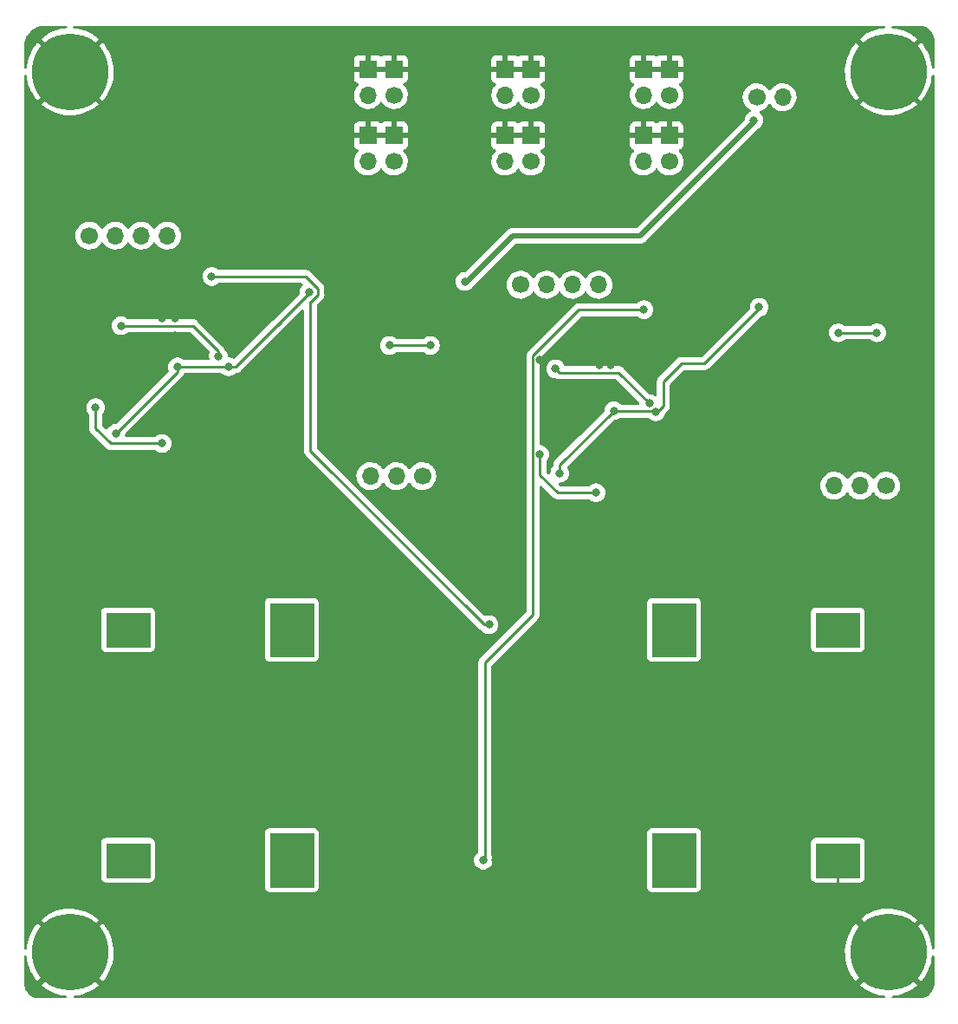
<source format=gbl>
%TF.GenerationSoftware,KiCad,Pcbnew,6.0.11+dfsg-1*%
%TF.CreationDate,2023-05-03T21:30:48-05:00*%
%TF.ProjectId,CubesatPwrBoard,43756265-7361-4745-9077-72426f617264,rev?*%
%TF.SameCoordinates,Original*%
%TF.FileFunction,Copper,L2,Bot*%
%TF.FilePolarity,Positive*%
%FSLAX46Y46*%
G04 Gerber Fmt 4.6, Leading zero omitted, Abs format (unit mm)*
G04 Created by KiCad (PCBNEW 6.0.11+dfsg-1) date 2023-05-03 21:30:48*
%MOMM*%
%LPD*%
G01*
G04 APERTURE LIST*
%TA.AperFunction,EtchedComponent*%
%ADD10C,0.010000*%
%TD*%
%TA.AperFunction,ComponentPad*%
%ADD11C,1.700000*%
%TD*%
%TA.AperFunction,ComponentPad*%
%ADD12R,1.700000X1.700000*%
%TD*%
%TA.AperFunction,ComponentPad*%
%ADD13O,1.700000X1.700000*%
%TD*%
%TA.AperFunction,ComponentPad*%
%ADD14C,7.500000*%
%TD*%
%TA.AperFunction,ComponentPad*%
%ADD15C,2.775000*%
%TD*%
%TA.AperFunction,ViaPad*%
%ADD16C,0.800000*%
%TD*%
%TA.AperFunction,Conductor*%
%ADD17C,0.250000*%
%TD*%
%TA.AperFunction,Conductor*%
%ADD18C,0.500000*%
%TD*%
G04 APERTURE END LIST*
%TO.C,J3*%
G36*
X117350000Y-104075000D02*
G01*
X117302000Y-104076000D01*
X117253000Y-104080000D01*
X117205000Y-104086000D01*
X117158000Y-104095000D01*
X117111000Y-104107000D01*
X117064000Y-104120000D01*
X117019000Y-104136000D01*
X116974000Y-104155000D01*
X116930000Y-104176000D01*
X116887000Y-104199000D01*
X116846000Y-104224000D01*
X116806000Y-104252000D01*
X116768000Y-104281000D01*
X116731000Y-104313000D01*
X116696000Y-104346000D01*
X116663000Y-104381000D01*
X116631000Y-104418000D01*
X116602000Y-104456000D01*
X116574000Y-104496000D01*
X116549000Y-104538000D01*
X116526000Y-104580000D01*
X116505000Y-104624000D01*
X116486000Y-104669000D01*
X116470000Y-104714000D01*
X116457000Y-104761000D01*
X116445000Y-104808000D01*
X116436000Y-104855000D01*
X116430000Y-104903000D01*
X116426000Y-104952000D01*
X116425000Y-105000000D01*
X116426000Y-105048000D01*
X116430000Y-105097000D01*
X116436000Y-105145000D01*
X116445000Y-105192000D01*
X116457000Y-105239000D01*
X116470000Y-105286000D01*
X116486000Y-105331000D01*
X116505000Y-105376000D01*
X116526000Y-105420000D01*
X116549000Y-105462000D01*
X116574000Y-105504000D01*
X116602000Y-105544000D01*
X116631000Y-105582000D01*
X116663000Y-105619000D01*
X116696000Y-105654000D01*
X116731000Y-105687000D01*
X116768000Y-105719000D01*
X116806000Y-105748000D01*
X116846000Y-105776000D01*
X116887000Y-105801000D01*
X116930000Y-105824000D01*
X116974000Y-105845000D01*
X117019000Y-105864000D01*
X117064000Y-105880000D01*
X117111000Y-105893000D01*
X117158000Y-105905000D01*
X117205000Y-105914000D01*
X117253000Y-105920000D01*
X117302000Y-105924000D01*
X117350000Y-105925000D01*
X117350000Y-106650000D01*
X115030000Y-106650000D01*
X115030000Y-103350000D01*
X117350000Y-103350000D01*
X117350000Y-104075000D01*
G37*
D10*
X117350000Y-104075000D02*
X117302000Y-104076000D01*
X117253000Y-104080000D01*
X117205000Y-104086000D01*
X117158000Y-104095000D01*
X117111000Y-104107000D01*
X117064000Y-104120000D01*
X117019000Y-104136000D01*
X116974000Y-104155000D01*
X116930000Y-104176000D01*
X116887000Y-104199000D01*
X116846000Y-104224000D01*
X116806000Y-104252000D01*
X116768000Y-104281000D01*
X116731000Y-104313000D01*
X116696000Y-104346000D01*
X116663000Y-104381000D01*
X116631000Y-104418000D01*
X116602000Y-104456000D01*
X116574000Y-104496000D01*
X116549000Y-104538000D01*
X116526000Y-104580000D01*
X116505000Y-104624000D01*
X116486000Y-104669000D01*
X116470000Y-104714000D01*
X116457000Y-104761000D01*
X116445000Y-104808000D01*
X116436000Y-104855000D01*
X116430000Y-104903000D01*
X116426000Y-104952000D01*
X116425000Y-105000000D01*
X116426000Y-105048000D01*
X116430000Y-105097000D01*
X116436000Y-105145000D01*
X116445000Y-105192000D01*
X116457000Y-105239000D01*
X116470000Y-105286000D01*
X116486000Y-105331000D01*
X116505000Y-105376000D01*
X116526000Y-105420000D01*
X116549000Y-105462000D01*
X116574000Y-105504000D01*
X116602000Y-105544000D01*
X116631000Y-105582000D01*
X116663000Y-105619000D01*
X116696000Y-105654000D01*
X116731000Y-105687000D01*
X116768000Y-105719000D01*
X116806000Y-105748000D01*
X116846000Y-105776000D01*
X116887000Y-105801000D01*
X116930000Y-105824000D01*
X116974000Y-105845000D01*
X117019000Y-105864000D01*
X117064000Y-105880000D01*
X117111000Y-105893000D01*
X117158000Y-105905000D01*
X117205000Y-105914000D01*
X117253000Y-105920000D01*
X117302000Y-105924000D01*
X117350000Y-105925000D01*
X117350000Y-106650000D01*
X115030000Y-106650000D01*
X115030000Y-103350000D01*
X117350000Y-103350000D01*
X117350000Y-104075000D01*
G36*
X135280000Y-107600000D02*
G01*
X133350000Y-107600000D01*
X133350000Y-105925000D01*
X133398000Y-105924000D01*
X133447000Y-105920000D01*
X133495000Y-105914000D01*
X133542000Y-105905000D01*
X133589000Y-105893000D01*
X133636000Y-105880000D01*
X133681000Y-105864000D01*
X133726000Y-105845000D01*
X133770000Y-105824000D01*
X133813000Y-105801000D01*
X133854000Y-105776000D01*
X133894000Y-105748000D01*
X133932000Y-105719000D01*
X133969000Y-105687000D01*
X134004000Y-105654000D01*
X134037000Y-105619000D01*
X134069000Y-105582000D01*
X134098000Y-105544000D01*
X134126000Y-105504000D01*
X134151000Y-105462000D01*
X134174000Y-105420000D01*
X134195000Y-105376000D01*
X134214000Y-105331000D01*
X134230000Y-105286000D01*
X134243000Y-105239000D01*
X134255000Y-105192000D01*
X134264000Y-105145000D01*
X134270000Y-105097000D01*
X134274000Y-105048000D01*
X134275000Y-105000000D01*
X134274000Y-104952000D01*
X134270000Y-104903000D01*
X134264000Y-104855000D01*
X134255000Y-104808000D01*
X134243000Y-104761000D01*
X134230000Y-104714000D01*
X134214000Y-104669000D01*
X134195000Y-104624000D01*
X134174000Y-104580000D01*
X134151000Y-104538000D01*
X134126000Y-104496000D01*
X134098000Y-104456000D01*
X134069000Y-104418000D01*
X134037000Y-104381000D01*
X134004000Y-104346000D01*
X133969000Y-104313000D01*
X133932000Y-104281000D01*
X133894000Y-104252000D01*
X133854000Y-104224000D01*
X133813000Y-104199000D01*
X133770000Y-104176000D01*
X133726000Y-104155000D01*
X133681000Y-104136000D01*
X133636000Y-104120000D01*
X133589000Y-104107000D01*
X133542000Y-104095000D01*
X133495000Y-104086000D01*
X133447000Y-104080000D01*
X133398000Y-104076000D01*
X133350000Y-104075000D01*
X133350000Y-102400000D01*
X135280000Y-102400000D01*
X135280000Y-107600000D01*
G37*
X135280000Y-107600000D02*
X133350000Y-107600000D01*
X133350000Y-105925000D01*
X133398000Y-105924000D01*
X133447000Y-105920000D01*
X133495000Y-105914000D01*
X133542000Y-105905000D01*
X133589000Y-105893000D01*
X133636000Y-105880000D01*
X133681000Y-105864000D01*
X133726000Y-105845000D01*
X133770000Y-105824000D01*
X133813000Y-105801000D01*
X133854000Y-105776000D01*
X133894000Y-105748000D01*
X133932000Y-105719000D01*
X133969000Y-105687000D01*
X134004000Y-105654000D01*
X134037000Y-105619000D01*
X134069000Y-105582000D01*
X134098000Y-105544000D01*
X134126000Y-105504000D01*
X134151000Y-105462000D01*
X134174000Y-105420000D01*
X134195000Y-105376000D01*
X134214000Y-105331000D01*
X134230000Y-105286000D01*
X134243000Y-105239000D01*
X134255000Y-105192000D01*
X134264000Y-105145000D01*
X134270000Y-105097000D01*
X134274000Y-105048000D01*
X134275000Y-105000000D01*
X134274000Y-104952000D01*
X134270000Y-104903000D01*
X134264000Y-104855000D01*
X134255000Y-104808000D01*
X134243000Y-104761000D01*
X134230000Y-104714000D01*
X134214000Y-104669000D01*
X134195000Y-104624000D01*
X134174000Y-104580000D01*
X134151000Y-104538000D01*
X134126000Y-104496000D01*
X134098000Y-104456000D01*
X134069000Y-104418000D01*
X134037000Y-104381000D01*
X134004000Y-104346000D01*
X133969000Y-104313000D01*
X133932000Y-104281000D01*
X133894000Y-104252000D01*
X133854000Y-104224000D01*
X133813000Y-104199000D01*
X133770000Y-104176000D01*
X133726000Y-104155000D01*
X133681000Y-104136000D01*
X133636000Y-104120000D01*
X133589000Y-104107000D01*
X133542000Y-104095000D01*
X133495000Y-104086000D01*
X133447000Y-104080000D01*
X133398000Y-104076000D01*
X133350000Y-104075000D01*
X133350000Y-102400000D01*
X135280000Y-102400000D01*
X135280000Y-107600000D01*
G36*
X133345000Y-104075000D02*
G01*
X133297000Y-104076000D01*
X133249000Y-104080000D01*
X133201000Y-104086000D01*
X133154000Y-104095000D01*
X133107000Y-104106000D01*
X133061000Y-104120000D01*
X133015000Y-104136000D01*
X132971000Y-104155000D01*
X132927000Y-104175000D01*
X132885000Y-104198000D01*
X132844000Y-104223000D01*
X132804000Y-104251000D01*
X132766000Y-104280000D01*
X132729000Y-104311000D01*
X132694000Y-104344000D01*
X132661000Y-104379000D01*
X132630000Y-104416000D01*
X132601000Y-104454000D01*
X132573000Y-104494000D01*
X132548000Y-104535000D01*
X132525000Y-104577000D01*
X132505000Y-104621000D01*
X132486000Y-104665000D01*
X132470000Y-104711000D01*
X132456000Y-104757000D01*
X132445000Y-104804000D01*
X132436000Y-104851000D01*
X132430000Y-104899000D01*
X132426000Y-104947000D01*
X132425000Y-104995000D01*
X132425000Y-105005000D01*
X132426000Y-105053000D01*
X132430000Y-105101000D01*
X132436000Y-105149000D01*
X132445000Y-105196000D01*
X132456000Y-105243000D01*
X132470000Y-105289000D01*
X132486000Y-105335000D01*
X132505000Y-105379000D01*
X132525000Y-105423000D01*
X132548000Y-105465000D01*
X132573000Y-105506000D01*
X132601000Y-105546000D01*
X132630000Y-105584000D01*
X132661000Y-105621000D01*
X132694000Y-105656000D01*
X132729000Y-105689000D01*
X132766000Y-105720000D01*
X132804000Y-105749000D01*
X132844000Y-105777000D01*
X132885000Y-105802000D01*
X132927000Y-105825000D01*
X132971000Y-105845000D01*
X133015000Y-105864000D01*
X133061000Y-105880000D01*
X133107000Y-105894000D01*
X133154000Y-105905000D01*
X133201000Y-105914000D01*
X133249000Y-105920000D01*
X133297000Y-105924000D01*
X133345000Y-105925000D01*
X133345000Y-107600000D01*
X131040000Y-107600000D01*
X131040000Y-102400000D01*
X133345000Y-102400000D01*
X133345000Y-104075000D01*
G37*
X133345000Y-104075000D02*
X133297000Y-104076000D01*
X133249000Y-104080000D01*
X133201000Y-104086000D01*
X133154000Y-104095000D01*
X133107000Y-104106000D01*
X133061000Y-104120000D01*
X133015000Y-104136000D01*
X132971000Y-104155000D01*
X132927000Y-104175000D01*
X132885000Y-104198000D01*
X132844000Y-104223000D01*
X132804000Y-104251000D01*
X132766000Y-104280000D01*
X132729000Y-104311000D01*
X132694000Y-104344000D01*
X132661000Y-104379000D01*
X132630000Y-104416000D01*
X132601000Y-104454000D01*
X132573000Y-104494000D01*
X132548000Y-104535000D01*
X132525000Y-104577000D01*
X132505000Y-104621000D01*
X132486000Y-104665000D01*
X132470000Y-104711000D01*
X132456000Y-104757000D01*
X132445000Y-104804000D01*
X132436000Y-104851000D01*
X132430000Y-104899000D01*
X132426000Y-104947000D01*
X132425000Y-104995000D01*
X132425000Y-105005000D01*
X132426000Y-105053000D01*
X132430000Y-105101000D01*
X132436000Y-105149000D01*
X132445000Y-105196000D01*
X132456000Y-105243000D01*
X132470000Y-105289000D01*
X132486000Y-105335000D01*
X132505000Y-105379000D01*
X132525000Y-105423000D01*
X132548000Y-105465000D01*
X132573000Y-105506000D01*
X132601000Y-105546000D01*
X132630000Y-105584000D01*
X132661000Y-105621000D01*
X132694000Y-105656000D01*
X132729000Y-105689000D01*
X132766000Y-105720000D01*
X132804000Y-105749000D01*
X132844000Y-105777000D01*
X132885000Y-105802000D01*
X132927000Y-105825000D01*
X132971000Y-105845000D01*
X133015000Y-105864000D01*
X133061000Y-105880000D01*
X133107000Y-105894000D01*
X133154000Y-105905000D01*
X133201000Y-105914000D01*
X133249000Y-105920000D01*
X133297000Y-105924000D01*
X133345000Y-105925000D01*
X133345000Y-107600000D01*
X131040000Y-107600000D01*
X131040000Y-102400000D01*
X133345000Y-102400000D01*
X133345000Y-104075000D01*
G36*
X119270000Y-106650000D02*
G01*
X117355000Y-106650000D01*
X117355000Y-105925000D01*
X117403000Y-105924000D01*
X117451000Y-105920000D01*
X117499000Y-105914000D01*
X117546000Y-105905000D01*
X117593000Y-105894000D01*
X117639000Y-105880000D01*
X117685000Y-105864000D01*
X117729000Y-105845000D01*
X117773000Y-105825000D01*
X117815000Y-105802000D01*
X117856000Y-105777000D01*
X117896000Y-105749000D01*
X117934000Y-105720000D01*
X117971000Y-105689000D01*
X118006000Y-105656000D01*
X118039000Y-105621000D01*
X118070000Y-105584000D01*
X118099000Y-105546000D01*
X118127000Y-105506000D01*
X118152000Y-105465000D01*
X118175000Y-105423000D01*
X118195000Y-105379000D01*
X118214000Y-105335000D01*
X118230000Y-105289000D01*
X118244000Y-105243000D01*
X118255000Y-105196000D01*
X118264000Y-105149000D01*
X118270000Y-105101000D01*
X118274000Y-105053000D01*
X118275000Y-105005000D01*
X118275000Y-104995000D01*
X118274000Y-104947000D01*
X118270000Y-104899000D01*
X118264000Y-104851000D01*
X118255000Y-104804000D01*
X118244000Y-104757000D01*
X118230000Y-104711000D01*
X118214000Y-104665000D01*
X118195000Y-104621000D01*
X118175000Y-104577000D01*
X118152000Y-104535000D01*
X118127000Y-104494000D01*
X118099000Y-104454000D01*
X118070000Y-104416000D01*
X118039000Y-104379000D01*
X118006000Y-104344000D01*
X117971000Y-104311000D01*
X117934000Y-104280000D01*
X117896000Y-104251000D01*
X117856000Y-104223000D01*
X117815000Y-104198000D01*
X117773000Y-104175000D01*
X117729000Y-104155000D01*
X117685000Y-104136000D01*
X117639000Y-104120000D01*
X117593000Y-104106000D01*
X117546000Y-104095000D01*
X117499000Y-104086000D01*
X117451000Y-104080000D01*
X117403000Y-104076000D01*
X117355000Y-104075000D01*
X117355000Y-103350000D01*
X119270000Y-103350000D01*
X119270000Y-106650000D01*
G37*
X119270000Y-106650000D02*
X117355000Y-106650000D01*
X117355000Y-105925000D01*
X117403000Y-105924000D01*
X117451000Y-105920000D01*
X117499000Y-105914000D01*
X117546000Y-105905000D01*
X117593000Y-105894000D01*
X117639000Y-105880000D01*
X117685000Y-105864000D01*
X117729000Y-105845000D01*
X117773000Y-105825000D01*
X117815000Y-105802000D01*
X117856000Y-105777000D01*
X117896000Y-105749000D01*
X117934000Y-105720000D01*
X117971000Y-105689000D01*
X118006000Y-105656000D01*
X118039000Y-105621000D01*
X118070000Y-105584000D01*
X118099000Y-105546000D01*
X118127000Y-105506000D01*
X118152000Y-105465000D01*
X118175000Y-105423000D01*
X118195000Y-105379000D01*
X118214000Y-105335000D01*
X118230000Y-105289000D01*
X118244000Y-105243000D01*
X118255000Y-105196000D01*
X118264000Y-105149000D01*
X118270000Y-105101000D01*
X118274000Y-105053000D01*
X118275000Y-105005000D01*
X118275000Y-104995000D01*
X118274000Y-104947000D01*
X118270000Y-104899000D01*
X118264000Y-104851000D01*
X118255000Y-104804000D01*
X118244000Y-104757000D01*
X118230000Y-104711000D01*
X118214000Y-104665000D01*
X118195000Y-104621000D01*
X118175000Y-104577000D01*
X118152000Y-104535000D01*
X118127000Y-104494000D01*
X118099000Y-104454000D01*
X118070000Y-104416000D01*
X118039000Y-104379000D01*
X118006000Y-104344000D01*
X117971000Y-104311000D01*
X117934000Y-104280000D01*
X117896000Y-104251000D01*
X117856000Y-104223000D01*
X117815000Y-104198000D01*
X117773000Y-104175000D01*
X117729000Y-104155000D01*
X117685000Y-104136000D01*
X117639000Y-104120000D01*
X117593000Y-104106000D01*
X117546000Y-104095000D01*
X117499000Y-104086000D01*
X117451000Y-104080000D01*
X117403000Y-104076000D01*
X117355000Y-104075000D01*
X117355000Y-103350000D01*
X119270000Y-103350000D01*
X119270000Y-106650000D01*
%TO.C,J6*%
G36*
X188670000Y-129150000D02*
G01*
X186350000Y-129150000D01*
X186350000Y-128425000D01*
X186398000Y-128424000D01*
X186447000Y-128420000D01*
X186495000Y-128414000D01*
X186542000Y-128405000D01*
X186589000Y-128393000D01*
X186636000Y-128380000D01*
X186681000Y-128364000D01*
X186726000Y-128345000D01*
X186770000Y-128324000D01*
X186813000Y-128301000D01*
X186854000Y-128276000D01*
X186894000Y-128248000D01*
X186932000Y-128219000D01*
X186969000Y-128187000D01*
X187004000Y-128154000D01*
X187037000Y-128119000D01*
X187069000Y-128082000D01*
X187098000Y-128044000D01*
X187126000Y-128004000D01*
X187151000Y-127962000D01*
X187174000Y-127920000D01*
X187195000Y-127876000D01*
X187214000Y-127831000D01*
X187230000Y-127786000D01*
X187243000Y-127739000D01*
X187255000Y-127692000D01*
X187264000Y-127645000D01*
X187270000Y-127597000D01*
X187274000Y-127548000D01*
X187275000Y-127500000D01*
X187274000Y-127452000D01*
X187270000Y-127403000D01*
X187264000Y-127355000D01*
X187255000Y-127308000D01*
X187243000Y-127261000D01*
X187230000Y-127214000D01*
X187214000Y-127169000D01*
X187195000Y-127124000D01*
X187174000Y-127080000D01*
X187151000Y-127038000D01*
X187126000Y-126996000D01*
X187098000Y-126956000D01*
X187069000Y-126918000D01*
X187037000Y-126881000D01*
X187004000Y-126846000D01*
X186969000Y-126813000D01*
X186932000Y-126781000D01*
X186894000Y-126752000D01*
X186854000Y-126724000D01*
X186813000Y-126699000D01*
X186770000Y-126676000D01*
X186726000Y-126655000D01*
X186681000Y-126636000D01*
X186636000Y-126620000D01*
X186589000Y-126607000D01*
X186542000Y-126595000D01*
X186495000Y-126586000D01*
X186447000Y-126580000D01*
X186398000Y-126576000D01*
X186350000Y-126575000D01*
X186350000Y-125850000D01*
X188670000Y-125850000D01*
X188670000Y-129150000D01*
G37*
X188670000Y-129150000D02*
X186350000Y-129150000D01*
X186350000Y-128425000D01*
X186398000Y-128424000D01*
X186447000Y-128420000D01*
X186495000Y-128414000D01*
X186542000Y-128405000D01*
X186589000Y-128393000D01*
X186636000Y-128380000D01*
X186681000Y-128364000D01*
X186726000Y-128345000D01*
X186770000Y-128324000D01*
X186813000Y-128301000D01*
X186854000Y-128276000D01*
X186894000Y-128248000D01*
X186932000Y-128219000D01*
X186969000Y-128187000D01*
X187004000Y-128154000D01*
X187037000Y-128119000D01*
X187069000Y-128082000D01*
X187098000Y-128044000D01*
X187126000Y-128004000D01*
X187151000Y-127962000D01*
X187174000Y-127920000D01*
X187195000Y-127876000D01*
X187214000Y-127831000D01*
X187230000Y-127786000D01*
X187243000Y-127739000D01*
X187255000Y-127692000D01*
X187264000Y-127645000D01*
X187270000Y-127597000D01*
X187274000Y-127548000D01*
X187275000Y-127500000D01*
X187274000Y-127452000D01*
X187270000Y-127403000D01*
X187264000Y-127355000D01*
X187255000Y-127308000D01*
X187243000Y-127261000D01*
X187230000Y-127214000D01*
X187214000Y-127169000D01*
X187195000Y-127124000D01*
X187174000Y-127080000D01*
X187151000Y-127038000D01*
X187126000Y-126996000D01*
X187098000Y-126956000D01*
X187069000Y-126918000D01*
X187037000Y-126881000D01*
X187004000Y-126846000D01*
X186969000Y-126813000D01*
X186932000Y-126781000D01*
X186894000Y-126752000D01*
X186854000Y-126724000D01*
X186813000Y-126699000D01*
X186770000Y-126676000D01*
X186726000Y-126655000D01*
X186681000Y-126636000D01*
X186636000Y-126620000D01*
X186589000Y-126607000D01*
X186542000Y-126595000D01*
X186495000Y-126586000D01*
X186447000Y-126580000D01*
X186398000Y-126576000D01*
X186350000Y-126575000D01*
X186350000Y-125850000D01*
X188670000Y-125850000D01*
X188670000Y-129150000D01*
G36*
X172660000Y-130100000D02*
G01*
X170355000Y-130100000D01*
X170355000Y-128425000D01*
X170403000Y-128424000D01*
X170451000Y-128420000D01*
X170499000Y-128414000D01*
X170546000Y-128405000D01*
X170593000Y-128394000D01*
X170639000Y-128380000D01*
X170685000Y-128364000D01*
X170729000Y-128345000D01*
X170773000Y-128325000D01*
X170815000Y-128302000D01*
X170856000Y-128277000D01*
X170896000Y-128249000D01*
X170934000Y-128220000D01*
X170971000Y-128189000D01*
X171006000Y-128156000D01*
X171039000Y-128121000D01*
X171070000Y-128084000D01*
X171099000Y-128046000D01*
X171127000Y-128006000D01*
X171152000Y-127965000D01*
X171175000Y-127923000D01*
X171195000Y-127879000D01*
X171214000Y-127835000D01*
X171230000Y-127789000D01*
X171244000Y-127743000D01*
X171255000Y-127696000D01*
X171264000Y-127649000D01*
X171270000Y-127601000D01*
X171274000Y-127553000D01*
X171275000Y-127505000D01*
X171275000Y-127495000D01*
X171274000Y-127447000D01*
X171270000Y-127399000D01*
X171264000Y-127351000D01*
X171255000Y-127304000D01*
X171244000Y-127257000D01*
X171230000Y-127211000D01*
X171214000Y-127165000D01*
X171195000Y-127121000D01*
X171175000Y-127077000D01*
X171152000Y-127035000D01*
X171127000Y-126994000D01*
X171099000Y-126954000D01*
X171070000Y-126916000D01*
X171039000Y-126879000D01*
X171006000Y-126844000D01*
X170971000Y-126811000D01*
X170934000Y-126780000D01*
X170896000Y-126751000D01*
X170856000Y-126723000D01*
X170815000Y-126698000D01*
X170773000Y-126675000D01*
X170729000Y-126655000D01*
X170685000Y-126636000D01*
X170639000Y-126620000D01*
X170593000Y-126606000D01*
X170546000Y-126595000D01*
X170499000Y-126586000D01*
X170451000Y-126580000D01*
X170403000Y-126576000D01*
X170355000Y-126575000D01*
X170355000Y-124900000D01*
X172660000Y-124900000D01*
X172660000Y-130100000D01*
G37*
X172660000Y-130100000D02*
X170355000Y-130100000D01*
X170355000Y-128425000D01*
X170403000Y-128424000D01*
X170451000Y-128420000D01*
X170499000Y-128414000D01*
X170546000Y-128405000D01*
X170593000Y-128394000D01*
X170639000Y-128380000D01*
X170685000Y-128364000D01*
X170729000Y-128345000D01*
X170773000Y-128325000D01*
X170815000Y-128302000D01*
X170856000Y-128277000D01*
X170896000Y-128249000D01*
X170934000Y-128220000D01*
X170971000Y-128189000D01*
X171006000Y-128156000D01*
X171039000Y-128121000D01*
X171070000Y-128084000D01*
X171099000Y-128046000D01*
X171127000Y-128006000D01*
X171152000Y-127965000D01*
X171175000Y-127923000D01*
X171195000Y-127879000D01*
X171214000Y-127835000D01*
X171230000Y-127789000D01*
X171244000Y-127743000D01*
X171255000Y-127696000D01*
X171264000Y-127649000D01*
X171270000Y-127601000D01*
X171274000Y-127553000D01*
X171275000Y-127505000D01*
X171275000Y-127495000D01*
X171274000Y-127447000D01*
X171270000Y-127399000D01*
X171264000Y-127351000D01*
X171255000Y-127304000D01*
X171244000Y-127257000D01*
X171230000Y-127211000D01*
X171214000Y-127165000D01*
X171195000Y-127121000D01*
X171175000Y-127077000D01*
X171152000Y-127035000D01*
X171127000Y-126994000D01*
X171099000Y-126954000D01*
X171070000Y-126916000D01*
X171039000Y-126879000D01*
X171006000Y-126844000D01*
X170971000Y-126811000D01*
X170934000Y-126780000D01*
X170896000Y-126751000D01*
X170856000Y-126723000D01*
X170815000Y-126698000D01*
X170773000Y-126675000D01*
X170729000Y-126655000D01*
X170685000Y-126636000D01*
X170639000Y-126620000D01*
X170593000Y-126606000D01*
X170546000Y-126595000D01*
X170499000Y-126586000D01*
X170451000Y-126580000D01*
X170403000Y-126576000D01*
X170355000Y-126575000D01*
X170355000Y-124900000D01*
X172660000Y-124900000D01*
X172660000Y-130100000D01*
G36*
X186345000Y-126575000D02*
G01*
X186297000Y-126576000D01*
X186249000Y-126580000D01*
X186201000Y-126586000D01*
X186154000Y-126595000D01*
X186107000Y-126606000D01*
X186061000Y-126620000D01*
X186015000Y-126636000D01*
X185971000Y-126655000D01*
X185927000Y-126675000D01*
X185885000Y-126698000D01*
X185844000Y-126723000D01*
X185804000Y-126751000D01*
X185766000Y-126780000D01*
X185729000Y-126811000D01*
X185694000Y-126844000D01*
X185661000Y-126879000D01*
X185630000Y-126916000D01*
X185601000Y-126954000D01*
X185573000Y-126994000D01*
X185548000Y-127035000D01*
X185525000Y-127077000D01*
X185505000Y-127121000D01*
X185486000Y-127165000D01*
X185470000Y-127211000D01*
X185456000Y-127257000D01*
X185445000Y-127304000D01*
X185436000Y-127351000D01*
X185430000Y-127399000D01*
X185426000Y-127447000D01*
X185425000Y-127495000D01*
X185425000Y-127505000D01*
X185426000Y-127553000D01*
X185430000Y-127601000D01*
X185436000Y-127649000D01*
X185445000Y-127696000D01*
X185456000Y-127743000D01*
X185470000Y-127789000D01*
X185486000Y-127835000D01*
X185505000Y-127879000D01*
X185525000Y-127923000D01*
X185548000Y-127965000D01*
X185573000Y-128006000D01*
X185601000Y-128046000D01*
X185630000Y-128084000D01*
X185661000Y-128121000D01*
X185694000Y-128156000D01*
X185729000Y-128189000D01*
X185766000Y-128220000D01*
X185804000Y-128249000D01*
X185844000Y-128277000D01*
X185885000Y-128302000D01*
X185927000Y-128325000D01*
X185971000Y-128345000D01*
X186015000Y-128364000D01*
X186061000Y-128380000D01*
X186107000Y-128394000D01*
X186154000Y-128405000D01*
X186201000Y-128414000D01*
X186249000Y-128420000D01*
X186297000Y-128424000D01*
X186345000Y-128425000D01*
X186345000Y-129150000D01*
X184430000Y-129150000D01*
X184430000Y-125850000D01*
X186345000Y-125850000D01*
X186345000Y-126575000D01*
G37*
X186345000Y-126575000D02*
X186297000Y-126576000D01*
X186249000Y-126580000D01*
X186201000Y-126586000D01*
X186154000Y-126595000D01*
X186107000Y-126606000D01*
X186061000Y-126620000D01*
X186015000Y-126636000D01*
X185971000Y-126655000D01*
X185927000Y-126675000D01*
X185885000Y-126698000D01*
X185844000Y-126723000D01*
X185804000Y-126751000D01*
X185766000Y-126780000D01*
X185729000Y-126811000D01*
X185694000Y-126844000D01*
X185661000Y-126879000D01*
X185630000Y-126916000D01*
X185601000Y-126954000D01*
X185573000Y-126994000D01*
X185548000Y-127035000D01*
X185525000Y-127077000D01*
X185505000Y-127121000D01*
X185486000Y-127165000D01*
X185470000Y-127211000D01*
X185456000Y-127257000D01*
X185445000Y-127304000D01*
X185436000Y-127351000D01*
X185430000Y-127399000D01*
X185426000Y-127447000D01*
X185425000Y-127495000D01*
X185425000Y-127505000D01*
X185426000Y-127553000D01*
X185430000Y-127601000D01*
X185436000Y-127649000D01*
X185445000Y-127696000D01*
X185456000Y-127743000D01*
X185470000Y-127789000D01*
X185486000Y-127835000D01*
X185505000Y-127879000D01*
X185525000Y-127923000D01*
X185548000Y-127965000D01*
X185573000Y-128006000D01*
X185601000Y-128046000D01*
X185630000Y-128084000D01*
X185661000Y-128121000D01*
X185694000Y-128156000D01*
X185729000Y-128189000D01*
X185766000Y-128220000D01*
X185804000Y-128249000D01*
X185844000Y-128277000D01*
X185885000Y-128302000D01*
X185927000Y-128325000D01*
X185971000Y-128345000D01*
X186015000Y-128364000D01*
X186061000Y-128380000D01*
X186107000Y-128394000D01*
X186154000Y-128405000D01*
X186201000Y-128414000D01*
X186249000Y-128420000D01*
X186297000Y-128424000D01*
X186345000Y-128425000D01*
X186345000Y-129150000D01*
X184430000Y-129150000D01*
X184430000Y-125850000D01*
X186345000Y-125850000D01*
X186345000Y-126575000D01*
G36*
X170350000Y-126575000D02*
G01*
X170302000Y-126576000D01*
X170253000Y-126580000D01*
X170205000Y-126586000D01*
X170158000Y-126595000D01*
X170111000Y-126607000D01*
X170064000Y-126620000D01*
X170019000Y-126636000D01*
X169974000Y-126655000D01*
X169930000Y-126676000D01*
X169887000Y-126699000D01*
X169846000Y-126724000D01*
X169806000Y-126752000D01*
X169768000Y-126781000D01*
X169731000Y-126813000D01*
X169696000Y-126846000D01*
X169663000Y-126881000D01*
X169631000Y-126918000D01*
X169602000Y-126956000D01*
X169574000Y-126996000D01*
X169549000Y-127038000D01*
X169526000Y-127080000D01*
X169505000Y-127124000D01*
X169486000Y-127169000D01*
X169470000Y-127214000D01*
X169457000Y-127261000D01*
X169445000Y-127308000D01*
X169436000Y-127355000D01*
X169430000Y-127403000D01*
X169426000Y-127452000D01*
X169425000Y-127500000D01*
X169426000Y-127548000D01*
X169430000Y-127597000D01*
X169436000Y-127645000D01*
X169445000Y-127692000D01*
X169457000Y-127739000D01*
X169470000Y-127786000D01*
X169486000Y-127831000D01*
X169505000Y-127876000D01*
X169526000Y-127920000D01*
X169549000Y-127962000D01*
X169574000Y-128004000D01*
X169602000Y-128044000D01*
X169631000Y-128082000D01*
X169663000Y-128119000D01*
X169696000Y-128154000D01*
X169731000Y-128187000D01*
X169768000Y-128219000D01*
X169806000Y-128248000D01*
X169846000Y-128276000D01*
X169887000Y-128301000D01*
X169930000Y-128324000D01*
X169974000Y-128345000D01*
X170019000Y-128364000D01*
X170064000Y-128380000D01*
X170111000Y-128393000D01*
X170158000Y-128405000D01*
X170205000Y-128414000D01*
X170253000Y-128420000D01*
X170302000Y-128424000D01*
X170350000Y-128425000D01*
X170350000Y-130100000D01*
X168420000Y-130100000D01*
X168420000Y-124900000D01*
X170350000Y-124900000D01*
X170350000Y-126575000D01*
G37*
X170350000Y-126575000D02*
X170302000Y-126576000D01*
X170253000Y-126580000D01*
X170205000Y-126586000D01*
X170158000Y-126595000D01*
X170111000Y-126607000D01*
X170064000Y-126620000D01*
X170019000Y-126636000D01*
X169974000Y-126655000D01*
X169930000Y-126676000D01*
X169887000Y-126699000D01*
X169846000Y-126724000D01*
X169806000Y-126752000D01*
X169768000Y-126781000D01*
X169731000Y-126813000D01*
X169696000Y-126846000D01*
X169663000Y-126881000D01*
X169631000Y-126918000D01*
X169602000Y-126956000D01*
X169574000Y-126996000D01*
X169549000Y-127038000D01*
X169526000Y-127080000D01*
X169505000Y-127124000D01*
X169486000Y-127169000D01*
X169470000Y-127214000D01*
X169457000Y-127261000D01*
X169445000Y-127308000D01*
X169436000Y-127355000D01*
X169430000Y-127403000D01*
X169426000Y-127452000D01*
X169425000Y-127500000D01*
X169426000Y-127548000D01*
X169430000Y-127597000D01*
X169436000Y-127645000D01*
X169445000Y-127692000D01*
X169457000Y-127739000D01*
X169470000Y-127786000D01*
X169486000Y-127831000D01*
X169505000Y-127876000D01*
X169526000Y-127920000D01*
X169549000Y-127962000D01*
X169574000Y-128004000D01*
X169602000Y-128044000D01*
X169631000Y-128082000D01*
X169663000Y-128119000D01*
X169696000Y-128154000D01*
X169731000Y-128187000D01*
X169768000Y-128219000D01*
X169806000Y-128248000D01*
X169846000Y-128276000D01*
X169887000Y-128301000D01*
X169930000Y-128324000D01*
X169974000Y-128345000D01*
X170019000Y-128364000D01*
X170064000Y-128380000D01*
X170111000Y-128393000D01*
X170158000Y-128405000D01*
X170205000Y-128414000D01*
X170253000Y-128420000D01*
X170302000Y-128424000D01*
X170350000Y-128425000D01*
X170350000Y-130100000D01*
X168420000Y-130100000D01*
X168420000Y-124900000D01*
X170350000Y-124900000D01*
X170350000Y-126575000D01*
%TO.C,J5*%
G36*
X119270000Y-129150000D02*
G01*
X117355000Y-129150000D01*
X117355000Y-128425000D01*
X117403000Y-128424000D01*
X117451000Y-128420000D01*
X117499000Y-128414000D01*
X117546000Y-128405000D01*
X117593000Y-128394000D01*
X117639000Y-128380000D01*
X117685000Y-128364000D01*
X117729000Y-128345000D01*
X117773000Y-128325000D01*
X117815000Y-128302000D01*
X117856000Y-128277000D01*
X117896000Y-128249000D01*
X117934000Y-128220000D01*
X117971000Y-128189000D01*
X118006000Y-128156000D01*
X118039000Y-128121000D01*
X118070000Y-128084000D01*
X118099000Y-128046000D01*
X118127000Y-128006000D01*
X118152000Y-127965000D01*
X118175000Y-127923000D01*
X118195000Y-127879000D01*
X118214000Y-127835000D01*
X118230000Y-127789000D01*
X118244000Y-127743000D01*
X118255000Y-127696000D01*
X118264000Y-127649000D01*
X118270000Y-127601000D01*
X118274000Y-127553000D01*
X118275000Y-127505000D01*
X118275000Y-127495000D01*
X118274000Y-127447000D01*
X118270000Y-127399000D01*
X118264000Y-127351000D01*
X118255000Y-127304000D01*
X118244000Y-127257000D01*
X118230000Y-127211000D01*
X118214000Y-127165000D01*
X118195000Y-127121000D01*
X118175000Y-127077000D01*
X118152000Y-127035000D01*
X118127000Y-126994000D01*
X118099000Y-126954000D01*
X118070000Y-126916000D01*
X118039000Y-126879000D01*
X118006000Y-126844000D01*
X117971000Y-126811000D01*
X117934000Y-126780000D01*
X117896000Y-126751000D01*
X117856000Y-126723000D01*
X117815000Y-126698000D01*
X117773000Y-126675000D01*
X117729000Y-126655000D01*
X117685000Y-126636000D01*
X117639000Y-126620000D01*
X117593000Y-126606000D01*
X117546000Y-126595000D01*
X117499000Y-126586000D01*
X117451000Y-126580000D01*
X117403000Y-126576000D01*
X117355000Y-126575000D01*
X117355000Y-125850000D01*
X119270000Y-125850000D01*
X119270000Y-129150000D01*
G37*
X119270000Y-129150000D02*
X117355000Y-129150000D01*
X117355000Y-128425000D01*
X117403000Y-128424000D01*
X117451000Y-128420000D01*
X117499000Y-128414000D01*
X117546000Y-128405000D01*
X117593000Y-128394000D01*
X117639000Y-128380000D01*
X117685000Y-128364000D01*
X117729000Y-128345000D01*
X117773000Y-128325000D01*
X117815000Y-128302000D01*
X117856000Y-128277000D01*
X117896000Y-128249000D01*
X117934000Y-128220000D01*
X117971000Y-128189000D01*
X118006000Y-128156000D01*
X118039000Y-128121000D01*
X118070000Y-128084000D01*
X118099000Y-128046000D01*
X118127000Y-128006000D01*
X118152000Y-127965000D01*
X118175000Y-127923000D01*
X118195000Y-127879000D01*
X118214000Y-127835000D01*
X118230000Y-127789000D01*
X118244000Y-127743000D01*
X118255000Y-127696000D01*
X118264000Y-127649000D01*
X118270000Y-127601000D01*
X118274000Y-127553000D01*
X118275000Y-127505000D01*
X118275000Y-127495000D01*
X118274000Y-127447000D01*
X118270000Y-127399000D01*
X118264000Y-127351000D01*
X118255000Y-127304000D01*
X118244000Y-127257000D01*
X118230000Y-127211000D01*
X118214000Y-127165000D01*
X118195000Y-127121000D01*
X118175000Y-127077000D01*
X118152000Y-127035000D01*
X118127000Y-126994000D01*
X118099000Y-126954000D01*
X118070000Y-126916000D01*
X118039000Y-126879000D01*
X118006000Y-126844000D01*
X117971000Y-126811000D01*
X117934000Y-126780000D01*
X117896000Y-126751000D01*
X117856000Y-126723000D01*
X117815000Y-126698000D01*
X117773000Y-126675000D01*
X117729000Y-126655000D01*
X117685000Y-126636000D01*
X117639000Y-126620000D01*
X117593000Y-126606000D01*
X117546000Y-126595000D01*
X117499000Y-126586000D01*
X117451000Y-126580000D01*
X117403000Y-126576000D01*
X117355000Y-126575000D01*
X117355000Y-125850000D01*
X119270000Y-125850000D01*
X119270000Y-129150000D01*
G36*
X133345000Y-126575000D02*
G01*
X133297000Y-126576000D01*
X133249000Y-126580000D01*
X133201000Y-126586000D01*
X133154000Y-126595000D01*
X133107000Y-126606000D01*
X133061000Y-126620000D01*
X133015000Y-126636000D01*
X132971000Y-126655000D01*
X132927000Y-126675000D01*
X132885000Y-126698000D01*
X132844000Y-126723000D01*
X132804000Y-126751000D01*
X132766000Y-126780000D01*
X132729000Y-126811000D01*
X132694000Y-126844000D01*
X132661000Y-126879000D01*
X132630000Y-126916000D01*
X132601000Y-126954000D01*
X132573000Y-126994000D01*
X132548000Y-127035000D01*
X132525000Y-127077000D01*
X132505000Y-127121000D01*
X132486000Y-127165000D01*
X132470000Y-127211000D01*
X132456000Y-127257000D01*
X132445000Y-127304000D01*
X132436000Y-127351000D01*
X132430000Y-127399000D01*
X132426000Y-127447000D01*
X132425000Y-127495000D01*
X132425000Y-127505000D01*
X132426000Y-127553000D01*
X132430000Y-127601000D01*
X132436000Y-127649000D01*
X132445000Y-127696000D01*
X132456000Y-127743000D01*
X132470000Y-127789000D01*
X132486000Y-127835000D01*
X132505000Y-127879000D01*
X132525000Y-127923000D01*
X132548000Y-127965000D01*
X132573000Y-128006000D01*
X132601000Y-128046000D01*
X132630000Y-128084000D01*
X132661000Y-128121000D01*
X132694000Y-128156000D01*
X132729000Y-128189000D01*
X132766000Y-128220000D01*
X132804000Y-128249000D01*
X132844000Y-128277000D01*
X132885000Y-128302000D01*
X132927000Y-128325000D01*
X132971000Y-128345000D01*
X133015000Y-128364000D01*
X133061000Y-128380000D01*
X133107000Y-128394000D01*
X133154000Y-128405000D01*
X133201000Y-128414000D01*
X133249000Y-128420000D01*
X133297000Y-128424000D01*
X133345000Y-128425000D01*
X133345000Y-130100000D01*
X131040000Y-130100000D01*
X131040000Y-124900000D01*
X133345000Y-124900000D01*
X133345000Y-126575000D01*
G37*
X133345000Y-126575000D02*
X133297000Y-126576000D01*
X133249000Y-126580000D01*
X133201000Y-126586000D01*
X133154000Y-126595000D01*
X133107000Y-126606000D01*
X133061000Y-126620000D01*
X133015000Y-126636000D01*
X132971000Y-126655000D01*
X132927000Y-126675000D01*
X132885000Y-126698000D01*
X132844000Y-126723000D01*
X132804000Y-126751000D01*
X132766000Y-126780000D01*
X132729000Y-126811000D01*
X132694000Y-126844000D01*
X132661000Y-126879000D01*
X132630000Y-126916000D01*
X132601000Y-126954000D01*
X132573000Y-126994000D01*
X132548000Y-127035000D01*
X132525000Y-127077000D01*
X132505000Y-127121000D01*
X132486000Y-127165000D01*
X132470000Y-127211000D01*
X132456000Y-127257000D01*
X132445000Y-127304000D01*
X132436000Y-127351000D01*
X132430000Y-127399000D01*
X132426000Y-127447000D01*
X132425000Y-127495000D01*
X132425000Y-127505000D01*
X132426000Y-127553000D01*
X132430000Y-127601000D01*
X132436000Y-127649000D01*
X132445000Y-127696000D01*
X132456000Y-127743000D01*
X132470000Y-127789000D01*
X132486000Y-127835000D01*
X132505000Y-127879000D01*
X132525000Y-127923000D01*
X132548000Y-127965000D01*
X132573000Y-128006000D01*
X132601000Y-128046000D01*
X132630000Y-128084000D01*
X132661000Y-128121000D01*
X132694000Y-128156000D01*
X132729000Y-128189000D01*
X132766000Y-128220000D01*
X132804000Y-128249000D01*
X132844000Y-128277000D01*
X132885000Y-128302000D01*
X132927000Y-128325000D01*
X132971000Y-128345000D01*
X133015000Y-128364000D01*
X133061000Y-128380000D01*
X133107000Y-128394000D01*
X133154000Y-128405000D01*
X133201000Y-128414000D01*
X133249000Y-128420000D01*
X133297000Y-128424000D01*
X133345000Y-128425000D01*
X133345000Y-130100000D01*
X131040000Y-130100000D01*
X131040000Y-124900000D01*
X133345000Y-124900000D01*
X133345000Y-126575000D01*
G36*
X117350000Y-126575000D02*
G01*
X117302000Y-126576000D01*
X117253000Y-126580000D01*
X117205000Y-126586000D01*
X117158000Y-126595000D01*
X117111000Y-126607000D01*
X117064000Y-126620000D01*
X117019000Y-126636000D01*
X116974000Y-126655000D01*
X116930000Y-126676000D01*
X116887000Y-126699000D01*
X116846000Y-126724000D01*
X116806000Y-126752000D01*
X116768000Y-126781000D01*
X116731000Y-126813000D01*
X116696000Y-126846000D01*
X116663000Y-126881000D01*
X116631000Y-126918000D01*
X116602000Y-126956000D01*
X116574000Y-126996000D01*
X116549000Y-127038000D01*
X116526000Y-127080000D01*
X116505000Y-127124000D01*
X116486000Y-127169000D01*
X116470000Y-127214000D01*
X116457000Y-127261000D01*
X116445000Y-127308000D01*
X116436000Y-127355000D01*
X116430000Y-127403000D01*
X116426000Y-127452000D01*
X116425000Y-127500000D01*
X116426000Y-127548000D01*
X116430000Y-127597000D01*
X116436000Y-127645000D01*
X116445000Y-127692000D01*
X116457000Y-127739000D01*
X116470000Y-127786000D01*
X116486000Y-127831000D01*
X116505000Y-127876000D01*
X116526000Y-127920000D01*
X116549000Y-127962000D01*
X116574000Y-128004000D01*
X116602000Y-128044000D01*
X116631000Y-128082000D01*
X116663000Y-128119000D01*
X116696000Y-128154000D01*
X116731000Y-128187000D01*
X116768000Y-128219000D01*
X116806000Y-128248000D01*
X116846000Y-128276000D01*
X116887000Y-128301000D01*
X116930000Y-128324000D01*
X116974000Y-128345000D01*
X117019000Y-128364000D01*
X117064000Y-128380000D01*
X117111000Y-128393000D01*
X117158000Y-128405000D01*
X117205000Y-128414000D01*
X117253000Y-128420000D01*
X117302000Y-128424000D01*
X117350000Y-128425000D01*
X117350000Y-129150000D01*
X115030000Y-129150000D01*
X115030000Y-125850000D01*
X117350000Y-125850000D01*
X117350000Y-126575000D01*
G37*
X117350000Y-126575000D02*
X117302000Y-126576000D01*
X117253000Y-126580000D01*
X117205000Y-126586000D01*
X117158000Y-126595000D01*
X117111000Y-126607000D01*
X117064000Y-126620000D01*
X117019000Y-126636000D01*
X116974000Y-126655000D01*
X116930000Y-126676000D01*
X116887000Y-126699000D01*
X116846000Y-126724000D01*
X116806000Y-126752000D01*
X116768000Y-126781000D01*
X116731000Y-126813000D01*
X116696000Y-126846000D01*
X116663000Y-126881000D01*
X116631000Y-126918000D01*
X116602000Y-126956000D01*
X116574000Y-126996000D01*
X116549000Y-127038000D01*
X116526000Y-127080000D01*
X116505000Y-127124000D01*
X116486000Y-127169000D01*
X116470000Y-127214000D01*
X116457000Y-127261000D01*
X116445000Y-127308000D01*
X116436000Y-127355000D01*
X116430000Y-127403000D01*
X116426000Y-127452000D01*
X116425000Y-127500000D01*
X116426000Y-127548000D01*
X116430000Y-127597000D01*
X116436000Y-127645000D01*
X116445000Y-127692000D01*
X116457000Y-127739000D01*
X116470000Y-127786000D01*
X116486000Y-127831000D01*
X116505000Y-127876000D01*
X116526000Y-127920000D01*
X116549000Y-127962000D01*
X116574000Y-128004000D01*
X116602000Y-128044000D01*
X116631000Y-128082000D01*
X116663000Y-128119000D01*
X116696000Y-128154000D01*
X116731000Y-128187000D01*
X116768000Y-128219000D01*
X116806000Y-128248000D01*
X116846000Y-128276000D01*
X116887000Y-128301000D01*
X116930000Y-128324000D01*
X116974000Y-128345000D01*
X117019000Y-128364000D01*
X117064000Y-128380000D01*
X117111000Y-128393000D01*
X117158000Y-128405000D01*
X117205000Y-128414000D01*
X117253000Y-128420000D01*
X117302000Y-128424000D01*
X117350000Y-128425000D01*
X117350000Y-129150000D01*
X115030000Y-129150000D01*
X115030000Y-125850000D01*
X117350000Y-125850000D01*
X117350000Y-126575000D01*
G36*
X135280000Y-130100000D02*
G01*
X133350000Y-130100000D01*
X133350000Y-128425000D01*
X133398000Y-128424000D01*
X133447000Y-128420000D01*
X133495000Y-128414000D01*
X133542000Y-128405000D01*
X133589000Y-128393000D01*
X133636000Y-128380000D01*
X133681000Y-128364000D01*
X133726000Y-128345000D01*
X133770000Y-128324000D01*
X133813000Y-128301000D01*
X133854000Y-128276000D01*
X133894000Y-128248000D01*
X133932000Y-128219000D01*
X133969000Y-128187000D01*
X134004000Y-128154000D01*
X134037000Y-128119000D01*
X134069000Y-128082000D01*
X134098000Y-128044000D01*
X134126000Y-128004000D01*
X134151000Y-127962000D01*
X134174000Y-127920000D01*
X134195000Y-127876000D01*
X134214000Y-127831000D01*
X134230000Y-127786000D01*
X134243000Y-127739000D01*
X134255000Y-127692000D01*
X134264000Y-127645000D01*
X134270000Y-127597000D01*
X134274000Y-127548000D01*
X134275000Y-127500000D01*
X134274000Y-127452000D01*
X134270000Y-127403000D01*
X134264000Y-127355000D01*
X134255000Y-127308000D01*
X134243000Y-127261000D01*
X134230000Y-127214000D01*
X134214000Y-127169000D01*
X134195000Y-127124000D01*
X134174000Y-127080000D01*
X134151000Y-127038000D01*
X134126000Y-126996000D01*
X134098000Y-126956000D01*
X134069000Y-126918000D01*
X134037000Y-126881000D01*
X134004000Y-126846000D01*
X133969000Y-126813000D01*
X133932000Y-126781000D01*
X133894000Y-126752000D01*
X133854000Y-126724000D01*
X133813000Y-126699000D01*
X133770000Y-126676000D01*
X133726000Y-126655000D01*
X133681000Y-126636000D01*
X133636000Y-126620000D01*
X133589000Y-126607000D01*
X133542000Y-126595000D01*
X133495000Y-126586000D01*
X133447000Y-126580000D01*
X133398000Y-126576000D01*
X133350000Y-126575000D01*
X133350000Y-124900000D01*
X135280000Y-124900000D01*
X135280000Y-130100000D01*
G37*
X135280000Y-130100000D02*
X133350000Y-130100000D01*
X133350000Y-128425000D01*
X133398000Y-128424000D01*
X133447000Y-128420000D01*
X133495000Y-128414000D01*
X133542000Y-128405000D01*
X133589000Y-128393000D01*
X133636000Y-128380000D01*
X133681000Y-128364000D01*
X133726000Y-128345000D01*
X133770000Y-128324000D01*
X133813000Y-128301000D01*
X133854000Y-128276000D01*
X133894000Y-128248000D01*
X133932000Y-128219000D01*
X133969000Y-128187000D01*
X134004000Y-128154000D01*
X134037000Y-128119000D01*
X134069000Y-128082000D01*
X134098000Y-128044000D01*
X134126000Y-128004000D01*
X134151000Y-127962000D01*
X134174000Y-127920000D01*
X134195000Y-127876000D01*
X134214000Y-127831000D01*
X134230000Y-127786000D01*
X134243000Y-127739000D01*
X134255000Y-127692000D01*
X134264000Y-127645000D01*
X134270000Y-127597000D01*
X134274000Y-127548000D01*
X134275000Y-127500000D01*
X134274000Y-127452000D01*
X134270000Y-127403000D01*
X134264000Y-127355000D01*
X134255000Y-127308000D01*
X134243000Y-127261000D01*
X134230000Y-127214000D01*
X134214000Y-127169000D01*
X134195000Y-127124000D01*
X134174000Y-127080000D01*
X134151000Y-127038000D01*
X134126000Y-126996000D01*
X134098000Y-126956000D01*
X134069000Y-126918000D01*
X134037000Y-126881000D01*
X134004000Y-126846000D01*
X133969000Y-126813000D01*
X133932000Y-126781000D01*
X133894000Y-126752000D01*
X133854000Y-126724000D01*
X133813000Y-126699000D01*
X133770000Y-126676000D01*
X133726000Y-126655000D01*
X133681000Y-126636000D01*
X133636000Y-126620000D01*
X133589000Y-126607000D01*
X133542000Y-126595000D01*
X133495000Y-126586000D01*
X133447000Y-126580000D01*
X133398000Y-126576000D01*
X133350000Y-126575000D01*
X133350000Y-124900000D01*
X135280000Y-124900000D01*
X135280000Y-130100000D01*
%TO.C,J4*%
G36*
X170350000Y-104075000D02*
G01*
X170302000Y-104076000D01*
X170253000Y-104080000D01*
X170205000Y-104086000D01*
X170158000Y-104095000D01*
X170111000Y-104107000D01*
X170064000Y-104120000D01*
X170019000Y-104136000D01*
X169974000Y-104155000D01*
X169930000Y-104176000D01*
X169887000Y-104199000D01*
X169846000Y-104224000D01*
X169806000Y-104252000D01*
X169768000Y-104281000D01*
X169731000Y-104313000D01*
X169696000Y-104346000D01*
X169663000Y-104381000D01*
X169631000Y-104418000D01*
X169602000Y-104456000D01*
X169574000Y-104496000D01*
X169549000Y-104538000D01*
X169526000Y-104580000D01*
X169505000Y-104624000D01*
X169486000Y-104669000D01*
X169470000Y-104714000D01*
X169457000Y-104761000D01*
X169445000Y-104808000D01*
X169436000Y-104855000D01*
X169430000Y-104903000D01*
X169426000Y-104952000D01*
X169425000Y-105000000D01*
X169426000Y-105048000D01*
X169430000Y-105097000D01*
X169436000Y-105145000D01*
X169445000Y-105192000D01*
X169457000Y-105239000D01*
X169470000Y-105286000D01*
X169486000Y-105331000D01*
X169505000Y-105376000D01*
X169526000Y-105420000D01*
X169549000Y-105462000D01*
X169574000Y-105504000D01*
X169602000Y-105544000D01*
X169631000Y-105582000D01*
X169663000Y-105619000D01*
X169696000Y-105654000D01*
X169731000Y-105687000D01*
X169768000Y-105719000D01*
X169806000Y-105748000D01*
X169846000Y-105776000D01*
X169887000Y-105801000D01*
X169930000Y-105824000D01*
X169974000Y-105845000D01*
X170019000Y-105864000D01*
X170064000Y-105880000D01*
X170111000Y-105893000D01*
X170158000Y-105905000D01*
X170205000Y-105914000D01*
X170253000Y-105920000D01*
X170302000Y-105924000D01*
X170350000Y-105925000D01*
X170350000Y-107600000D01*
X168420000Y-107600000D01*
X168420000Y-102400000D01*
X170350000Y-102400000D01*
X170350000Y-104075000D01*
G37*
X170350000Y-104075000D02*
X170302000Y-104076000D01*
X170253000Y-104080000D01*
X170205000Y-104086000D01*
X170158000Y-104095000D01*
X170111000Y-104107000D01*
X170064000Y-104120000D01*
X170019000Y-104136000D01*
X169974000Y-104155000D01*
X169930000Y-104176000D01*
X169887000Y-104199000D01*
X169846000Y-104224000D01*
X169806000Y-104252000D01*
X169768000Y-104281000D01*
X169731000Y-104313000D01*
X169696000Y-104346000D01*
X169663000Y-104381000D01*
X169631000Y-104418000D01*
X169602000Y-104456000D01*
X169574000Y-104496000D01*
X169549000Y-104538000D01*
X169526000Y-104580000D01*
X169505000Y-104624000D01*
X169486000Y-104669000D01*
X169470000Y-104714000D01*
X169457000Y-104761000D01*
X169445000Y-104808000D01*
X169436000Y-104855000D01*
X169430000Y-104903000D01*
X169426000Y-104952000D01*
X169425000Y-105000000D01*
X169426000Y-105048000D01*
X169430000Y-105097000D01*
X169436000Y-105145000D01*
X169445000Y-105192000D01*
X169457000Y-105239000D01*
X169470000Y-105286000D01*
X169486000Y-105331000D01*
X169505000Y-105376000D01*
X169526000Y-105420000D01*
X169549000Y-105462000D01*
X169574000Y-105504000D01*
X169602000Y-105544000D01*
X169631000Y-105582000D01*
X169663000Y-105619000D01*
X169696000Y-105654000D01*
X169731000Y-105687000D01*
X169768000Y-105719000D01*
X169806000Y-105748000D01*
X169846000Y-105776000D01*
X169887000Y-105801000D01*
X169930000Y-105824000D01*
X169974000Y-105845000D01*
X170019000Y-105864000D01*
X170064000Y-105880000D01*
X170111000Y-105893000D01*
X170158000Y-105905000D01*
X170205000Y-105914000D01*
X170253000Y-105920000D01*
X170302000Y-105924000D01*
X170350000Y-105925000D01*
X170350000Y-107600000D01*
X168420000Y-107600000D01*
X168420000Y-102400000D01*
X170350000Y-102400000D01*
X170350000Y-104075000D01*
G36*
X186345000Y-104075000D02*
G01*
X186297000Y-104076000D01*
X186249000Y-104080000D01*
X186201000Y-104086000D01*
X186154000Y-104095000D01*
X186107000Y-104106000D01*
X186061000Y-104120000D01*
X186015000Y-104136000D01*
X185971000Y-104155000D01*
X185927000Y-104175000D01*
X185885000Y-104198000D01*
X185844000Y-104223000D01*
X185804000Y-104251000D01*
X185766000Y-104280000D01*
X185729000Y-104311000D01*
X185694000Y-104344000D01*
X185661000Y-104379000D01*
X185630000Y-104416000D01*
X185601000Y-104454000D01*
X185573000Y-104494000D01*
X185548000Y-104535000D01*
X185525000Y-104577000D01*
X185505000Y-104621000D01*
X185486000Y-104665000D01*
X185470000Y-104711000D01*
X185456000Y-104757000D01*
X185445000Y-104804000D01*
X185436000Y-104851000D01*
X185430000Y-104899000D01*
X185426000Y-104947000D01*
X185425000Y-104995000D01*
X185425000Y-105005000D01*
X185426000Y-105053000D01*
X185430000Y-105101000D01*
X185436000Y-105149000D01*
X185445000Y-105196000D01*
X185456000Y-105243000D01*
X185470000Y-105289000D01*
X185486000Y-105335000D01*
X185505000Y-105379000D01*
X185525000Y-105423000D01*
X185548000Y-105465000D01*
X185573000Y-105506000D01*
X185601000Y-105546000D01*
X185630000Y-105584000D01*
X185661000Y-105621000D01*
X185694000Y-105656000D01*
X185729000Y-105689000D01*
X185766000Y-105720000D01*
X185804000Y-105749000D01*
X185844000Y-105777000D01*
X185885000Y-105802000D01*
X185927000Y-105825000D01*
X185971000Y-105845000D01*
X186015000Y-105864000D01*
X186061000Y-105880000D01*
X186107000Y-105894000D01*
X186154000Y-105905000D01*
X186201000Y-105914000D01*
X186249000Y-105920000D01*
X186297000Y-105924000D01*
X186345000Y-105925000D01*
X186345000Y-106650000D01*
X184430000Y-106650000D01*
X184430000Y-103350000D01*
X186345000Y-103350000D01*
X186345000Y-104075000D01*
G37*
X186345000Y-104075000D02*
X186297000Y-104076000D01*
X186249000Y-104080000D01*
X186201000Y-104086000D01*
X186154000Y-104095000D01*
X186107000Y-104106000D01*
X186061000Y-104120000D01*
X186015000Y-104136000D01*
X185971000Y-104155000D01*
X185927000Y-104175000D01*
X185885000Y-104198000D01*
X185844000Y-104223000D01*
X185804000Y-104251000D01*
X185766000Y-104280000D01*
X185729000Y-104311000D01*
X185694000Y-104344000D01*
X185661000Y-104379000D01*
X185630000Y-104416000D01*
X185601000Y-104454000D01*
X185573000Y-104494000D01*
X185548000Y-104535000D01*
X185525000Y-104577000D01*
X185505000Y-104621000D01*
X185486000Y-104665000D01*
X185470000Y-104711000D01*
X185456000Y-104757000D01*
X185445000Y-104804000D01*
X185436000Y-104851000D01*
X185430000Y-104899000D01*
X185426000Y-104947000D01*
X185425000Y-104995000D01*
X185425000Y-105005000D01*
X185426000Y-105053000D01*
X185430000Y-105101000D01*
X185436000Y-105149000D01*
X185445000Y-105196000D01*
X185456000Y-105243000D01*
X185470000Y-105289000D01*
X185486000Y-105335000D01*
X185505000Y-105379000D01*
X185525000Y-105423000D01*
X185548000Y-105465000D01*
X185573000Y-105506000D01*
X185601000Y-105546000D01*
X185630000Y-105584000D01*
X185661000Y-105621000D01*
X185694000Y-105656000D01*
X185729000Y-105689000D01*
X185766000Y-105720000D01*
X185804000Y-105749000D01*
X185844000Y-105777000D01*
X185885000Y-105802000D01*
X185927000Y-105825000D01*
X185971000Y-105845000D01*
X186015000Y-105864000D01*
X186061000Y-105880000D01*
X186107000Y-105894000D01*
X186154000Y-105905000D01*
X186201000Y-105914000D01*
X186249000Y-105920000D01*
X186297000Y-105924000D01*
X186345000Y-105925000D01*
X186345000Y-106650000D01*
X184430000Y-106650000D01*
X184430000Y-103350000D01*
X186345000Y-103350000D01*
X186345000Y-104075000D01*
G36*
X188670000Y-106650000D02*
G01*
X186350000Y-106650000D01*
X186350000Y-105925000D01*
X186398000Y-105924000D01*
X186447000Y-105920000D01*
X186495000Y-105914000D01*
X186542000Y-105905000D01*
X186589000Y-105893000D01*
X186636000Y-105880000D01*
X186681000Y-105864000D01*
X186726000Y-105845000D01*
X186770000Y-105824000D01*
X186813000Y-105801000D01*
X186854000Y-105776000D01*
X186894000Y-105748000D01*
X186932000Y-105719000D01*
X186969000Y-105687000D01*
X187004000Y-105654000D01*
X187037000Y-105619000D01*
X187069000Y-105582000D01*
X187098000Y-105544000D01*
X187126000Y-105504000D01*
X187151000Y-105462000D01*
X187174000Y-105420000D01*
X187195000Y-105376000D01*
X187214000Y-105331000D01*
X187230000Y-105286000D01*
X187243000Y-105239000D01*
X187255000Y-105192000D01*
X187264000Y-105145000D01*
X187270000Y-105097000D01*
X187274000Y-105048000D01*
X187275000Y-105000000D01*
X187274000Y-104952000D01*
X187270000Y-104903000D01*
X187264000Y-104855000D01*
X187255000Y-104808000D01*
X187243000Y-104761000D01*
X187230000Y-104714000D01*
X187214000Y-104669000D01*
X187195000Y-104624000D01*
X187174000Y-104580000D01*
X187151000Y-104538000D01*
X187126000Y-104496000D01*
X187098000Y-104456000D01*
X187069000Y-104418000D01*
X187037000Y-104381000D01*
X187004000Y-104346000D01*
X186969000Y-104313000D01*
X186932000Y-104281000D01*
X186894000Y-104252000D01*
X186854000Y-104224000D01*
X186813000Y-104199000D01*
X186770000Y-104176000D01*
X186726000Y-104155000D01*
X186681000Y-104136000D01*
X186636000Y-104120000D01*
X186589000Y-104107000D01*
X186542000Y-104095000D01*
X186495000Y-104086000D01*
X186447000Y-104080000D01*
X186398000Y-104076000D01*
X186350000Y-104075000D01*
X186350000Y-103350000D01*
X188670000Y-103350000D01*
X188670000Y-106650000D01*
G37*
X188670000Y-106650000D02*
X186350000Y-106650000D01*
X186350000Y-105925000D01*
X186398000Y-105924000D01*
X186447000Y-105920000D01*
X186495000Y-105914000D01*
X186542000Y-105905000D01*
X186589000Y-105893000D01*
X186636000Y-105880000D01*
X186681000Y-105864000D01*
X186726000Y-105845000D01*
X186770000Y-105824000D01*
X186813000Y-105801000D01*
X186854000Y-105776000D01*
X186894000Y-105748000D01*
X186932000Y-105719000D01*
X186969000Y-105687000D01*
X187004000Y-105654000D01*
X187037000Y-105619000D01*
X187069000Y-105582000D01*
X187098000Y-105544000D01*
X187126000Y-105504000D01*
X187151000Y-105462000D01*
X187174000Y-105420000D01*
X187195000Y-105376000D01*
X187214000Y-105331000D01*
X187230000Y-105286000D01*
X187243000Y-105239000D01*
X187255000Y-105192000D01*
X187264000Y-105145000D01*
X187270000Y-105097000D01*
X187274000Y-105048000D01*
X187275000Y-105000000D01*
X187274000Y-104952000D01*
X187270000Y-104903000D01*
X187264000Y-104855000D01*
X187255000Y-104808000D01*
X187243000Y-104761000D01*
X187230000Y-104714000D01*
X187214000Y-104669000D01*
X187195000Y-104624000D01*
X187174000Y-104580000D01*
X187151000Y-104538000D01*
X187126000Y-104496000D01*
X187098000Y-104456000D01*
X187069000Y-104418000D01*
X187037000Y-104381000D01*
X187004000Y-104346000D01*
X186969000Y-104313000D01*
X186932000Y-104281000D01*
X186894000Y-104252000D01*
X186854000Y-104224000D01*
X186813000Y-104199000D01*
X186770000Y-104176000D01*
X186726000Y-104155000D01*
X186681000Y-104136000D01*
X186636000Y-104120000D01*
X186589000Y-104107000D01*
X186542000Y-104095000D01*
X186495000Y-104086000D01*
X186447000Y-104080000D01*
X186398000Y-104076000D01*
X186350000Y-104075000D01*
X186350000Y-103350000D01*
X188670000Y-103350000D01*
X188670000Y-106650000D01*
G36*
X172660000Y-107600000D02*
G01*
X170355000Y-107600000D01*
X170355000Y-105925000D01*
X170403000Y-105924000D01*
X170451000Y-105920000D01*
X170499000Y-105914000D01*
X170546000Y-105905000D01*
X170593000Y-105894000D01*
X170639000Y-105880000D01*
X170685000Y-105864000D01*
X170729000Y-105845000D01*
X170773000Y-105825000D01*
X170815000Y-105802000D01*
X170856000Y-105777000D01*
X170896000Y-105749000D01*
X170934000Y-105720000D01*
X170971000Y-105689000D01*
X171006000Y-105656000D01*
X171039000Y-105621000D01*
X171070000Y-105584000D01*
X171099000Y-105546000D01*
X171127000Y-105506000D01*
X171152000Y-105465000D01*
X171175000Y-105423000D01*
X171195000Y-105379000D01*
X171214000Y-105335000D01*
X171230000Y-105289000D01*
X171244000Y-105243000D01*
X171255000Y-105196000D01*
X171264000Y-105149000D01*
X171270000Y-105101000D01*
X171274000Y-105053000D01*
X171275000Y-105005000D01*
X171275000Y-104995000D01*
X171274000Y-104947000D01*
X171270000Y-104899000D01*
X171264000Y-104851000D01*
X171255000Y-104804000D01*
X171244000Y-104757000D01*
X171230000Y-104711000D01*
X171214000Y-104665000D01*
X171195000Y-104621000D01*
X171175000Y-104577000D01*
X171152000Y-104535000D01*
X171127000Y-104494000D01*
X171099000Y-104454000D01*
X171070000Y-104416000D01*
X171039000Y-104379000D01*
X171006000Y-104344000D01*
X170971000Y-104311000D01*
X170934000Y-104280000D01*
X170896000Y-104251000D01*
X170856000Y-104223000D01*
X170815000Y-104198000D01*
X170773000Y-104175000D01*
X170729000Y-104155000D01*
X170685000Y-104136000D01*
X170639000Y-104120000D01*
X170593000Y-104106000D01*
X170546000Y-104095000D01*
X170499000Y-104086000D01*
X170451000Y-104080000D01*
X170403000Y-104076000D01*
X170355000Y-104075000D01*
X170355000Y-102400000D01*
X172660000Y-102400000D01*
X172660000Y-107600000D01*
G37*
X172660000Y-107600000D02*
X170355000Y-107600000D01*
X170355000Y-105925000D01*
X170403000Y-105924000D01*
X170451000Y-105920000D01*
X170499000Y-105914000D01*
X170546000Y-105905000D01*
X170593000Y-105894000D01*
X170639000Y-105880000D01*
X170685000Y-105864000D01*
X170729000Y-105845000D01*
X170773000Y-105825000D01*
X170815000Y-105802000D01*
X170856000Y-105777000D01*
X170896000Y-105749000D01*
X170934000Y-105720000D01*
X170971000Y-105689000D01*
X171006000Y-105656000D01*
X171039000Y-105621000D01*
X171070000Y-105584000D01*
X171099000Y-105546000D01*
X171127000Y-105506000D01*
X171152000Y-105465000D01*
X171175000Y-105423000D01*
X171195000Y-105379000D01*
X171214000Y-105335000D01*
X171230000Y-105289000D01*
X171244000Y-105243000D01*
X171255000Y-105196000D01*
X171264000Y-105149000D01*
X171270000Y-105101000D01*
X171274000Y-105053000D01*
X171275000Y-105005000D01*
X171275000Y-104995000D01*
X171274000Y-104947000D01*
X171270000Y-104899000D01*
X171264000Y-104851000D01*
X171255000Y-104804000D01*
X171244000Y-104757000D01*
X171230000Y-104711000D01*
X171214000Y-104665000D01*
X171195000Y-104621000D01*
X171175000Y-104577000D01*
X171152000Y-104535000D01*
X171127000Y-104494000D01*
X171099000Y-104454000D01*
X171070000Y-104416000D01*
X171039000Y-104379000D01*
X171006000Y-104344000D01*
X170971000Y-104311000D01*
X170934000Y-104280000D01*
X170896000Y-104251000D01*
X170856000Y-104223000D01*
X170815000Y-104198000D01*
X170773000Y-104175000D01*
X170729000Y-104155000D01*
X170685000Y-104136000D01*
X170639000Y-104120000D01*
X170593000Y-104106000D01*
X170546000Y-104095000D01*
X170499000Y-104086000D01*
X170451000Y-104080000D01*
X170403000Y-104076000D01*
X170355000Y-104075000D01*
X170355000Y-102400000D01*
X172660000Y-102400000D01*
X172660000Y-107600000D01*
%TD*%
D11*
%TO.P,J11,1,Pin_1*%
%TO.N,Net-(D2-Pad2)*%
X170100000Y-52790000D03*
D12*
%TO.P,J11,2,Pin_2*%
%TO.N,GND*%
X170100000Y-50250000D03*
D13*
%TO.P,J11,3,Pin_3*%
%TO.N,Net-(D1-Pad2)*%
X167560000Y-52790000D03*
D12*
%TO.P,J11,4,Pin_4*%
%TO.N,GND*%
X167560000Y-50250000D03*
%TD*%
D11*
%TO.P,J12,1,Pin_1*%
%TO.N,Net-(D2-Pad2)*%
X156585000Y-52790000D03*
D12*
%TO.P,J12,2,Pin_2*%
%TO.N,GND*%
X156585000Y-50250000D03*
D13*
%TO.P,J12,3,Pin_3*%
%TO.N,Net-(D1-Pad2)*%
X154045000Y-52790000D03*
D12*
%TO.P,J12,4,Pin_4*%
%TO.N,GND*%
X154045000Y-50250000D03*
%TD*%
D14*
%TO.P,H1,1,1*%
%TO.N,GND*%
X111500000Y-136500000D03*
%TD*%
D15*
%TO.P,J3,P1_1*%
%TO.N,/Bat_Reg_4/V_Bat*%
X133350000Y-105000000D03*
%TO.P,J3,P1_2*%
X117350000Y-105000000D03*
%TD*%
D14*
%TO.P,H3,1,1*%
%TO.N,GND*%
X191500000Y-136500000D03*
%TD*%
D11*
%TO.P,J2,1,Pin_1*%
%TO.N,/Bat_Reg_3/DVCC*%
X155545000Y-71316250D03*
D13*
%TO.P,J2,2,Pin_2*%
%TO.N,/Bat_Reg_3/SDA*%
X158085000Y-71316250D03*
%TO.P,J2,3,Pin_3*%
%TO.N,/Bat_Reg_3/SCL*%
X160625000Y-71316250D03*
%TO.P,J2,4,Pin_4*%
%TO.N,/Bat_Reg_3/{slash}SMBALERT*%
X163165000Y-71316250D03*
%TD*%
D11*
%TO.P,J15,1,Pin_1*%
%TO.N,Net-(D2-Pad2)*%
X156585000Y-59290000D03*
D12*
%TO.P,J15,2,Pin_2*%
%TO.N,GND*%
X156585000Y-56750000D03*
D13*
%TO.P,J15,3,Pin_3*%
%TO.N,Net-(D1-Pad2)*%
X154045000Y-59290000D03*
D12*
%TO.P,J15,4,Pin_4*%
%TO.N,GND*%
X154045000Y-56750000D03*
%TD*%
D14*
%TO.P,H4,1,1*%
%TO.N,GND*%
X111500000Y-50500000D03*
%TD*%
D11*
%TO.P,J8,1,Pin_1*%
%TO.N,/V_Reg_3.3_5V3/3{slash}#5*%
X191286300Y-90928977D03*
D13*
%TO.P,J8,2,Pin_2*%
%TO.N,/V_Reg_3.3_5V3/#STBY*%
X188746300Y-90928977D03*
%TO.P,J8,3,Pin_3*%
%TO.N,/V_Reg_3.3_5V3/#SHDN*%
X186206300Y-90928977D03*
%TD*%
D14*
%TO.P,H2,1,1*%
%TO.N,GND*%
X191500000Y-50500000D03*
%TD*%
D11*
%TO.P,J1,1,Pin_1*%
%TO.N,/Bat_Reg_4/DVCC*%
X113382500Y-66510000D03*
D13*
%TO.P,J1,2,Pin_2*%
%TO.N,/Bat_Reg_4/SDA*%
X115922500Y-66510000D03*
%TO.P,J1,3,Pin_3*%
%TO.N,/Bat_Reg_4/SCL*%
X118462500Y-66510000D03*
%TO.P,J1,4,Pin_4*%
%TO.N,/Bat_Reg_4/{slash}SMBALERT*%
X121002500Y-66510000D03*
%TD*%
D15*
%TO.P,J6,P1_1*%
%TO.N,GND*%
X170350000Y-127500000D03*
%TO.P,J6,P1_2*%
X186350000Y-127500000D03*
%TD*%
D11*
%TO.P,J13,1,Pin_1*%
%TO.N,Net-(D2-Pad2)*%
X143155000Y-52790000D03*
D12*
%TO.P,J13,2,Pin_2*%
%TO.N,GND*%
X143155000Y-50250000D03*
D13*
%TO.P,J13,3,Pin_3*%
%TO.N,Net-(D1-Pad2)*%
X140615000Y-52790000D03*
D12*
%TO.P,J13,4,Pin_4*%
%TO.N,GND*%
X140615000Y-50250000D03*
%TD*%
D15*
%TO.P,J5,P1_1*%
%TO.N,/Bat_Reg_3/V_Bat*%
X133350000Y-127500000D03*
%TO.P,J5,P1_2*%
X117350000Y-127500000D03*
%TD*%
%TO.P,J4,P1_1*%
%TO.N,GND*%
X170350000Y-105000000D03*
%TO.P,J4,P1_2*%
X186350000Y-105000000D03*
%TD*%
D11*
%TO.P,J7,1,Pin_1*%
%TO.N,/V_Reg_3.3_5V4/3{slash}#5*%
X145930000Y-90000000D03*
D13*
%TO.P,J7,2,Pin_2*%
%TO.N,/V_Reg_3.3_5V4/#STBY*%
X143390000Y-90000000D03*
%TO.P,J7,3,Pin_3*%
%TO.N,/V_Reg_3.3_5V4/#SHDN*%
X140850000Y-90000000D03*
%TD*%
D11*
%TO.P,J9,1,Pin_1*%
%TO.N,/V_Reg_3.3_5V4/Vout*%
X178610000Y-53000000D03*
D13*
%TO.P,J9,2,Pin_2*%
%TO.N,/V_Reg_3.3_5V3/Vout*%
X181150000Y-53000000D03*
%TD*%
D11*
%TO.P,J14,1,Pin_1*%
%TO.N,Net-(D2-Pad2)*%
X143155000Y-59290000D03*
D12*
%TO.P,J14,2,Pin_2*%
%TO.N,GND*%
X143155000Y-56750000D03*
D13*
%TO.P,J14,3,Pin_3*%
%TO.N,Net-(D1-Pad2)*%
X140615000Y-59290000D03*
D12*
%TO.P,J14,4,Pin_4*%
%TO.N,GND*%
X140615000Y-56750000D03*
%TD*%
D11*
%TO.P,J10,1,Pin_1*%
%TO.N,Net-(D2-Pad2)*%
X170100000Y-59290000D03*
D12*
%TO.P,J10,2,Pin_2*%
%TO.N,GND*%
X170100000Y-56750000D03*
D13*
%TO.P,J10,3,Pin_3*%
%TO.N,Net-(D1-Pad2)*%
X167560000Y-59290000D03*
D12*
%TO.P,J10,4,Pin_4*%
%TO.N,GND*%
X167560000Y-56750000D03*
%TD*%
D16*
%TO.N,GND*%
X113992500Y-72560000D03*
X154405000Y-87366250D03*
X153100000Y-127500000D03*
X163205000Y-81066250D03*
X146515000Y-84840852D03*
X126992500Y-69310000D03*
X120442500Y-76360000D03*
X164305000Y-81066250D03*
X183950000Y-83350000D03*
X111242500Y-82560000D03*
X164305000Y-79166250D03*
X191490000Y-69100000D03*
X120492500Y-74560000D03*
X157405000Y-78616250D03*
X121742500Y-76310000D03*
X169405000Y-72616250D03*
X171405000Y-72616250D03*
X147715000Y-70240852D03*
X126992500Y-62810000D03*
X169132500Y-67366250D03*
X121742500Y-74560000D03*
X190350000Y-83250000D03*
X130995000Y-87050000D03*
X163205000Y-79166250D03*
X173905000Y-92618750D03*
X153747500Y-104500000D03*
X131492500Y-61810000D03*
X140202500Y-84785852D03*
X173905000Y-65366250D03*
X129992500Y-69310000D03*
%TO.N,/Bat_Reg_4/V_Out*%
X115992500Y-85810000D03*
X126992500Y-79310000D03*
X121995000Y-79312500D03*
X134850000Y-72000000D03*
%TO.N,Net-(C4-Pad1)*%
X125992500Y-78310000D03*
X116492500Y-75310000D03*
%TO.N,/Bat_Reg_3/V_Out*%
X178850000Y-73500000D03*
X168755000Y-83716250D03*
X164655000Y-83616250D03*
X159355000Y-89716250D03*
%TO.N,/V_Reg_3.3_5V4/Vout*%
X150100000Y-71000000D03*
X178350000Y-55250000D03*
%TO.N,Net-(C11-Pad1)*%
X158955000Y-79516250D03*
X168155000Y-82916250D03*
%TO.N,/Bat_Reg_4/TH*%
X152447500Y-104500000D03*
X125350000Y-70500000D03*
%TO.N,Net-(U3-Pad10)*%
X146715000Y-77240852D03*
X142715000Y-77240852D03*
%TO.N,Net-(U4-Pad10)*%
X186600000Y-76000000D03*
X190350000Y-76000000D03*
%TO.N,Net-(L2-Pad2)*%
X162905000Y-91616250D03*
X157405000Y-87866250D03*
%TO.N,/Bat_Reg_3/TH*%
X151900000Y-127500000D03*
X167600000Y-73750000D03*
%TO.N,Net-(L1-Pad2)*%
X113992500Y-83310000D03*
X120492500Y-86810000D03*
%TD*%
D17*
%TO.N,GND*%
X154045000Y-56750000D02*
X143155000Y-56750000D01*
X143155000Y-56750000D02*
X140615000Y-56750000D01*
X170100000Y-56750000D02*
X167560000Y-56750000D01*
X140615000Y-50250000D02*
X143155000Y-50250000D01*
X156585000Y-50250000D02*
X167560000Y-50250000D01*
X190350000Y-83250000D02*
X184050000Y-83250000D01*
X154045000Y-50250000D02*
X156585000Y-50250000D01*
X146515000Y-84840852D02*
X140257500Y-84840852D01*
X191900000Y-136500000D02*
X186500000Y-131100000D01*
X186500000Y-131100000D02*
X186500000Y-127500000D01*
X140257500Y-84840852D02*
X140202500Y-84785852D01*
X167560000Y-50250000D02*
X170100000Y-50250000D01*
X167560000Y-56750000D02*
X156585000Y-56750000D01*
X143155000Y-50250000D02*
X154045000Y-50250000D01*
X184050000Y-83250000D02*
X183950000Y-83350000D01*
X156585000Y-56750000D02*
X154045000Y-56750000D01*
%TO.N,/Bat_Reg_4/V_Out*%
X135000000Y-72025305D02*
X135000000Y-72000000D01*
X126992500Y-79310000D02*
X121997500Y-79310000D01*
X127715306Y-79310000D02*
X134012653Y-73012653D01*
X121995000Y-79807500D02*
X115992500Y-85810000D01*
X121997500Y-79310000D02*
X121995000Y-79312500D01*
X127142500Y-79310000D02*
X127715306Y-79310000D01*
X131799055Y-75226250D02*
X134012653Y-73012653D01*
X134012653Y-73012653D02*
X135000000Y-72025305D01*
X121995000Y-79312500D02*
X121995000Y-79807500D01*
%TO.N,Net-(C4-Pad1)*%
X125992500Y-77810000D02*
X125992500Y-78310000D01*
X123492500Y-75310000D02*
X125992500Y-77810000D01*
X123492500Y-75310000D02*
X116492500Y-75310000D01*
%TO.N,/Bat_Reg_3/V_Out*%
X169500000Y-83121250D02*
X168905000Y-83716250D01*
X159355000Y-88916250D02*
X159355000Y-89716250D01*
X168630000Y-83641250D02*
X164680000Y-83641250D01*
X164655000Y-83616250D02*
X159355000Y-88916250D01*
X169500000Y-80750000D02*
X169500000Y-83121250D01*
X173500000Y-79000000D02*
X171250000Y-79000000D01*
X179000000Y-73500000D02*
X173500000Y-79000000D01*
X171250000Y-79000000D02*
X169500000Y-80750000D01*
X164680000Y-83641250D02*
X164655000Y-83616250D01*
D18*
%TO.N,/V_Reg_3.3_5V4/Vout*%
X154733750Y-66516250D02*
X167233750Y-66516250D01*
X150250000Y-71000000D02*
X154733750Y-66516250D01*
X167233750Y-66516250D02*
X178500000Y-55250000D01*
D17*
%TO.N,Net-(C11-Pad1)*%
X159330000Y-79891250D02*
X158955000Y-79516250D01*
X168155000Y-82916250D02*
X165130000Y-79891250D01*
X165130000Y-79891250D02*
X159330000Y-79891250D01*
%TO.N,/Bat_Reg_4/TH*%
X152597500Y-104500000D02*
X152000000Y-104500000D01*
X134525305Y-70500000D02*
X125500000Y-70500000D01*
X135725000Y-71699695D02*
X134525305Y-70500000D01*
X152000000Y-104500000D02*
X135000000Y-87500000D01*
X135000000Y-87500000D02*
X135000000Y-73000000D01*
X135725000Y-72300305D02*
X135725000Y-71699695D01*
X135000000Y-73000000D02*
X135025305Y-73000000D01*
X135025305Y-73000000D02*
X135725000Y-72300305D01*
%TO.N,Net-(U3-Pad10)*%
X146715000Y-77240852D02*
X142715000Y-77240852D01*
%TO.N,Net-(U4-Pad10)*%
X186600000Y-76000000D02*
X190350000Y-76000000D01*
%TO.N,Net-(L2-Pad2)*%
X159155000Y-91616250D02*
X157405000Y-89866250D01*
X162905000Y-91616250D02*
X159155000Y-91616250D01*
X157405000Y-89866250D02*
X157405000Y-87866250D01*
%TO.N,/Bat_Reg_3/TH*%
X152050000Y-127500000D02*
X152050000Y-108200000D01*
X156750000Y-103500000D02*
X156750000Y-78250000D01*
X152050000Y-108200000D02*
X156750000Y-103500000D01*
X161250000Y-73750000D02*
X167750000Y-73750000D01*
X156750000Y-78250000D02*
X161250000Y-73750000D01*
%TO.N,Net-(L1-Pad2)*%
X113992500Y-85310000D02*
X113992500Y-83310000D01*
X115492500Y-86810000D02*
X113992500Y-85310000D01*
X120492500Y-86810000D02*
X115492500Y-86810000D01*
%TD*%
%TA.AperFunction,Conductor*%
%TO.N,GND*%
G36*
X111159584Y-46028502D02*
G01*
X111206077Y-46082158D01*
X111216181Y-46152432D01*
X111186687Y-46217012D01*
X111126961Y-46255396D01*
X111101349Y-46260112D01*
X110968674Y-46270554D01*
X110962811Y-46271295D01*
X110573028Y-46339323D01*
X110567215Y-46340622D01*
X110185578Y-46445026D01*
X110179939Y-46446858D01*
X109809797Y-46586723D01*
X109804370Y-46589072D01*
X109449025Y-46763153D01*
X109443845Y-46766001D01*
X109106471Y-46972744D01*
X109101551Y-46976088D01*
X108785150Y-47213649D01*
X108780572Y-47217436D01*
X108687199Y-47302398D01*
X108678939Y-47315964D01*
X108678945Y-47316217D01*
X108684445Y-47325235D01*
X111487188Y-50127978D01*
X111501132Y-50135592D01*
X111502965Y-50135461D01*
X111509580Y-50131210D01*
X114316061Y-47324729D01*
X114323675Y-47310785D01*
X114323582Y-47309476D01*
X114319112Y-47302640D01*
X114316737Y-47300546D01*
X114007947Y-47053159D01*
X114003144Y-47049669D01*
X113672440Y-46832436D01*
X113667323Y-46829411D01*
X113317647Y-46644267D01*
X113312288Y-46641745D01*
X112946716Y-46490320D01*
X112941151Y-46488316D01*
X112562960Y-46371970D01*
X112557212Y-46370494D01*
X112169766Y-46290257D01*
X112163895Y-46289327D01*
X111895882Y-46259739D01*
X111830367Y-46232383D01*
X111790043Y-46173949D01*
X111787711Y-46102991D01*
X111824113Y-46042037D01*
X111887690Y-46010439D01*
X111909708Y-46008500D01*
X191091463Y-46008500D01*
X191159584Y-46028502D01*
X191206077Y-46082158D01*
X191216181Y-46152432D01*
X191186687Y-46217012D01*
X191126961Y-46255396D01*
X191101349Y-46260112D01*
X190968674Y-46270554D01*
X190962811Y-46271295D01*
X190573028Y-46339323D01*
X190567215Y-46340622D01*
X190185578Y-46445026D01*
X190179939Y-46446858D01*
X189809797Y-46586723D01*
X189804370Y-46589072D01*
X189449025Y-46763153D01*
X189443845Y-46766001D01*
X189106471Y-46972744D01*
X189101551Y-46976088D01*
X188785150Y-47213649D01*
X188780572Y-47217436D01*
X188687199Y-47302398D01*
X188678939Y-47315964D01*
X188678945Y-47316217D01*
X188684445Y-47325235D01*
X191487188Y-50127978D01*
X191501132Y-50135592D01*
X191502965Y-50135461D01*
X191509580Y-50131210D01*
X194316061Y-47324729D01*
X194323675Y-47310785D01*
X194323582Y-47309476D01*
X194319112Y-47302640D01*
X194316737Y-47300546D01*
X194007947Y-47053159D01*
X194003144Y-47049669D01*
X193672440Y-46832436D01*
X193667323Y-46829411D01*
X193317647Y-46644267D01*
X193312288Y-46641745D01*
X192946716Y-46490320D01*
X192941151Y-46488316D01*
X192562960Y-46371970D01*
X192557212Y-46370494D01*
X192169766Y-46290257D01*
X192163895Y-46289327D01*
X191895882Y-46259739D01*
X191830367Y-46232383D01*
X191790043Y-46173949D01*
X191787711Y-46102991D01*
X191824113Y-46042037D01*
X191887690Y-46010439D01*
X191909708Y-46008500D01*
X194450633Y-46008500D01*
X194470018Y-46010000D01*
X194484851Y-46012310D01*
X194484855Y-46012310D01*
X194493724Y-46013691D01*
X194508981Y-46011696D01*
X194534302Y-46010953D01*
X194703285Y-46023039D01*
X194721064Y-46025596D01*
X194911392Y-46066999D01*
X194928641Y-46072063D01*
X195111150Y-46140136D01*
X195127502Y-46147604D01*
X195298458Y-46240952D01*
X195313582Y-46250672D01*
X195469514Y-46367402D01*
X195483100Y-46379175D01*
X195620825Y-46516900D01*
X195632598Y-46530486D01*
X195749328Y-46686418D01*
X195759048Y-46701542D01*
X195852396Y-46872498D01*
X195859864Y-46888850D01*
X195927937Y-47071359D01*
X195933001Y-47088607D01*
X195974404Y-47278936D01*
X195976961Y-47296715D01*
X195978338Y-47315964D01*
X195988540Y-47458601D01*
X195987793Y-47476565D01*
X195987692Y-47484845D01*
X195986309Y-47493724D01*
X195987474Y-47502630D01*
X195990436Y-47525283D01*
X195991500Y-47541621D01*
X195991500Y-50058932D01*
X195971498Y-50127053D01*
X195917842Y-50173546D01*
X195847568Y-50183650D01*
X195782988Y-50154156D01*
X195744604Y-50094430D01*
X195740757Y-50076685D01*
X195687740Y-49704162D01*
X195686631Y-49698347D01*
X195594259Y-49313590D01*
X195592607Y-49307906D01*
X195464434Y-48933544D01*
X195462260Y-48928053D01*
X195299429Y-48567422D01*
X195296739Y-48562141D01*
X195100690Y-48218432D01*
X195097523Y-48213442D01*
X194870000Y-47889709D01*
X194866365Y-47885023D01*
X194697476Y-47687278D01*
X194684562Y-47678848D01*
X194674355Y-47684855D01*
X191872022Y-50487188D01*
X191864408Y-50501132D01*
X191864539Y-50502965D01*
X191868790Y-50509580D01*
X194675271Y-53316061D01*
X194689215Y-53323675D01*
X194690524Y-53323582D01*
X194697360Y-53319112D01*
X194699454Y-53316737D01*
X194946841Y-53007947D01*
X194950331Y-53003144D01*
X195167564Y-52672440D01*
X195170589Y-52667323D01*
X195355733Y-52317647D01*
X195358255Y-52312288D01*
X195509680Y-51946716D01*
X195511684Y-51941151D01*
X195628030Y-51562960D01*
X195629506Y-51557212D01*
X195709743Y-51169766D01*
X195710673Y-51163895D01*
X195740261Y-50895882D01*
X195767617Y-50830367D01*
X195826051Y-50790043D01*
X195897009Y-50787711D01*
X195957963Y-50824113D01*
X195989561Y-50887690D01*
X195991500Y-50909708D01*
X195991500Y-136058932D01*
X195971498Y-136127053D01*
X195917842Y-136173546D01*
X195847568Y-136183650D01*
X195782988Y-136154156D01*
X195744604Y-136094430D01*
X195740757Y-136076685D01*
X195687740Y-135704162D01*
X195686631Y-135698347D01*
X195594259Y-135313590D01*
X195592607Y-135307906D01*
X195464434Y-134933544D01*
X195462260Y-134928053D01*
X195299429Y-134567422D01*
X195296739Y-134562141D01*
X195100690Y-134218432D01*
X195097523Y-134213442D01*
X194870000Y-133889709D01*
X194866365Y-133885023D01*
X194697476Y-133687278D01*
X194684562Y-133678848D01*
X194674355Y-133684855D01*
X191872022Y-136487188D01*
X191864408Y-136501132D01*
X191864539Y-136502965D01*
X191868790Y-136509580D01*
X194675271Y-139316061D01*
X194689215Y-139323675D01*
X194690524Y-139323582D01*
X194697360Y-139319112D01*
X194699454Y-139316737D01*
X194946841Y-139007947D01*
X194950331Y-139003144D01*
X195167564Y-138672440D01*
X195170589Y-138667323D01*
X195355733Y-138317647D01*
X195358255Y-138312288D01*
X195509680Y-137946716D01*
X195511684Y-137941151D01*
X195628030Y-137562960D01*
X195629506Y-137557212D01*
X195709743Y-137169766D01*
X195710673Y-137163895D01*
X195740261Y-136895882D01*
X195767617Y-136830367D01*
X195826051Y-136790043D01*
X195897009Y-136787711D01*
X195957963Y-136824113D01*
X195989561Y-136887690D01*
X195991500Y-136909708D01*
X195991500Y-139450633D01*
X195990000Y-139470018D01*
X195987690Y-139484851D01*
X195987690Y-139484855D01*
X195986309Y-139493724D01*
X195988136Y-139507693D01*
X195988304Y-139508976D01*
X195989047Y-139534302D01*
X195977473Y-139696135D01*
X195976962Y-139703279D01*
X195974404Y-139721064D01*
X195956598Y-139802919D01*
X195933001Y-139911392D01*
X195927937Y-139928641D01*
X195859864Y-140111150D01*
X195852396Y-140127502D01*
X195759048Y-140298458D01*
X195749328Y-140313582D01*
X195632598Y-140469514D01*
X195620825Y-140483100D01*
X195483100Y-140620825D01*
X195469514Y-140632598D01*
X195313582Y-140749328D01*
X195298458Y-140759048D01*
X195127502Y-140852396D01*
X195111150Y-140859864D01*
X194928641Y-140927937D01*
X194911393Y-140933001D01*
X194721064Y-140974404D01*
X194703285Y-140976961D01*
X194541395Y-140988540D01*
X194523435Y-140987793D01*
X194515155Y-140987692D01*
X194506276Y-140986309D01*
X194474714Y-140990436D01*
X194458379Y-140991500D01*
X191941068Y-140991500D01*
X191872947Y-140971498D01*
X191826454Y-140917842D01*
X191816350Y-140847568D01*
X191845844Y-140782988D01*
X191905570Y-140744604D01*
X191923315Y-140740757D01*
X192295838Y-140687740D01*
X192301653Y-140686631D01*
X192686410Y-140594259D01*
X192692094Y-140592607D01*
X193066456Y-140464434D01*
X193071947Y-140462260D01*
X193432578Y-140299429D01*
X193437859Y-140296739D01*
X193781568Y-140100690D01*
X193786558Y-140097523D01*
X194110291Y-139870000D01*
X194114977Y-139866365D01*
X194312722Y-139697476D01*
X194321152Y-139684562D01*
X194315145Y-139674355D01*
X191512812Y-136872022D01*
X191498868Y-136864408D01*
X191497035Y-136864539D01*
X191490420Y-136868790D01*
X188686313Y-139672897D01*
X188678921Y-139686434D01*
X188685708Y-139696135D01*
X188885023Y-139866365D01*
X188889709Y-139870000D01*
X189213442Y-140097523D01*
X189218432Y-140100690D01*
X189562141Y-140296739D01*
X189567422Y-140299429D01*
X189928053Y-140462260D01*
X189933544Y-140464434D01*
X190307906Y-140592607D01*
X190313590Y-140594259D01*
X190698347Y-140686631D01*
X190704162Y-140687740D01*
X191076685Y-140740757D01*
X191141308Y-140770158D01*
X191179777Y-140829829D01*
X191179879Y-140900825D01*
X191141581Y-140960606D01*
X191077042Y-140990192D01*
X191058932Y-140991500D01*
X111941068Y-140991500D01*
X111872947Y-140971498D01*
X111826454Y-140917842D01*
X111816350Y-140847568D01*
X111845844Y-140782988D01*
X111905570Y-140744604D01*
X111923315Y-140740757D01*
X112295838Y-140687740D01*
X112301653Y-140686631D01*
X112686410Y-140594259D01*
X112692094Y-140592607D01*
X113066456Y-140464434D01*
X113071947Y-140462260D01*
X113432578Y-140299429D01*
X113437859Y-140296739D01*
X113781568Y-140100690D01*
X113786558Y-140097523D01*
X114110291Y-139870000D01*
X114114977Y-139866365D01*
X114312722Y-139697476D01*
X114321152Y-139684562D01*
X114315145Y-139674355D01*
X111512812Y-136872022D01*
X111498868Y-136864408D01*
X111497035Y-136864539D01*
X111490420Y-136868790D01*
X108686313Y-139672897D01*
X108678921Y-139686434D01*
X108685708Y-139696135D01*
X108885023Y-139866365D01*
X108889709Y-139870000D01*
X109213442Y-140097523D01*
X109218432Y-140100690D01*
X109562141Y-140296739D01*
X109567422Y-140299429D01*
X109928053Y-140462260D01*
X109933544Y-140464434D01*
X110307906Y-140592607D01*
X110313590Y-140594259D01*
X110698347Y-140686631D01*
X110704162Y-140687740D01*
X111076685Y-140740757D01*
X111141308Y-140770158D01*
X111179777Y-140829829D01*
X111179879Y-140900825D01*
X111141581Y-140960606D01*
X111077042Y-140990192D01*
X111058932Y-140991500D01*
X108549367Y-140991500D01*
X108529982Y-140990000D01*
X108515149Y-140987690D01*
X108515145Y-140987690D01*
X108506276Y-140986309D01*
X108491019Y-140988304D01*
X108465698Y-140989047D01*
X108296715Y-140976961D01*
X108278936Y-140974404D01*
X108088607Y-140933001D01*
X108071359Y-140927937D01*
X107888850Y-140859864D01*
X107872498Y-140852396D01*
X107701542Y-140759048D01*
X107686418Y-140749328D01*
X107530486Y-140632598D01*
X107516900Y-140620825D01*
X107379175Y-140483100D01*
X107367402Y-140469514D01*
X107250672Y-140313582D01*
X107240952Y-140298458D01*
X107147604Y-140127502D01*
X107140136Y-140111150D01*
X107072063Y-139928641D01*
X107066999Y-139911392D01*
X107043402Y-139802919D01*
X107025596Y-139721064D01*
X107023038Y-139703278D01*
X107022528Y-139696135D01*
X107011719Y-139545011D01*
X107012805Y-139522245D01*
X107012334Y-139522203D01*
X107012770Y-139517345D01*
X107013576Y-139512552D01*
X107013729Y-139500000D01*
X107009773Y-139472376D01*
X107008500Y-139454514D01*
X107008500Y-136909708D01*
X107028502Y-136841587D01*
X107082158Y-136795094D01*
X107152432Y-136784990D01*
X107217012Y-136814484D01*
X107255396Y-136874210D01*
X107259739Y-136895882D01*
X107289327Y-137163895D01*
X107290257Y-137169766D01*
X107370494Y-137557212D01*
X107371970Y-137562960D01*
X107488316Y-137941151D01*
X107490320Y-137946716D01*
X107641745Y-138312288D01*
X107644267Y-138317647D01*
X107829411Y-138667323D01*
X107832436Y-138672440D01*
X108049669Y-139003144D01*
X108053159Y-139007947D01*
X108300292Y-139316420D01*
X108313130Y-139323694D01*
X108314439Y-139323621D01*
X108321852Y-139318938D01*
X111127978Y-136512812D01*
X111134356Y-136501132D01*
X111864408Y-136501132D01*
X111864539Y-136502965D01*
X111868790Y-136509580D01*
X114675271Y-139316061D01*
X114689215Y-139323675D01*
X114690524Y-139323582D01*
X114697360Y-139319112D01*
X114699454Y-139316737D01*
X114946841Y-139007947D01*
X114950331Y-139003144D01*
X115167564Y-138672440D01*
X115170589Y-138667323D01*
X115355733Y-138317647D01*
X115358255Y-138312288D01*
X115509680Y-137946716D01*
X115511684Y-137941151D01*
X115628030Y-137562960D01*
X115629506Y-137557212D01*
X115709743Y-137169766D01*
X115710673Y-137163895D01*
X115754145Y-136770124D01*
X115754494Y-136765196D01*
X115762750Y-136502468D01*
X115762711Y-136497530D01*
X115756653Y-136369073D01*
X187239322Y-136369073D01*
X187245537Y-136764679D01*
X187245911Y-136770629D01*
X187289327Y-137163895D01*
X187290257Y-137169766D01*
X187370494Y-137557212D01*
X187371970Y-137562960D01*
X187488316Y-137941151D01*
X187490320Y-137946716D01*
X187641745Y-138312288D01*
X187644267Y-138317647D01*
X187829411Y-138667323D01*
X187832436Y-138672440D01*
X188049669Y-139003144D01*
X188053159Y-139007947D01*
X188300292Y-139316420D01*
X188313130Y-139323694D01*
X188314439Y-139323621D01*
X188321852Y-139318938D01*
X191127978Y-136512812D01*
X191135592Y-136498868D01*
X191135461Y-136497035D01*
X191131210Y-136490420D01*
X188327402Y-133686612D01*
X188313458Y-133678998D01*
X188313205Y-133679016D01*
X188304463Y-133684930D01*
X188217436Y-133780572D01*
X188213649Y-133785150D01*
X187976088Y-134101551D01*
X187972744Y-134106471D01*
X187766001Y-134443845D01*
X187763153Y-134449025D01*
X187589072Y-134804370D01*
X187586723Y-134809797D01*
X187446858Y-135179939D01*
X187445026Y-135185578D01*
X187340622Y-135567215D01*
X187339323Y-135573028D01*
X187271295Y-135962811D01*
X187270554Y-135968674D01*
X187239507Y-136363147D01*
X187239322Y-136369073D01*
X115756653Y-136369073D01*
X115744049Y-136101802D01*
X115743490Y-136095889D01*
X115687740Y-135704162D01*
X115686631Y-135698347D01*
X115594259Y-135313590D01*
X115592607Y-135307906D01*
X115464434Y-134933544D01*
X115462260Y-134928053D01*
X115299429Y-134567422D01*
X115296739Y-134562141D01*
X115100690Y-134218432D01*
X115097523Y-134213442D01*
X114870000Y-133889709D01*
X114866365Y-133885023D01*
X114697476Y-133687278D01*
X114684562Y-133678848D01*
X114674355Y-133684855D01*
X111872022Y-136487188D01*
X111864408Y-136501132D01*
X111134356Y-136501132D01*
X111135592Y-136498868D01*
X111135461Y-136497035D01*
X111131210Y-136490420D01*
X108327402Y-133686612D01*
X108313458Y-133678998D01*
X108313205Y-133679016D01*
X108304463Y-133684930D01*
X108217436Y-133780572D01*
X108213649Y-133785150D01*
X107976088Y-134101551D01*
X107972744Y-134106471D01*
X107766001Y-134443845D01*
X107763153Y-134449025D01*
X107589072Y-134804370D01*
X107586723Y-134809797D01*
X107446858Y-135179939D01*
X107445026Y-135185578D01*
X107340622Y-135567215D01*
X107339323Y-135573028D01*
X107271295Y-135962811D01*
X107270554Y-135968674D01*
X107260112Y-136101349D01*
X107234826Y-136167690D01*
X107177688Y-136209830D01*
X107106838Y-136214389D01*
X107044771Y-136179920D01*
X107011191Y-136117366D01*
X107008500Y-136091463D01*
X107008500Y-133315964D01*
X108678939Y-133315964D01*
X108678945Y-133316217D01*
X108684445Y-133325235D01*
X111487188Y-136127978D01*
X111501132Y-136135592D01*
X111502965Y-136135461D01*
X111509580Y-136131210D01*
X114316061Y-133324729D01*
X114320847Y-133315964D01*
X188678939Y-133315964D01*
X188678945Y-133316217D01*
X188684445Y-133325235D01*
X191487188Y-136127978D01*
X191501132Y-136135592D01*
X191502965Y-136135461D01*
X191509580Y-136131210D01*
X194316061Y-133324729D01*
X194323675Y-133310785D01*
X194323582Y-133309476D01*
X194319112Y-133302640D01*
X194316737Y-133300546D01*
X194007947Y-133053159D01*
X194003144Y-133049669D01*
X193672440Y-132832436D01*
X193667323Y-132829411D01*
X193317647Y-132644267D01*
X193312288Y-132641745D01*
X192946716Y-132490320D01*
X192941151Y-132488316D01*
X192562960Y-132371970D01*
X192557212Y-132370494D01*
X192169766Y-132290257D01*
X192163895Y-132289327D01*
X191770629Y-132245911D01*
X191764679Y-132245537D01*
X191369073Y-132239322D01*
X191363147Y-132239507D01*
X190968674Y-132270554D01*
X190962811Y-132271295D01*
X190573028Y-132339323D01*
X190567215Y-132340622D01*
X190185578Y-132445026D01*
X190179939Y-132446858D01*
X189809797Y-132586723D01*
X189804370Y-132589072D01*
X189449025Y-132763153D01*
X189443845Y-132766001D01*
X189106471Y-132972744D01*
X189101551Y-132976088D01*
X188785150Y-133213649D01*
X188780572Y-133217436D01*
X188687199Y-133302398D01*
X188678939Y-133315964D01*
X114320847Y-133315964D01*
X114323675Y-133310785D01*
X114323582Y-133309476D01*
X114319112Y-133302640D01*
X114316737Y-133300546D01*
X114007947Y-133053159D01*
X114003144Y-133049669D01*
X113672440Y-132832436D01*
X113667323Y-132829411D01*
X113317647Y-132644267D01*
X113312288Y-132641745D01*
X112946716Y-132490320D01*
X112941151Y-132488316D01*
X112562960Y-132371970D01*
X112557212Y-132370494D01*
X112169766Y-132290257D01*
X112163895Y-132289327D01*
X111770629Y-132245911D01*
X111764679Y-132245537D01*
X111369073Y-132239322D01*
X111363147Y-132239507D01*
X110968674Y-132270554D01*
X110962811Y-132271295D01*
X110573028Y-132339323D01*
X110567215Y-132340622D01*
X110185578Y-132445026D01*
X110179939Y-132446858D01*
X109809797Y-132586723D01*
X109804370Y-132589072D01*
X109449025Y-132763153D01*
X109443845Y-132766001D01*
X109106471Y-132972744D01*
X109101551Y-132976088D01*
X108785150Y-133213649D01*
X108780572Y-133217436D01*
X108687199Y-133302398D01*
X108678939Y-133315964D01*
X107008500Y-133315964D01*
X107008500Y-130170407D01*
X130526020Y-130170407D01*
X130528487Y-130179038D01*
X130528487Y-130179040D01*
X130534249Y-130199201D01*
X130537827Y-130215962D01*
X130542072Y-130245604D01*
X130545786Y-130253772D01*
X130545787Y-130253776D01*
X130552841Y-130269289D01*
X130559289Y-130286812D01*
X130566440Y-130311834D01*
X130574833Y-130325136D01*
X130582420Y-130337161D01*
X130590557Y-130352240D01*
X130602953Y-130379504D01*
X130619943Y-130399222D01*
X130631044Y-130414225D01*
X130644929Y-130436232D01*
X130667377Y-130456057D01*
X130679418Y-130468246D01*
X130698967Y-130490934D01*
X130720800Y-130505085D01*
X130735670Y-130516371D01*
X130755178Y-130533600D01*
X130782286Y-130546327D01*
X130797268Y-130554649D01*
X130822397Y-130570937D01*
X130847330Y-130578394D01*
X130864773Y-130585055D01*
X130888323Y-130596112D01*
X130897191Y-130597493D01*
X130897192Y-130597493D01*
X130917907Y-130600718D01*
X130934620Y-130604499D01*
X130963319Y-130613082D01*
X130972294Y-130613137D01*
X130972295Y-130613137D01*
X130984785Y-130613213D01*
X130998091Y-130613294D01*
X130998896Y-130613328D01*
X131000001Y-130613500D01*
X131031344Y-130613500D01*
X131032113Y-130613502D01*
X131106444Y-130613956D01*
X131106447Y-130613956D01*
X131110407Y-130613980D01*
X131111760Y-130613593D01*
X131113126Y-130613500D01*
X133336344Y-130613500D01*
X133337113Y-130613502D01*
X133415187Y-130613979D01*
X133415192Y-130613979D01*
X133415407Y-130613980D01*
X133415477Y-130613960D01*
X133415616Y-130613951D01*
X133416436Y-130613956D01*
X133416441Y-130613956D01*
X133420407Y-130613980D01*
X133421761Y-130613593D01*
X133423124Y-130613500D01*
X135271344Y-130613500D01*
X135272112Y-130613502D01*
X135350407Y-130613980D01*
X135359038Y-130611513D01*
X135359040Y-130611513D01*
X135379201Y-130605751D01*
X135395962Y-130602173D01*
X135396891Y-130602040D01*
X135425604Y-130597928D01*
X135433772Y-130594214D01*
X135433776Y-130594213D01*
X135449289Y-130587159D01*
X135466812Y-130580711D01*
X135491834Y-130573560D01*
X135517161Y-130557580D01*
X135532240Y-130549443D01*
X135559504Y-130537047D01*
X135579222Y-130520057D01*
X135594228Y-130508954D01*
X135600361Y-130505085D01*
X135616232Y-130495071D01*
X135636057Y-130472623D01*
X135648246Y-130460582D01*
X135670934Y-130441033D01*
X135685086Y-130419199D01*
X135696371Y-130404330D01*
X135713600Y-130384822D01*
X135726328Y-130357712D01*
X135734649Y-130342732D01*
X135746054Y-130325136D01*
X135750937Y-130317603D01*
X135758394Y-130292670D01*
X135765055Y-130275228D01*
X135772297Y-130259802D01*
X135776112Y-130251677D01*
X135780718Y-130222093D01*
X135784499Y-130205380D01*
X135793082Y-130176681D01*
X135793120Y-130170407D01*
X167906020Y-130170407D01*
X167908487Y-130179038D01*
X167908487Y-130179040D01*
X167914249Y-130199201D01*
X167917827Y-130215962D01*
X167922072Y-130245604D01*
X167925786Y-130253772D01*
X167925787Y-130253776D01*
X167932841Y-130269289D01*
X167939289Y-130286812D01*
X167946440Y-130311834D01*
X167954833Y-130325136D01*
X167962420Y-130337161D01*
X167970557Y-130352240D01*
X167982953Y-130379504D01*
X167999943Y-130399222D01*
X168011044Y-130414225D01*
X168024929Y-130436232D01*
X168047377Y-130456057D01*
X168059418Y-130468246D01*
X168078967Y-130490934D01*
X168100800Y-130505085D01*
X168115670Y-130516371D01*
X168135178Y-130533600D01*
X168162286Y-130546327D01*
X168177268Y-130554649D01*
X168202397Y-130570937D01*
X168227330Y-130578394D01*
X168244773Y-130585055D01*
X168268323Y-130596112D01*
X168277191Y-130597493D01*
X168277192Y-130597493D01*
X168297907Y-130600718D01*
X168314620Y-130604499D01*
X168343319Y-130613082D01*
X168352294Y-130613137D01*
X168352295Y-130613137D01*
X168364785Y-130613213D01*
X168378091Y-130613294D01*
X168378896Y-130613328D01*
X168380001Y-130613500D01*
X168411344Y-130613500D01*
X168412113Y-130613502D01*
X168486444Y-130613956D01*
X168486447Y-130613956D01*
X168490407Y-130613980D01*
X168491760Y-130613593D01*
X168493126Y-130613500D01*
X170341344Y-130613500D01*
X170342113Y-130613502D01*
X170420187Y-130613979D01*
X170420192Y-130613979D01*
X170420407Y-130613980D01*
X170420477Y-130613960D01*
X170420616Y-130613951D01*
X170421436Y-130613956D01*
X170421441Y-130613956D01*
X170425407Y-130613980D01*
X170426761Y-130613593D01*
X170428124Y-130613500D01*
X172651344Y-130613500D01*
X172652112Y-130613502D01*
X172730407Y-130613980D01*
X172739038Y-130611513D01*
X172739040Y-130611513D01*
X172759201Y-130605751D01*
X172775962Y-130602173D01*
X172776891Y-130602040D01*
X172805604Y-130597928D01*
X172813772Y-130594214D01*
X172813776Y-130594213D01*
X172829289Y-130587159D01*
X172846812Y-130580711D01*
X172871834Y-130573560D01*
X172897161Y-130557580D01*
X172912240Y-130549443D01*
X172939504Y-130537047D01*
X172959222Y-130520057D01*
X172974228Y-130508954D01*
X172980361Y-130505085D01*
X172996232Y-130495071D01*
X173016057Y-130472623D01*
X173028246Y-130460582D01*
X173050934Y-130441033D01*
X173065086Y-130419199D01*
X173076371Y-130404330D01*
X173093600Y-130384822D01*
X173106328Y-130357712D01*
X173114649Y-130342732D01*
X173126054Y-130325136D01*
X173130937Y-130317603D01*
X173138394Y-130292670D01*
X173145055Y-130275228D01*
X173152297Y-130259802D01*
X173156112Y-130251677D01*
X173160718Y-130222093D01*
X173164499Y-130205380D01*
X173173082Y-130176681D01*
X173173294Y-130141909D01*
X173173328Y-130141104D01*
X173173500Y-130139999D01*
X173173500Y-130108656D01*
X173173502Y-130107887D01*
X173173956Y-130033556D01*
X173173956Y-130033553D01*
X173173980Y-130029593D01*
X173173593Y-130028240D01*
X173173500Y-130026874D01*
X173173500Y-129220407D01*
X183916020Y-129220407D01*
X183918487Y-129229038D01*
X183918487Y-129229040D01*
X183924249Y-129249201D01*
X183927827Y-129265962D01*
X183932072Y-129295604D01*
X183935786Y-129303772D01*
X183935787Y-129303776D01*
X183942841Y-129319289D01*
X183949289Y-129336812D01*
X183956440Y-129361834D01*
X183964833Y-129375136D01*
X183972420Y-129387161D01*
X183980557Y-129402240D01*
X183992953Y-129429504D01*
X184009943Y-129449222D01*
X184021044Y-129464225D01*
X184034929Y-129486232D01*
X184057377Y-129506057D01*
X184069418Y-129518246D01*
X184088967Y-129540934D01*
X184110800Y-129555085D01*
X184125670Y-129566371D01*
X184145178Y-129583600D01*
X184172286Y-129596327D01*
X184187268Y-129604649D01*
X184212397Y-129620937D01*
X184237330Y-129628394D01*
X184254773Y-129635055D01*
X184278323Y-129646112D01*
X184287191Y-129647493D01*
X184287192Y-129647493D01*
X184307907Y-129650718D01*
X184324620Y-129654499D01*
X184353319Y-129663082D01*
X184362294Y-129663137D01*
X184362295Y-129663137D01*
X184374785Y-129663213D01*
X184388091Y-129663294D01*
X184388896Y-129663328D01*
X184390001Y-129663500D01*
X184421344Y-129663500D01*
X184422113Y-129663502D01*
X184496444Y-129663956D01*
X184496447Y-129663956D01*
X184500407Y-129663980D01*
X184501760Y-129663593D01*
X184503126Y-129663500D01*
X186336344Y-129663500D01*
X186337113Y-129663502D01*
X186415187Y-129663979D01*
X186415192Y-129663979D01*
X186415407Y-129663980D01*
X186415477Y-129663960D01*
X186415616Y-129663951D01*
X186416436Y-129663956D01*
X186416441Y-129663956D01*
X186420407Y-129663980D01*
X186421761Y-129663593D01*
X186423124Y-129663500D01*
X188661344Y-129663500D01*
X188662112Y-129663502D01*
X188740407Y-129663980D01*
X188749038Y-129661513D01*
X188749040Y-129661513D01*
X188769201Y-129655751D01*
X188785962Y-129652173D01*
X188786891Y-129652040D01*
X188815604Y-129647928D01*
X188823772Y-129644214D01*
X188823776Y-129644213D01*
X188839289Y-129637159D01*
X188856812Y-129630711D01*
X188881834Y-129623560D01*
X188907161Y-129607580D01*
X188922240Y-129599443D01*
X188949504Y-129587047D01*
X188969222Y-129570057D01*
X188984228Y-129558954D01*
X188990361Y-129555085D01*
X189006232Y-129545071D01*
X189026057Y-129522623D01*
X189038246Y-129510582D01*
X189060934Y-129491033D01*
X189075086Y-129469199D01*
X189086371Y-129454330D01*
X189103600Y-129434822D01*
X189116328Y-129407712D01*
X189124649Y-129392732D01*
X189136054Y-129375136D01*
X189140937Y-129367603D01*
X189148394Y-129342670D01*
X189155055Y-129325228D01*
X189162297Y-129309802D01*
X189166112Y-129301677D01*
X189170718Y-129272093D01*
X189174499Y-129255380D01*
X189183082Y-129226681D01*
X189183294Y-129191909D01*
X189183328Y-129191104D01*
X189183500Y-129189999D01*
X189183500Y-129158656D01*
X189183502Y-129157887D01*
X189183956Y-129083556D01*
X189183956Y-129083553D01*
X189183980Y-129079593D01*
X189183593Y-129078240D01*
X189183500Y-129076874D01*
X189183500Y-125858656D01*
X189183502Y-125857887D01*
X189183925Y-125788568D01*
X189183980Y-125779593D01*
X189175751Y-125750799D01*
X189172173Y-125734038D01*
X189169200Y-125713281D01*
X189167928Y-125704396D01*
X189164214Y-125696228D01*
X189164213Y-125696224D01*
X189157159Y-125680711D01*
X189150711Y-125663188D01*
X189143560Y-125638166D01*
X189127580Y-125612839D01*
X189119441Y-125597756D01*
X189116954Y-125592286D01*
X189107047Y-125570496D01*
X189090057Y-125550778D01*
X189078954Y-125535772D01*
X189069861Y-125521360D01*
X189065071Y-125513768D01*
X189042623Y-125493943D01*
X189030582Y-125481754D01*
X189011033Y-125459066D01*
X188989199Y-125444914D01*
X188974330Y-125433629D01*
X188954822Y-125416400D01*
X188927712Y-125403672D01*
X188912732Y-125395351D01*
X188895136Y-125383946D01*
X188887603Y-125379063D01*
X188862670Y-125371606D01*
X188845228Y-125364945D01*
X188840746Y-125362841D01*
X188821677Y-125353888D01*
X188812809Y-125352507D01*
X188812808Y-125352507D01*
X188792093Y-125349282D01*
X188775380Y-125345501D01*
X188746681Y-125336918D01*
X188737706Y-125336863D01*
X188737705Y-125336863D01*
X188725215Y-125336787D01*
X188711909Y-125336706D01*
X188711104Y-125336672D01*
X188709999Y-125336500D01*
X188678656Y-125336500D01*
X188677887Y-125336498D01*
X188603556Y-125336044D01*
X188603553Y-125336044D01*
X188599593Y-125336020D01*
X188598240Y-125336407D01*
X188596874Y-125336500D01*
X186358656Y-125336500D01*
X186357887Y-125336498D01*
X186279813Y-125336021D01*
X186279808Y-125336021D01*
X186279593Y-125336020D01*
X186279523Y-125336040D01*
X186279384Y-125336049D01*
X186278564Y-125336044D01*
X186278559Y-125336044D01*
X186274593Y-125336020D01*
X186273239Y-125336407D01*
X186271876Y-125336500D01*
X184438656Y-125336500D01*
X184437887Y-125336498D01*
X184359593Y-125336020D01*
X184350962Y-125338487D01*
X184350960Y-125338487D01*
X184330799Y-125344249D01*
X184314038Y-125347827D01*
X184284396Y-125352072D01*
X184276228Y-125355786D01*
X184276224Y-125355787D01*
X184260711Y-125362841D01*
X184243188Y-125369289D01*
X184218166Y-125376440D01*
X184206270Y-125383946D01*
X184192839Y-125392420D01*
X184177760Y-125400557D01*
X184150496Y-125412953D01*
X184130778Y-125429943D01*
X184115775Y-125441044D01*
X184093768Y-125454929D01*
X184073947Y-125477373D01*
X184061754Y-125489418D01*
X184039066Y-125508967D01*
X184024915Y-125530800D01*
X184013629Y-125545670D01*
X183996400Y-125565178D01*
X183983673Y-125592286D01*
X183975351Y-125607268D01*
X183959063Y-125632397D01*
X183956491Y-125640998D01*
X183951607Y-125657328D01*
X183944945Y-125674772D01*
X183933888Y-125698323D01*
X183932507Y-125707191D01*
X183932507Y-125707192D01*
X183929282Y-125727907D01*
X183925501Y-125744620D01*
X183916918Y-125773319D01*
X183916863Y-125782294D01*
X183916863Y-125782295D01*
X183916706Y-125808085D01*
X183916672Y-125808896D01*
X183916500Y-125810001D01*
X183916500Y-125841344D01*
X183916498Y-125842112D01*
X183916020Y-125920407D01*
X183916407Y-125921760D01*
X183916500Y-125923126D01*
X183916500Y-129141344D01*
X183916498Y-129142112D01*
X183916020Y-129220407D01*
X173173500Y-129220407D01*
X173173500Y-124908656D01*
X173173502Y-124907887D01*
X173173925Y-124838568D01*
X173173980Y-124829593D01*
X173165751Y-124800799D01*
X173162173Y-124784038D01*
X173159200Y-124763281D01*
X173157928Y-124754396D01*
X173154214Y-124746228D01*
X173154213Y-124746224D01*
X173147159Y-124730711D01*
X173140711Y-124713188D01*
X173133560Y-124688166D01*
X173117580Y-124662839D01*
X173109441Y-124647756D01*
X173106954Y-124642286D01*
X173097047Y-124620496D01*
X173080057Y-124600778D01*
X173068954Y-124585772D01*
X173059861Y-124571360D01*
X173055071Y-124563768D01*
X173032623Y-124543943D01*
X173020582Y-124531754D01*
X173001033Y-124509066D01*
X172979199Y-124494914D01*
X172964330Y-124483629D01*
X172944822Y-124466400D01*
X172917712Y-124453672D01*
X172902732Y-124445351D01*
X172885136Y-124433946D01*
X172877603Y-124429063D01*
X172852670Y-124421606D01*
X172835228Y-124414945D01*
X172830746Y-124412841D01*
X172811677Y-124403888D01*
X172802809Y-124402507D01*
X172802808Y-124402507D01*
X172782093Y-124399282D01*
X172765380Y-124395501D01*
X172736681Y-124386918D01*
X172727706Y-124386863D01*
X172727705Y-124386863D01*
X172715215Y-124386787D01*
X172701909Y-124386706D01*
X172701104Y-124386672D01*
X172699999Y-124386500D01*
X172668656Y-124386500D01*
X172667887Y-124386498D01*
X172593556Y-124386044D01*
X172593553Y-124386044D01*
X172589593Y-124386020D01*
X172588240Y-124386407D01*
X172586874Y-124386500D01*
X170363656Y-124386500D01*
X170362887Y-124386498D01*
X170284813Y-124386021D01*
X170284808Y-124386021D01*
X170284593Y-124386020D01*
X170284523Y-124386040D01*
X170284384Y-124386049D01*
X170283564Y-124386044D01*
X170283559Y-124386044D01*
X170279593Y-124386020D01*
X170278239Y-124386407D01*
X170276876Y-124386500D01*
X168428656Y-124386500D01*
X168427887Y-124386498D01*
X168349593Y-124386020D01*
X168340962Y-124388487D01*
X168340960Y-124388487D01*
X168320799Y-124394249D01*
X168304038Y-124397827D01*
X168274396Y-124402072D01*
X168266228Y-124405786D01*
X168266224Y-124405787D01*
X168250711Y-124412841D01*
X168233188Y-124419289D01*
X168208166Y-124426440D01*
X168196270Y-124433946D01*
X168182839Y-124442420D01*
X168167760Y-124450557D01*
X168140496Y-124462953D01*
X168120778Y-124479943D01*
X168105775Y-124491044D01*
X168083768Y-124504929D01*
X168063947Y-124527373D01*
X168051754Y-124539418D01*
X168029066Y-124558967D01*
X168014915Y-124580800D01*
X168003629Y-124595670D01*
X167986400Y-124615178D01*
X167973673Y-124642286D01*
X167965351Y-124657268D01*
X167949063Y-124682397D01*
X167946491Y-124690998D01*
X167941607Y-124707328D01*
X167934945Y-124724772D01*
X167923888Y-124748323D01*
X167922507Y-124757191D01*
X167922507Y-124757192D01*
X167919282Y-124777907D01*
X167915501Y-124794620D01*
X167906918Y-124823319D01*
X167906863Y-124832294D01*
X167906863Y-124832295D01*
X167906706Y-124858085D01*
X167906672Y-124858896D01*
X167906500Y-124860001D01*
X167906500Y-124891344D01*
X167906498Y-124892112D01*
X167906020Y-124970407D01*
X167906407Y-124971760D01*
X167906500Y-124973126D01*
X167906500Y-130091344D01*
X167906498Y-130092112D01*
X167906020Y-130170407D01*
X135793120Y-130170407D01*
X135793294Y-130141909D01*
X135793328Y-130141104D01*
X135793500Y-130139999D01*
X135793500Y-130108656D01*
X135793502Y-130107887D01*
X135793956Y-130033556D01*
X135793956Y-130033553D01*
X135793980Y-130029593D01*
X135793593Y-130028240D01*
X135793500Y-130026874D01*
X135793500Y-127500000D01*
X150986496Y-127500000D01*
X150987186Y-127506565D01*
X151002117Y-127648622D01*
X151006458Y-127689928D01*
X151065473Y-127871556D01*
X151068776Y-127877278D01*
X151068777Y-127877279D01*
X151088209Y-127910936D01*
X151160960Y-128036944D01*
X151288747Y-128178866D01*
X151443248Y-128291118D01*
X151449276Y-128293802D01*
X151449278Y-128293803D01*
X151611681Y-128366109D01*
X151617712Y-128368794D01*
X151711113Y-128388647D01*
X151798056Y-128407128D01*
X151798061Y-128407128D01*
X151804513Y-128408500D01*
X151995487Y-128408500D01*
X152001939Y-128407128D01*
X152001944Y-128407128D01*
X152088887Y-128388647D01*
X152182288Y-128368794D01*
X152188319Y-128366109D01*
X152350722Y-128293803D01*
X152350724Y-128293802D01*
X152356752Y-128291118D01*
X152511253Y-128178866D01*
X152639040Y-128036944D01*
X152711791Y-127910936D01*
X152731223Y-127877279D01*
X152731224Y-127877278D01*
X152734527Y-127871556D01*
X152793542Y-127689928D01*
X152797884Y-127648622D01*
X152812814Y-127506565D01*
X152813504Y-127500000D01*
X152805086Y-127419903D01*
X152794232Y-127316635D01*
X152794232Y-127316633D01*
X152793542Y-127310072D01*
X152734527Y-127128444D01*
X152723880Y-127110002D01*
X152700381Y-127069302D01*
X152683500Y-127006302D01*
X152683500Y-108514594D01*
X152703502Y-108446473D01*
X152720405Y-108425499D01*
X153475497Y-107670407D01*
X167906020Y-107670407D01*
X167908487Y-107679038D01*
X167908487Y-107679040D01*
X167914249Y-107699201D01*
X167917827Y-107715962D01*
X167922072Y-107745604D01*
X167925786Y-107753772D01*
X167925787Y-107753776D01*
X167932841Y-107769289D01*
X167939289Y-107786812D01*
X167946440Y-107811834D01*
X167954545Y-107824679D01*
X167962420Y-107837161D01*
X167970557Y-107852240D01*
X167982953Y-107879504D01*
X167999943Y-107899222D01*
X168011044Y-107914225D01*
X168024929Y-107936232D01*
X168047377Y-107956057D01*
X168059418Y-107968246D01*
X168078967Y-107990934D01*
X168100800Y-108005085D01*
X168115670Y-108016371D01*
X168135178Y-108033600D01*
X168162286Y-108046327D01*
X168177268Y-108054649D01*
X168202397Y-108070937D01*
X168227330Y-108078394D01*
X168244773Y-108085055D01*
X168268323Y-108096112D01*
X168277191Y-108097493D01*
X168277192Y-108097493D01*
X168297907Y-108100718D01*
X168314620Y-108104499D01*
X168343319Y-108113082D01*
X168352294Y-108113137D01*
X168352295Y-108113137D01*
X168364785Y-108113213D01*
X168378091Y-108113294D01*
X168378896Y-108113328D01*
X168380001Y-108113500D01*
X168411344Y-108113500D01*
X168412113Y-108113502D01*
X168486444Y-108113956D01*
X168486447Y-108113956D01*
X168490407Y-108113980D01*
X168491760Y-108113593D01*
X168493126Y-108113500D01*
X170341344Y-108113500D01*
X170342113Y-108113502D01*
X170420187Y-108113979D01*
X170420192Y-108113979D01*
X170420407Y-108113980D01*
X170420477Y-108113960D01*
X170420616Y-108113951D01*
X170421436Y-108113956D01*
X170421441Y-108113956D01*
X170425407Y-108113980D01*
X170426761Y-108113593D01*
X170428124Y-108113500D01*
X172651344Y-108113500D01*
X172652112Y-108113502D01*
X172730407Y-108113980D01*
X172739038Y-108111513D01*
X172739040Y-108111513D01*
X172759201Y-108105751D01*
X172775962Y-108102173D01*
X172776891Y-108102040D01*
X172805604Y-108097928D01*
X172813772Y-108094214D01*
X172813776Y-108094213D01*
X172829289Y-108087159D01*
X172846812Y-108080711D01*
X172871834Y-108073560D01*
X172897161Y-108057580D01*
X172912240Y-108049443D01*
X172939504Y-108037047D01*
X172959222Y-108020057D01*
X172974228Y-108008954D01*
X172980361Y-108005085D01*
X172996232Y-107995071D01*
X173016057Y-107972623D01*
X173028246Y-107960582D01*
X173050934Y-107941033D01*
X173065086Y-107919199D01*
X173076371Y-107904330D01*
X173093600Y-107884822D01*
X173106328Y-107857712D01*
X173114649Y-107842732D01*
X173126054Y-107825136D01*
X173130937Y-107817603D01*
X173138394Y-107792670D01*
X173145055Y-107775228D01*
X173152297Y-107759802D01*
X173156112Y-107751677D01*
X173160718Y-107722093D01*
X173164499Y-107705380D01*
X173173082Y-107676681D01*
X173173294Y-107641909D01*
X173173328Y-107641104D01*
X173173500Y-107639999D01*
X173173500Y-107608656D01*
X173173502Y-107607887D01*
X173173956Y-107533556D01*
X173173956Y-107533553D01*
X173173980Y-107529593D01*
X173173593Y-107528240D01*
X173173500Y-107526874D01*
X173173500Y-106720407D01*
X183916020Y-106720407D01*
X183918487Y-106729038D01*
X183918487Y-106729040D01*
X183924249Y-106749201D01*
X183927827Y-106765962D01*
X183932072Y-106795604D01*
X183935786Y-106803772D01*
X183935787Y-106803776D01*
X183942841Y-106819289D01*
X183949289Y-106836812D01*
X183956440Y-106861834D01*
X183964833Y-106875136D01*
X183972420Y-106887161D01*
X183980557Y-106902240D01*
X183992953Y-106929504D01*
X184009943Y-106949222D01*
X184021044Y-106964225D01*
X184034929Y-106986232D01*
X184057377Y-107006057D01*
X184069418Y-107018246D01*
X184088967Y-107040934D01*
X184110800Y-107055085D01*
X184125670Y-107066371D01*
X184145178Y-107083600D01*
X184172286Y-107096327D01*
X184187268Y-107104649D01*
X184212397Y-107120937D01*
X184237330Y-107128394D01*
X184254773Y-107135055D01*
X184278323Y-107146112D01*
X184287191Y-107147493D01*
X184287192Y-107147493D01*
X184307907Y-107150718D01*
X184324620Y-107154499D01*
X184353319Y-107163082D01*
X184362294Y-107163137D01*
X184362295Y-107163137D01*
X184374785Y-107163213D01*
X184388091Y-107163294D01*
X184388896Y-107163328D01*
X184390001Y-107163500D01*
X184421344Y-107163500D01*
X184422113Y-107163502D01*
X184496444Y-107163956D01*
X184496447Y-107163956D01*
X184500407Y-107163980D01*
X184501760Y-107163593D01*
X184503126Y-107163500D01*
X186336344Y-107163500D01*
X186337113Y-107163502D01*
X186415187Y-107163979D01*
X186415192Y-107163979D01*
X186415407Y-107163980D01*
X186415477Y-107163960D01*
X186415616Y-107163951D01*
X186416436Y-107163956D01*
X186416441Y-107163956D01*
X186420407Y-107163980D01*
X186421761Y-107163593D01*
X186423124Y-107163500D01*
X188661344Y-107163500D01*
X188662112Y-107163502D01*
X188740407Y-107163980D01*
X188749038Y-107161513D01*
X188749040Y-107161513D01*
X188769201Y-107155751D01*
X188785962Y-107152173D01*
X188786891Y-107152040D01*
X188815604Y-107147928D01*
X188823772Y-107144214D01*
X188823776Y-107144213D01*
X188839289Y-107137159D01*
X188856812Y-107130711D01*
X188881834Y-107123560D01*
X188907161Y-107107580D01*
X188922240Y-107099443D01*
X188949504Y-107087047D01*
X188969222Y-107070057D01*
X188984228Y-107058954D01*
X188990361Y-107055085D01*
X189006232Y-107045071D01*
X189026057Y-107022623D01*
X189038246Y-107010582D01*
X189060934Y-106991033D01*
X189075086Y-106969199D01*
X189086371Y-106954330D01*
X189103600Y-106934822D01*
X189116328Y-106907712D01*
X189124649Y-106892732D01*
X189136054Y-106875136D01*
X189140937Y-106867603D01*
X189148394Y-106842670D01*
X189155055Y-106825228D01*
X189162297Y-106809802D01*
X189166112Y-106801677D01*
X189170718Y-106772093D01*
X189174499Y-106755380D01*
X189183082Y-106726681D01*
X189183294Y-106691909D01*
X189183328Y-106691104D01*
X189183500Y-106689999D01*
X189183500Y-106658656D01*
X189183502Y-106657887D01*
X189183956Y-106583556D01*
X189183956Y-106583553D01*
X189183980Y-106579593D01*
X189183593Y-106578240D01*
X189183500Y-106576874D01*
X189183500Y-103358656D01*
X189183502Y-103357887D01*
X189183925Y-103288568D01*
X189183980Y-103279593D01*
X189179730Y-103264721D01*
X189175751Y-103250799D01*
X189172173Y-103234038D01*
X189169200Y-103213281D01*
X189167928Y-103204396D01*
X189164214Y-103196228D01*
X189164213Y-103196224D01*
X189157159Y-103180711D01*
X189150711Y-103163188D01*
X189143560Y-103138166D01*
X189127580Y-103112839D01*
X189119441Y-103097756D01*
X189116954Y-103092286D01*
X189107047Y-103070496D01*
X189090057Y-103050778D01*
X189078954Y-103035772D01*
X189069861Y-103021360D01*
X189065071Y-103013768D01*
X189042623Y-102993943D01*
X189030582Y-102981754D01*
X189011033Y-102959066D01*
X188989199Y-102944914D01*
X188974330Y-102933629D01*
X188954822Y-102916400D01*
X188927712Y-102903672D01*
X188912732Y-102895351D01*
X188895136Y-102883946D01*
X188887603Y-102879063D01*
X188862670Y-102871606D01*
X188845228Y-102864945D01*
X188840746Y-102862841D01*
X188821677Y-102853888D01*
X188812809Y-102852507D01*
X188812808Y-102852507D01*
X188792093Y-102849282D01*
X188775380Y-102845501D01*
X188746681Y-102836918D01*
X188737706Y-102836863D01*
X188737705Y-102836863D01*
X188725215Y-102836787D01*
X188711909Y-102836706D01*
X188711104Y-102836672D01*
X188709999Y-102836500D01*
X188678656Y-102836500D01*
X188677887Y-102836498D01*
X188603556Y-102836044D01*
X188603553Y-102836044D01*
X188599593Y-102836020D01*
X188598240Y-102836407D01*
X188596874Y-102836500D01*
X186358656Y-102836500D01*
X186357887Y-102836498D01*
X186279813Y-102836021D01*
X186279808Y-102836021D01*
X186279593Y-102836020D01*
X186279523Y-102836040D01*
X186279384Y-102836049D01*
X186278564Y-102836044D01*
X186278559Y-102836044D01*
X186274593Y-102836020D01*
X186273239Y-102836407D01*
X186271876Y-102836500D01*
X184438656Y-102836500D01*
X184437887Y-102836498D01*
X184359593Y-102836020D01*
X184350962Y-102838487D01*
X184350960Y-102838487D01*
X184330799Y-102844249D01*
X184314038Y-102847827D01*
X184284396Y-102852072D01*
X184276228Y-102855786D01*
X184276224Y-102855787D01*
X184260711Y-102862841D01*
X184243188Y-102869289D01*
X184218166Y-102876440D01*
X184206270Y-102883946D01*
X184192839Y-102892420D01*
X184177760Y-102900557D01*
X184150496Y-102912953D01*
X184130778Y-102929943D01*
X184115775Y-102941044D01*
X184093768Y-102954929D01*
X184073947Y-102977373D01*
X184061754Y-102989418D01*
X184039066Y-103008967D01*
X184024915Y-103030800D01*
X184013629Y-103045670D01*
X183996400Y-103065178D01*
X183983673Y-103092286D01*
X183975351Y-103107268D01*
X183959063Y-103132397D01*
X183956491Y-103140998D01*
X183951607Y-103157328D01*
X183944945Y-103174772D01*
X183933888Y-103198323D01*
X183932507Y-103207191D01*
X183932507Y-103207192D01*
X183929282Y-103227907D01*
X183925501Y-103244620D01*
X183916918Y-103273319D01*
X183916863Y-103282294D01*
X183916863Y-103282295D01*
X183916706Y-103308085D01*
X183916672Y-103308896D01*
X183916500Y-103310001D01*
X183916500Y-103341344D01*
X183916498Y-103342112D01*
X183916020Y-103420407D01*
X183916407Y-103421760D01*
X183916500Y-103423126D01*
X183916500Y-106641344D01*
X183916498Y-106642112D01*
X183916020Y-106720407D01*
X173173500Y-106720407D01*
X173173500Y-102408656D01*
X173173502Y-102407887D01*
X173173925Y-102338568D01*
X173173980Y-102329593D01*
X173165751Y-102300799D01*
X173162173Y-102284038D01*
X173159200Y-102263281D01*
X173157928Y-102254396D01*
X173154214Y-102246228D01*
X173154213Y-102246224D01*
X173147159Y-102230711D01*
X173140711Y-102213188D01*
X173133560Y-102188166D01*
X173117580Y-102162839D01*
X173109441Y-102147756D01*
X173106954Y-102142286D01*
X173097047Y-102120496D01*
X173080057Y-102100778D01*
X173068954Y-102085772D01*
X173059861Y-102071360D01*
X173055071Y-102063768D01*
X173032623Y-102043943D01*
X173020582Y-102031754D01*
X173001033Y-102009066D01*
X172979199Y-101994914D01*
X172964330Y-101983629D01*
X172944822Y-101966400D01*
X172917712Y-101953672D01*
X172902732Y-101945351D01*
X172885136Y-101933946D01*
X172877603Y-101929063D01*
X172852670Y-101921606D01*
X172835228Y-101914945D01*
X172830746Y-101912841D01*
X172811677Y-101903888D01*
X172802809Y-101902507D01*
X172802808Y-101902507D01*
X172782093Y-101899282D01*
X172765380Y-101895501D01*
X172736681Y-101886918D01*
X172727706Y-101886863D01*
X172727705Y-101886863D01*
X172715215Y-101886787D01*
X172701909Y-101886706D01*
X172701104Y-101886672D01*
X172699999Y-101886500D01*
X172668656Y-101886500D01*
X172667887Y-101886498D01*
X172593556Y-101886044D01*
X172593553Y-101886044D01*
X172589593Y-101886020D01*
X172588240Y-101886407D01*
X172586874Y-101886500D01*
X170363656Y-101886500D01*
X170362887Y-101886498D01*
X170284813Y-101886021D01*
X170284808Y-101886021D01*
X170284593Y-101886020D01*
X170284523Y-101886040D01*
X170284384Y-101886049D01*
X170283564Y-101886044D01*
X170283559Y-101886044D01*
X170279593Y-101886020D01*
X170278239Y-101886407D01*
X170276876Y-101886500D01*
X168428656Y-101886500D01*
X168427887Y-101886498D01*
X168349593Y-101886020D01*
X168340962Y-101888487D01*
X168340960Y-101888487D01*
X168320799Y-101894249D01*
X168304038Y-101897827D01*
X168274396Y-101902072D01*
X168266228Y-101905786D01*
X168266224Y-101905787D01*
X168250711Y-101912841D01*
X168233188Y-101919289D01*
X168208166Y-101926440D01*
X168196270Y-101933946D01*
X168182839Y-101942420D01*
X168167760Y-101950557D01*
X168140496Y-101962953D01*
X168120778Y-101979943D01*
X168105775Y-101991044D01*
X168083768Y-102004929D01*
X168063947Y-102027373D01*
X168051754Y-102039418D01*
X168029066Y-102058967D01*
X168014915Y-102080800D01*
X168003629Y-102095670D01*
X167986400Y-102115178D01*
X167973673Y-102142286D01*
X167965351Y-102157268D01*
X167949063Y-102182397D01*
X167946491Y-102190998D01*
X167941607Y-102207328D01*
X167934945Y-102224772D01*
X167923888Y-102248323D01*
X167922507Y-102257191D01*
X167922507Y-102257192D01*
X167919282Y-102277907D01*
X167915501Y-102294620D01*
X167906918Y-102323319D01*
X167906863Y-102332294D01*
X167906863Y-102332295D01*
X167906706Y-102358085D01*
X167906672Y-102358896D01*
X167906500Y-102360001D01*
X167906500Y-102391344D01*
X167906498Y-102392112D01*
X167906020Y-102470407D01*
X167906407Y-102471760D01*
X167906500Y-102473126D01*
X167906500Y-107591344D01*
X167906498Y-107592112D01*
X167906020Y-107670407D01*
X153475497Y-107670407D01*
X157142253Y-104003652D01*
X157150539Y-103996112D01*
X157157018Y-103992000D01*
X157178829Y-103968774D01*
X157203643Y-103942349D01*
X157206398Y-103939507D01*
X157226135Y-103919770D01*
X157228615Y-103916573D01*
X157236320Y-103907551D01*
X157261159Y-103881100D01*
X157266586Y-103875321D01*
X157270405Y-103868375D01*
X157270407Y-103868372D01*
X157276348Y-103857566D01*
X157287199Y-103841047D01*
X157294758Y-103831301D01*
X157299614Y-103825041D01*
X157302759Y-103817772D01*
X157302762Y-103817768D01*
X157317174Y-103784463D01*
X157322391Y-103773813D01*
X157343695Y-103735060D01*
X157348733Y-103715437D01*
X157355137Y-103696734D01*
X157360033Y-103685420D01*
X157360033Y-103685419D01*
X157363181Y-103678145D01*
X157364420Y-103670322D01*
X157364423Y-103670312D01*
X157370099Y-103634476D01*
X157372505Y-103622856D01*
X157381528Y-103587711D01*
X157381528Y-103587710D01*
X157383500Y-103580030D01*
X157383500Y-103559776D01*
X157385051Y-103540065D01*
X157386980Y-103527886D01*
X157388220Y-103520057D01*
X157384059Y-103476038D01*
X157383500Y-103464181D01*
X157383500Y-91044844D01*
X157403502Y-90976723D01*
X157457158Y-90930230D01*
X157527432Y-90920126D01*
X157592012Y-90949620D01*
X157598593Y-90955747D01*
X158181651Y-91538806D01*
X158651348Y-92008503D01*
X158658888Y-92016789D01*
X158663000Y-92023268D01*
X158668777Y-92028693D01*
X158712651Y-92069893D01*
X158715493Y-92072648D01*
X158735230Y-92092385D01*
X158738427Y-92094865D01*
X158747447Y-92102568D01*
X158779679Y-92132836D01*
X158786625Y-92136655D01*
X158786628Y-92136657D01*
X158797434Y-92142598D01*
X158813953Y-92153449D01*
X158829959Y-92165864D01*
X158837228Y-92169009D01*
X158837232Y-92169012D01*
X158870537Y-92183424D01*
X158881187Y-92188641D01*
X158919940Y-92209945D01*
X158927615Y-92211916D01*
X158927616Y-92211916D01*
X158939562Y-92214983D01*
X158958267Y-92221387D01*
X158976855Y-92229431D01*
X158984678Y-92230670D01*
X158984688Y-92230673D01*
X159020524Y-92236349D01*
X159032144Y-92238755D01*
X159067289Y-92247778D01*
X159074970Y-92249750D01*
X159095224Y-92249750D01*
X159114934Y-92251301D01*
X159134943Y-92254470D01*
X159142835Y-92253724D01*
X159178961Y-92250309D01*
X159190819Y-92249750D01*
X162196800Y-92249750D01*
X162264921Y-92269752D01*
X162284147Y-92286093D01*
X162284420Y-92285790D01*
X162289332Y-92290213D01*
X162293747Y-92295116D01*
X162448248Y-92407368D01*
X162454276Y-92410052D01*
X162454278Y-92410053D01*
X162616681Y-92482359D01*
X162622712Y-92485044D01*
X162716113Y-92504897D01*
X162803056Y-92523378D01*
X162803061Y-92523378D01*
X162809513Y-92524750D01*
X163000487Y-92524750D01*
X163006939Y-92523378D01*
X163006944Y-92523378D01*
X163093888Y-92504897D01*
X163187288Y-92485044D01*
X163193319Y-92482359D01*
X163355722Y-92410053D01*
X163355724Y-92410052D01*
X163361752Y-92407368D01*
X163516253Y-92295116D01*
X163552851Y-92254470D01*
X163639621Y-92158102D01*
X163639622Y-92158101D01*
X163644040Y-92153194D01*
X163739527Y-91987806D01*
X163798542Y-91806178D01*
X163818504Y-91616250D01*
X163817229Y-91604121D01*
X163799232Y-91432885D01*
X163799232Y-91432883D01*
X163798542Y-91426322D01*
X163739527Y-91244694D01*
X163723565Y-91217046D01*
X163667097Y-91119242D01*
X163644040Y-91079306D01*
X163612405Y-91044171D01*
X163520675Y-90942295D01*
X163520674Y-90942294D01*
X163516253Y-90937384D01*
X163458842Y-90895672D01*
X184843551Y-90895672D01*
X184843848Y-90900825D01*
X184843848Y-90900828D01*
X184849311Y-90995567D01*
X184856410Y-91118692D01*
X184857547Y-91123738D01*
X184857548Y-91123744D01*
X184867498Y-91167892D01*
X184905522Y-91336616D01*
X184989566Y-91543593D01*
X185030067Y-91609685D01*
X185103591Y-91729665D01*
X185106287Y-91734065D01*
X185252550Y-91902915D01*
X185424426Y-92045609D01*
X185617300Y-92158315D01*
X185622125Y-92160157D01*
X185622126Y-92160158D01*
X185683054Y-92183424D01*
X185825992Y-92238007D01*
X185831060Y-92239038D01*
X185831063Y-92239039D01*
X185938317Y-92260860D01*
X186044897Y-92282544D01*
X186050072Y-92282734D01*
X186050074Y-92282734D01*
X186262973Y-92290541D01*
X186262977Y-92290541D01*
X186268137Y-92290730D01*
X186273257Y-92290074D01*
X186273259Y-92290074D01*
X186484588Y-92263002D01*
X186484589Y-92263002D01*
X186489716Y-92262345D01*
X186520098Y-92253230D01*
X186698729Y-92199638D01*
X186698734Y-92199636D01*
X186703684Y-92198151D01*
X186904294Y-92099873D01*
X187086160Y-91970150D01*
X187244396Y-91812466D01*
X187248915Y-91806178D01*
X187374753Y-91631054D01*
X187376076Y-91632005D01*
X187422945Y-91588834D01*
X187492880Y-91576602D01*
X187558326Y-91604121D01*
X187586175Y-91635971D01*
X187646287Y-91734065D01*
X187792550Y-91902915D01*
X187964426Y-92045609D01*
X188157300Y-92158315D01*
X188162125Y-92160157D01*
X188162126Y-92160158D01*
X188223054Y-92183424D01*
X188365992Y-92238007D01*
X188371060Y-92239038D01*
X188371063Y-92239039D01*
X188478317Y-92260860D01*
X188584897Y-92282544D01*
X188590072Y-92282734D01*
X188590074Y-92282734D01*
X188802973Y-92290541D01*
X188802977Y-92290541D01*
X188808137Y-92290730D01*
X188813257Y-92290074D01*
X188813259Y-92290074D01*
X189024588Y-92263002D01*
X189024589Y-92263002D01*
X189029716Y-92262345D01*
X189060098Y-92253230D01*
X189238729Y-92199638D01*
X189238734Y-92199636D01*
X189243684Y-92198151D01*
X189444294Y-92099873D01*
X189626160Y-91970150D01*
X189784396Y-91812466D01*
X189788915Y-91806178D01*
X189914753Y-91631054D01*
X189916076Y-91632005D01*
X189962945Y-91588834D01*
X190032880Y-91576602D01*
X190098326Y-91604121D01*
X190126175Y-91635971D01*
X190186287Y-91734065D01*
X190332550Y-91902915D01*
X190504426Y-92045609D01*
X190697300Y-92158315D01*
X190702125Y-92160157D01*
X190702126Y-92160158D01*
X190763054Y-92183424D01*
X190905992Y-92238007D01*
X190911060Y-92239038D01*
X190911063Y-92239039D01*
X191018317Y-92260860D01*
X191124897Y-92282544D01*
X191130072Y-92282734D01*
X191130074Y-92282734D01*
X191342973Y-92290541D01*
X191342977Y-92290541D01*
X191348137Y-92290730D01*
X191353257Y-92290074D01*
X191353259Y-92290074D01*
X191564588Y-92263002D01*
X191564589Y-92263002D01*
X191569716Y-92262345D01*
X191600098Y-92253230D01*
X191778729Y-92199638D01*
X191778734Y-92199636D01*
X191783684Y-92198151D01*
X191984294Y-92099873D01*
X192166160Y-91970150D01*
X192324396Y-91812466D01*
X192328915Y-91806178D01*
X192451735Y-91635254D01*
X192454753Y-91631054D01*
X192475620Y-91588834D01*
X192551436Y-91435430D01*
X192551437Y-91435428D01*
X192553730Y-91430788D01*
X192586200Y-91323917D01*
X192617165Y-91222000D01*
X192617165Y-91221998D01*
X192618670Y-91217046D01*
X192647829Y-90995567D01*
X192648277Y-90977240D01*
X192649374Y-90932342D01*
X192649374Y-90932338D01*
X192649456Y-90928977D01*
X192631152Y-90706338D01*
X192576731Y-90489679D01*
X192487654Y-90284817D01*
X192426130Y-90189715D01*
X192369122Y-90101594D01*
X192369120Y-90101591D01*
X192366314Y-90097254D01*
X192215970Y-89932028D01*
X192211919Y-89928829D01*
X192211915Y-89928825D01*
X192044714Y-89796777D01*
X192044710Y-89796775D01*
X192040659Y-89793575D01*
X192020637Y-89782522D01*
X191942861Y-89739588D01*
X191845089Y-89685615D01*
X191840220Y-89683891D01*
X191840216Y-89683889D01*
X191639387Y-89612772D01*
X191639383Y-89612771D01*
X191634512Y-89611046D01*
X191629419Y-89610139D01*
X191629416Y-89610138D01*
X191419673Y-89572777D01*
X191419667Y-89572776D01*
X191414584Y-89571871D01*
X191340752Y-89570969D01*
X191196381Y-89569205D01*
X191196379Y-89569205D01*
X191191211Y-89569142D01*
X190970391Y-89602932D01*
X190758056Y-89672334D01*
X190559907Y-89775484D01*
X190555774Y-89778587D01*
X190555771Y-89778589D01*
X190385400Y-89906507D01*
X190381265Y-89909612D01*
X190377693Y-89913350D01*
X190234455Y-90063240D01*
X190226929Y-90071115D01*
X190119501Y-90228598D01*
X190064593Y-90273598D01*
X189994068Y-90281769D01*
X189930321Y-90250515D01*
X189909624Y-90226031D01*
X189829122Y-90101594D01*
X189829120Y-90101591D01*
X189826314Y-90097254D01*
X189675970Y-89932028D01*
X189671919Y-89928829D01*
X189671915Y-89928825D01*
X189504714Y-89796777D01*
X189504710Y-89796775D01*
X189500659Y-89793575D01*
X189480637Y-89782522D01*
X189402861Y-89739588D01*
X189305089Y-89685615D01*
X189300220Y-89683891D01*
X189300216Y-89683889D01*
X189099387Y-89612772D01*
X189099383Y-89612771D01*
X189094512Y-89611046D01*
X189089419Y-89610139D01*
X189089416Y-89610138D01*
X188879673Y-89572777D01*
X188879667Y-89572776D01*
X188874584Y-89571871D01*
X188800752Y-89570969D01*
X188656381Y-89569205D01*
X188656379Y-89569205D01*
X188651211Y-89569142D01*
X188430391Y-89602932D01*
X188218056Y-89672334D01*
X188019907Y-89775484D01*
X188015774Y-89778587D01*
X188015771Y-89778589D01*
X187845400Y-89906507D01*
X187841265Y-89909612D01*
X187837693Y-89913350D01*
X187694455Y-90063240D01*
X187686929Y-90071115D01*
X187579501Y-90228598D01*
X187524593Y-90273598D01*
X187454068Y-90281769D01*
X187390321Y-90250515D01*
X187369624Y-90226031D01*
X187289122Y-90101594D01*
X187289120Y-90101591D01*
X187286314Y-90097254D01*
X187135970Y-89932028D01*
X187131919Y-89928829D01*
X187131915Y-89928825D01*
X186964714Y-89796777D01*
X186964710Y-89796775D01*
X186960659Y-89793575D01*
X186940637Y-89782522D01*
X186862861Y-89739588D01*
X186765089Y-89685615D01*
X186760220Y-89683891D01*
X186760216Y-89683889D01*
X186559387Y-89612772D01*
X186559383Y-89612771D01*
X186554512Y-89611046D01*
X186549419Y-89610139D01*
X186549416Y-89610138D01*
X186339673Y-89572777D01*
X186339667Y-89572776D01*
X186334584Y-89571871D01*
X186260752Y-89570969D01*
X186116381Y-89569205D01*
X186116379Y-89569205D01*
X186111211Y-89569142D01*
X185890391Y-89602932D01*
X185678056Y-89672334D01*
X185479907Y-89775484D01*
X185475774Y-89778587D01*
X185475771Y-89778589D01*
X185305400Y-89906507D01*
X185301265Y-89909612D01*
X185297693Y-89913350D01*
X185154455Y-90063240D01*
X185146929Y-90071115D01*
X185144020Y-90075380D01*
X185144014Y-90075388D01*
X185137551Y-90084862D01*
X185021043Y-90255657D01*
X184974016Y-90356969D01*
X184950496Y-90407639D01*
X184926988Y-90458282D01*
X184867289Y-90673547D01*
X184843551Y-90895672D01*
X163458842Y-90895672D01*
X163361752Y-90825132D01*
X163355724Y-90822448D01*
X163355722Y-90822447D01*
X163193319Y-90750141D01*
X163193318Y-90750141D01*
X163187288Y-90747456D01*
X163093888Y-90727603D01*
X163006944Y-90709122D01*
X163006939Y-90709122D01*
X163000487Y-90707750D01*
X162809513Y-90707750D01*
X162803061Y-90709122D01*
X162803056Y-90709122D01*
X162716112Y-90727603D01*
X162622712Y-90747456D01*
X162616682Y-90750141D01*
X162616681Y-90750141D01*
X162454278Y-90822447D01*
X162454276Y-90822448D01*
X162448248Y-90825132D01*
X162442907Y-90829012D01*
X162442906Y-90829013D01*
X162315329Y-90921704D01*
X162293747Y-90937384D01*
X162289332Y-90942287D01*
X162284420Y-90946710D01*
X162283295Y-90945461D01*
X162229986Y-90978301D01*
X162196800Y-90982750D01*
X159469594Y-90982750D01*
X159401473Y-90962748D01*
X159380499Y-90945845D01*
X159274499Y-90839845D01*
X159240473Y-90777533D01*
X159245538Y-90706718D01*
X159288085Y-90649882D01*
X159354605Y-90625071D01*
X159363594Y-90624750D01*
X159450487Y-90624750D01*
X159456939Y-90623378D01*
X159456944Y-90623378D01*
X159543888Y-90604897D01*
X159637288Y-90585044D01*
X159643319Y-90582359D01*
X159805722Y-90510053D01*
X159805724Y-90510052D01*
X159811752Y-90507368D01*
X159966253Y-90395116D01*
X160061290Y-90289567D01*
X160089621Y-90258102D01*
X160089622Y-90258101D01*
X160094040Y-90253194D01*
X160152314Y-90152260D01*
X160186223Y-90093529D01*
X160186224Y-90093528D01*
X160189527Y-90087806D01*
X160248542Y-89906178D01*
X160265528Y-89744570D01*
X160267814Y-89722815D01*
X160268504Y-89716250D01*
X160265103Y-89683889D01*
X160249232Y-89532885D01*
X160249232Y-89532883D01*
X160248542Y-89526322D01*
X160189527Y-89344694D01*
X160103512Y-89195711D01*
X160086774Y-89126718D01*
X160109994Y-89059626D01*
X160123536Y-89043618D01*
X162350590Y-86816565D01*
X164605500Y-84561655D01*
X164667812Y-84527629D01*
X164694595Y-84524750D01*
X164750487Y-84524750D01*
X164756939Y-84523378D01*
X164756944Y-84523378D01*
X164850521Y-84503487D01*
X164937288Y-84485044D01*
X164943319Y-84482359D01*
X165105722Y-84410053D01*
X165105724Y-84410052D01*
X165111752Y-84407368D01*
X165128616Y-84395116D01*
X165261163Y-84298814D01*
X165328031Y-84274956D01*
X165335224Y-84274750D01*
X167979271Y-84274750D01*
X168047392Y-84294752D01*
X168072906Y-84316439D01*
X168143747Y-84395116D01*
X168298248Y-84507368D01*
X168304276Y-84510052D01*
X168304278Y-84510053D01*
X168343755Y-84527629D01*
X168472712Y-84585044D01*
X168566112Y-84604897D01*
X168653056Y-84623378D01*
X168653061Y-84623378D01*
X168659513Y-84624750D01*
X168850487Y-84624750D01*
X168856939Y-84623378D01*
X168856944Y-84623378D01*
X168943888Y-84604897D01*
X169037288Y-84585044D01*
X169166245Y-84527629D01*
X169205722Y-84510053D01*
X169205724Y-84510052D01*
X169211752Y-84507368D01*
X169366253Y-84395116D01*
X169456621Y-84294752D01*
X169489621Y-84258102D01*
X169489622Y-84258101D01*
X169494040Y-84253194D01*
X169589527Y-84087806D01*
X169648542Y-83906178D01*
X169649232Y-83899614D01*
X169650027Y-83895874D01*
X169684178Y-83832977D01*
X169892253Y-83624902D01*
X169900539Y-83617362D01*
X169907018Y-83613250D01*
X169953644Y-83563598D01*
X169956398Y-83560757D01*
X169976135Y-83541020D01*
X169978615Y-83537823D01*
X169986320Y-83528801D01*
X170011159Y-83502350D01*
X170016586Y-83496571D01*
X170020405Y-83489625D01*
X170020407Y-83489622D01*
X170026348Y-83478816D01*
X170037199Y-83462297D01*
X170044758Y-83452551D01*
X170049614Y-83446291D01*
X170052759Y-83439022D01*
X170052762Y-83439018D01*
X170067174Y-83405713D01*
X170072391Y-83395063D01*
X170093695Y-83356310D01*
X170098733Y-83336687D01*
X170105137Y-83317984D01*
X170110033Y-83306670D01*
X170110033Y-83306669D01*
X170113181Y-83299395D01*
X170114420Y-83291572D01*
X170114423Y-83291562D01*
X170120099Y-83255726D01*
X170122505Y-83244106D01*
X170131528Y-83208961D01*
X170131528Y-83208960D01*
X170133500Y-83201280D01*
X170133500Y-83181026D01*
X170135051Y-83161315D01*
X170136980Y-83149136D01*
X170138220Y-83141307D01*
X170134059Y-83097288D01*
X170133500Y-83085431D01*
X170133500Y-81064594D01*
X170153502Y-80996473D01*
X170170405Y-80975499D01*
X171475500Y-79670405D01*
X171537812Y-79636379D01*
X171564595Y-79633500D01*
X173421233Y-79633500D01*
X173432416Y-79634027D01*
X173439909Y-79635702D01*
X173447835Y-79635453D01*
X173447836Y-79635453D01*
X173507986Y-79633562D01*
X173511945Y-79633500D01*
X173539856Y-79633500D01*
X173543791Y-79633003D01*
X173543856Y-79632995D01*
X173555693Y-79632062D01*
X173587951Y-79631048D01*
X173591970Y-79630922D01*
X173599889Y-79630673D01*
X173619343Y-79625021D01*
X173638700Y-79621013D01*
X173650930Y-79619468D01*
X173650931Y-79619468D01*
X173658797Y-79618474D01*
X173666168Y-79615555D01*
X173666170Y-79615555D01*
X173699912Y-79602196D01*
X173711142Y-79598351D01*
X173745983Y-79588229D01*
X173745984Y-79588229D01*
X173753593Y-79586018D01*
X173760412Y-79581985D01*
X173760417Y-79581983D01*
X173771028Y-79575707D01*
X173788776Y-79567012D01*
X173807617Y-79559552D01*
X173843387Y-79533564D01*
X173853307Y-79527048D01*
X173884535Y-79508580D01*
X173884538Y-79508578D01*
X173891362Y-79504542D01*
X173905683Y-79490221D01*
X173920717Y-79477380D01*
X173930694Y-79470131D01*
X173937107Y-79465472D01*
X173965298Y-79431395D01*
X173973288Y-79422616D01*
X177395904Y-76000000D01*
X185686496Y-76000000D01*
X185687186Y-76006565D01*
X185705006Y-76176109D01*
X185706458Y-76189928D01*
X185765473Y-76371556D01*
X185860960Y-76536944D01*
X185865378Y-76541851D01*
X185865379Y-76541852D01*
X185947899Y-76633500D01*
X185988747Y-76678866D01*
X186143248Y-76791118D01*
X186149276Y-76793802D01*
X186149278Y-76793803D01*
X186305985Y-76863573D01*
X186317712Y-76868794D01*
X186411112Y-76888647D01*
X186498056Y-76907128D01*
X186498061Y-76907128D01*
X186504513Y-76908500D01*
X186695487Y-76908500D01*
X186701939Y-76907128D01*
X186701944Y-76907128D01*
X186788887Y-76888647D01*
X186882288Y-76868794D01*
X186894015Y-76863573D01*
X187050722Y-76793803D01*
X187050724Y-76793802D01*
X187056752Y-76791118D01*
X187211253Y-76678866D01*
X187215668Y-76673963D01*
X187220580Y-76669540D01*
X187221705Y-76670789D01*
X187275014Y-76637949D01*
X187308200Y-76633500D01*
X189641800Y-76633500D01*
X189709921Y-76653502D01*
X189729147Y-76669843D01*
X189729420Y-76669540D01*
X189734332Y-76673963D01*
X189738747Y-76678866D01*
X189893248Y-76791118D01*
X189899276Y-76793802D01*
X189899278Y-76793803D01*
X190055985Y-76863573D01*
X190067712Y-76868794D01*
X190161112Y-76888647D01*
X190248056Y-76907128D01*
X190248061Y-76907128D01*
X190254513Y-76908500D01*
X190445487Y-76908500D01*
X190451939Y-76907128D01*
X190451944Y-76907128D01*
X190538887Y-76888647D01*
X190632288Y-76868794D01*
X190644015Y-76863573D01*
X190800722Y-76793803D01*
X190800724Y-76793802D01*
X190806752Y-76791118D01*
X190961253Y-76678866D01*
X191002101Y-76633500D01*
X191084621Y-76541852D01*
X191084622Y-76541851D01*
X191089040Y-76536944D01*
X191184527Y-76371556D01*
X191243542Y-76189928D01*
X191244995Y-76176109D01*
X191262814Y-76006565D01*
X191263504Y-76000000D01*
X191247933Y-75851852D01*
X191244232Y-75816635D01*
X191244232Y-75816633D01*
X191243542Y-75810072D01*
X191184527Y-75628444D01*
X191089040Y-75463056D01*
X190961253Y-75321134D01*
X190806752Y-75208882D01*
X190800724Y-75206198D01*
X190800722Y-75206197D01*
X190638319Y-75133891D01*
X190638318Y-75133891D01*
X190632288Y-75131206D01*
X190538888Y-75111353D01*
X190451944Y-75092872D01*
X190451939Y-75092872D01*
X190445487Y-75091500D01*
X190254513Y-75091500D01*
X190248061Y-75092872D01*
X190248056Y-75092872D01*
X190161112Y-75111353D01*
X190067712Y-75131206D01*
X190061682Y-75133891D01*
X190061681Y-75133891D01*
X189899278Y-75206197D01*
X189899276Y-75206198D01*
X189893248Y-75208882D01*
X189738747Y-75321134D01*
X189734332Y-75326037D01*
X189729420Y-75330460D01*
X189728295Y-75329211D01*
X189674986Y-75362051D01*
X189641800Y-75366500D01*
X187308200Y-75366500D01*
X187240079Y-75346498D01*
X187220853Y-75330157D01*
X187220580Y-75330460D01*
X187215668Y-75326037D01*
X187211253Y-75321134D01*
X187056752Y-75208882D01*
X187050724Y-75206198D01*
X187050722Y-75206197D01*
X186888319Y-75133891D01*
X186888318Y-75133891D01*
X186882288Y-75131206D01*
X186788888Y-75111353D01*
X186701944Y-75092872D01*
X186701939Y-75092872D01*
X186695487Y-75091500D01*
X186504513Y-75091500D01*
X186498061Y-75092872D01*
X186498056Y-75092872D01*
X186411112Y-75111353D01*
X186317712Y-75131206D01*
X186311682Y-75133891D01*
X186311681Y-75133891D01*
X186149278Y-75206197D01*
X186149276Y-75206198D01*
X186143248Y-75208882D01*
X185988747Y-75321134D01*
X185860960Y-75463056D01*
X185765473Y-75628444D01*
X185706458Y-75810072D01*
X185705768Y-75816633D01*
X185705768Y-75816635D01*
X185702067Y-75851852D01*
X185686496Y-76000000D01*
X177395904Y-76000000D01*
X178972326Y-74423578D01*
X179035224Y-74389427D01*
X179125822Y-74370169D01*
X179125827Y-74370167D01*
X179132288Y-74368794D01*
X179138319Y-74366109D01*
X179300722Y-74293803D01*
X179300724Y-74293802D01*
X179306752Y-74291118D01*
X179461253Y-74178866D01*
X179589040Y-74036944D01*
X179684527Y-73871556D01*
X179743542Y-73689928D01*
X179756501Y-73566635D01*
X179762814Y-73506565D01*
X179763504Y-73500000D01*
X179743542Y-73310072D01*
X179684527Y-73128444D01*
X179678462Y-73117938D01*
X179592341Y-72968774D01*
X179589040Y-72963056D01*
X179461253Y-72821134D01*
X179353213Y-72742638D01*
X179312094Y-72712763D01*
X179312093Y-72712762D01*
X179306752Y-72708882D01*
X179300724Y-72706198D01*
X179300722Y-72706197D01*
X179138319Y-72633891D01*
X179138318Y-72633891D01*
X179132288Y-72631206D01*
X179038887Y-72611353D01*
X178951944Y-72592872D01*
X178951939Y-72592872D01*
X178945487Y-72591500D01*
X178754513Y-72591500D01*
X178748061Y-72592872D01*
X178748056Y-72592872D01*
X178661113Y-72611353D01*
X178567712Y-72631206D01*
X178561682Y-72633891D01*
X178561681Y-72633891D01*
X178399278Y-72706197D01*
X178399276Y-72706198D01*
X178393248Y-72708882D01*
X178387907Y-72712762D01*
X178387906Y-72712763D01*
X178346787Y-72742638D01*
X178238747Y-72821134D01*
X178110960Y-72963056D01*
X178107659Y-72968774D01*
X178021539Y-73117938D01*
X178015473Y-73128444D01*
X177956458Y-73310072D01*
X177936496Y-73500000D01*
X177937186Y-73506565D01*
X177946154Y-73591892D01*
X177933382Y-73661730D01*
X177909939Y-73694157D01*
X173274500Y-78329595D01*
X173212188Y-78363621D01*
X173185405Y-78366500D01*
X171328768Y-78366500D01*
X171317585Y-78365973D01*
X171310092Y-78364298D01*
X171302166Y-78364547D01*
X171302165Y-78364547D01*
X171242002Y-78366438D01*
X171238044Y-78366500D01*
X171210144Y-78366500D01*
X171206154Y-78367004D01*
X171194320Y-78367936D01*
X171150111Y-78369326D01*
X171142497Y-78371538D01*
X171142492Y-78371539D01*
X171130659Y-78374977D01*
X171111296Y-78378988D01*
X171091203Y-78381526D01*
X171083836Y-78384443D01*
X171083831Y-78384444D01*
X171050092Y-78397802D01*
X171038865Y-78401646D01*
X170996407Y-78413982D01*
X170989581Y-78418019D01*
X170978972Y-78424293D01*
X170961224Y-78432988D01*
X170942383Y-78440448D01*
X170935967Y-78445110D01*
X170935966Y-78445110D01*
X170906613Y-78466436D01*
X170896693Y-78472952D01*
X170865465Y-78491420D01*
X170865462Y-78491422D01*
X170858638Y-78495458D01*
X170844317Y-78509779D01*
X170829284Y-78522619D01*
X170812893Y-78534528D01*
X170807842Y-78540634D01*
X170784702Y-78568605D01*
X170776712Y-78577384D01*
X169107747Y-80246348D01*
X169099461Y-80253888D01*
X169092982Y-80258000D01*
X169087557Y-80263777D01*
X169046357Y-80307651D01*
X169043602Y-80310493D01*
X169023865Y-80330230D01*
X169021385Y-80333427D01*
X169013682Y-80342447D01*
X168983414Y-80374679D01*
X168979595Y-80381625D01*
X168979593Y-80381628D01*
X168973652Y-80392434D01*
X168962801Y-80408953D01*
X168950386Y-80424959D01*
X168947241Y-80432228D01*
X168947238Y-80432232D01*
X168932826Y-80465537D01*
X168927609Y-80476187D01*
X168906305Y-80514940D01*
X168904334Y-80522615D01*
X168904334Y-80522616D01*
X168901267Y-80534562D01*
X168894863Y-80553266D01*
X168886819Y-80571855D01*
X168885580Y-80579678D01*
X168885577Y-80579688D01*
X168879901Y-80615524D01*
X168877495Y-80627144D01*
X168866500Y-80669970D01*
X168866500Y-80690224D01*
X168864949Y-80709934D01*
X168861780Y-80729943D01*
X168862526Y-80737835D01*
X168865941Y-80773961D01*
X168866500Y-80785819D01*
X168866500Y-82062929D01*
X168846498Y-82131050D01*
X168792842Y-82177543D01*
X168722568Y-82187647D01*
X168666442Y-82164866D01*
X168611752Y-82125132D01*
X168605724Y-82122448D01*
X168605722Y-82122447D01*
X168443319Y-82050141D01*
X168443318Y-82050141D01*
X168437288Y-82047456D01*
X168343888Y-82027603D01*
X168256944Y-82009122D01*
X168256939Y-82009122D01*
X168250487Y-82007750D01*
X168194594Y-82007750D01*
X168126473Y-81987748D01*
X168105499Y-81970845D01*
X166872490Y-80737835D01*
X165633652Y-79498997D01*
X165626112Y-79490711D01*
X165622000Y-79484232D01*
X165602023Y-79465472D01*
X165572349Y-79437607D01*
X165569507Y-79434852D01*
X165549770Y-79415115D01*
X165546573Y-79412635D01*
X165537551Y-79404930D01*
X165511100Y-79380091D01*
X165505321Y-79374664D01*
X165498375Y-79370845D01*
X165498372Y-79370843D01*
X165487566Y-79364902D01*
X165471047Y-79354051D01*
X165470583Y-79353691D01*
X165455041Y-79341636D01*
X165447772Y-79338491D01*
X165447768Y-79338488D01*
X165414463Y-79324076D01*
X165403813Y-79318859D01*
X165365060Y-79297555D01*
X165345437Y-79292517D01*
X165326734Y-79286113D01*
X165315420Y-79281217D01*
X165315419Y-79281217D01*
X165308145Y-79278069D01*
X165300322Y-79276830D01*
X165300312Y-79276827D01*
X165264476Y-79271151D01*
X165252856Y-79268745D01*
X165217711Y-79259722D01*
X165217710Y-79259722D01*
X165210030Y-79257750D01*
X165189776Y-79257750D01*
X165170065Y-79256199D01*
X165157886Y-79254270D01*
X165150057Y-79253030D01*
X165142165Y-79253776D01*
X165106039Y-79257191D01*
X165094181Y-79257750D01*
X159917805Y-79257750D01*
X159849684Y-79237748D01*
X159803191Y-79184092D01*
X159797977Y-79170700D01*
X159789527Y-79144694D01*
X159694040Y-78979306D01*
X159566253Y-78837384D01*
X159411752Y-78725132D01*
X159405724Y-78722448D01*
X159405722Y-78722447D01*
X159243319Y-78650141D01*
X159243318Y-78650141D01*
X159237288Y-78647456D01*
X159143888Y-78627603D01*
X159056944Y-78609122D01*
X159056939Y-78609122D01*
X159050487Y-78607750D01*
X158859513Y-78607750D01*
X158853061Y-78609122D01*
X158853056Y-78609122D01*
X158766112Y-78627603D01*
X158672712Y-78647456D01*
X158666682Y-78650141D01*
X158666681Y-78650141D01*
X158504278Y-78722447D01*
X158504276Y-78722448D01*
X158498248Y-78725132D01*
X158343747Y-78837384D01*
X158215960Y-78979306D01*
X158120473Y-79144694D01*
X158061458Y-79326322D01*
X158060768Y-79332883D01*
X158060768Y-79332885D01*
X158049762Y-79437607D01*
X158041496Y-79516250D01*
X158042186Y-79522815D01*
X158056339Y-79657469D01*
X158061458Y-79706178D01*
X158120473Y-79887806D01*
X158123776Y-79893528D01*
X158123777Y-79893529D01*
X158142267Y-79925555D01*
X158215960Y-80053194D01*
X158220378Y-80058101D01*
X158220379Y-80058102D01*
X158337880Y-80188600D01*
X158343747Y-80195116D01*
X158414262Y-80246348D01*
X158487419Y-80299500D01*
X158498248Y-80307368D01*
X158504276Y-80310052D01*
X158504278Y-80310053D01*
X158666681Y-80382359D01*
X158672712Y-80385044D01*
X158766113Y-80404897D01*
X158853056Y-80423378D01*
X158853061Y-80423378D01*
X158859513Y-80424750D01*
X158945194Y-80424750D01*
X159004866Y-80441075D01*
X159004958Y-80440864D01*
X159006444Y-80441507D01*
X159006446Y-80441508D01*
X159012229Y-80444010D01*
X159012234Y-80444013D01*
X159045537Y-80458424D01*
X159056187Y-80463641D01*
X159094940Y-80484945D01*
X159102615Y-80486916D01*
X159102616Y-80486916D01*
X159114562Y-80489983D01*
X159133267Y-80496387D01*
X159151855Y-80504431D01*
X159159678Y-80505670D01*
X159159688Y-80505673D01*
X159195524Y-80511349D01*
X159207144Y-80513755D01*
X159241658Y-80522616D01*
X159249970Y-80524750D01*
X159270224Y-80524750D01*
X159289934Y-80526301D01*
X159309943Y-80529470D01*
X159317835Y-80528724D01*
X159353961Y-80525309D01*
X159365819Y-80524750D01*
X164815406Y-80524750D01*
X164883527Y-80544752D01*
X164904501Y-80561655D01*
X167135500Y-82792655D01*
X167169526Y-82854967D01*
X167164461Y-82925783D01*
X167121914Y-82982618D01*
X167055394Y-83007429D01*
X167046405Y-83007750D01*
X165385710Y-83007750D01*
X165317589Y-82987748D01*
X165292074Y-82966061D01*
X165270668Y-82942287D01*
X165270666Y-82942286D01*
X165266253Y-82937384D01*
X165111752Y-82825132D01*
X165105724Y-82822448D01*
X165105722Y-82822447D01*
X164943319Y-82750141D01*
X164943318Y-82750141D01*
X164937288Y-82747456D01*
X164843888Y-82727603D01*
X164756944Y-82709122D01*
X164756939Y-82709122D01*
X164750487Y-82707750D01*
X164559513Y-82707750D01*
X164553061Y-82709122D01*
X164553056Y-82709122D01*
X164466112Y-82727603D01*
X164372712Y-82747456D01*
X164366682Y-82750141D01*
X164366681Y-82750141D01*
X164204278Y-82822447D01*
X164204276Y-82822448D01*
X164198248Y-82825132D01*
X164043747Y-82937384D01*
X164039326Y-82942294D01*
X164039325Y-82942295D01*
X164037134Y-82944729D01*
X163915960Y-83079306D01*
X163820473Y-83244694D01*
X163761458Y-83426322D01*
X163760768Y-83432883D01*
X163760768Y-83432885D01*
X163759359Y-83446291D01*
X163747329Y-83560757D01*
X163744093Y-83591543D01*
X163717080Y-83657200D01*
X163707878Y-83667468D01*
X161272503Y-86102842D01*
X158962747Y-88412598D01*
X158954461Y-88420138D01*
X158947982Y-88424250D01*
X158942557Y-88430027D01*
X158901357Y-88473901D01*
X158898602Y-88476743D01*
X158878865Y-88496480D01*
X158876385Y-88499677D01*
X158868682Y-88508697D01*
X158838414Y-88540929D01*
X158834595Y-88547875D01*
X158834593Y-88547878D01*
X158828652Y-88558684D01*
X158817801Y-88575203D01*
X158805386Y-88591209D01*
X158802241Y-88598478D01*
X158802238Y-88598482D01*
X158787826Y-88631787D01*
X158782609Y-88642437D01*
X158761305Y-88681190D01*
X158759334Y-88688865D01*
X158759334Y-88688866D01*
X158756267Y-88700812D01*
X158749863Y-88719516D01*
X158741819Y-88738105D01*
X158740580Y-88745928D01*
X158740577Y-88745938D01*
X158734901Y-88781774D01*
X158732495Y-88793394D01*
X158721500Y-88836220D01*
X158721500Y-88856474D01*
X158719949Y-88876184D01*
X158716780Y-88896193D01*
X158717526Y-88904085D01*
X158720941Y-88940211D01*
X158721500Y-88952069D01*
X158721500Y-89013726D01*
X158701498Y-89081847D01*
X158689142Y-89098029D01*
X158615960Y-89179306D01*
X158520473Y-89344694D01*
X158461458Y-89526322D01*
X158460768Y-89532883D01*
X158460768Y-89532885D01*
X158444897Y-89683889D01*
X158441496Y-89716250D01*
X158438488Y-89715934D01*
X158422184Y-89771461D01*
X158368528Y-89817954D01*
X158298254Y-89828058D01*
X158233674Y-89798564D01*
X158227091Y-89792435D01*
X158075405Y-89640749D01*
X158041379Y-89578437D01*
X158038500Y-89551654D01*
X158038500Y-88568774D01*
X158058502Y-88500653D01*
X158070858Y-88484471D01*
X158144040Y-88403194D01*
X158239527Y-88237806D01*
X158298542Y-88056178D01*
X158314360Y-87905683D01*
X158317814Y-87872815D01*
X158318504Y-87866250D01*
X158313016Y-87814034D01*
X158299232Y-87682885D01*
X158299232Y-87682883D01*
X158298542Y-87676322D01*
X158239527Y-87494694D01*
X158212474Y-87447836D01*
X158157057Y-87351852D01*
X158144040Y-87329306D01*
X158107395Y-87288607D01*
X158020675Y-87192295D01*
X158020674Y-87192294D01*
X158016253Y-87187384D01*
X157861752Y-87075132D01*
X157855724Y-87072448D01*
X157855722Y-87072447D01*
X157693319Y-87000141D01*
X157693318Y-87000141D01*
X157687288Y-86997456D01*
X157500487Y-86957750D01*
X157495705Y-86957750D01*
X157430673Y-86930994D01*
X157390043Y-86872773D01*
X157383500Y-86832697D01*
X157383500Y-78564594D01*
X157403502Y-78496473D01*
X157420405Y-78475499D01*
X161475500Y-74420405D01*
X161537812Y-74386379D01*
X161564595Y-74383500D01*
X166891800Y-74383500D01*
X166959921Y-74403502D01*
X166979147Y-74419843D01*
X166979420Y-74419540D01*
X166984332Y-74423963D01*
X166988747Y-74428866D01*
X167003843Y-74439834D01*
X167117985Y-74522763D01*
X167143248Y-74541118D01*
X167149276Y-74543802D01*
X167149278Y-74543803D01*
X167311681Y-74616109D01*
X167317712Y-74618794D01*
X167398871Y-74636045D01*
X167498056Y-74657128D01*
X167498061Y-74657128D01*
X167504513Y-74658500D01*
X167695487Y-74658500D01*
X167701939Y-74657128D01*
X167701944Y-74657128D01*
X167801129Y-74636045D01*
X167882288Y-74618794D01*
X167888319Y-74616109D01*
X168050722Y-74543803D01*
X168050724Y-74543802D01*
X168056752Y-74541118D01*
X168082016Y-74522763D01*
X168190573Y-74443891D01*
X168211253Y-74428866D01*
X168234658Y-74402872D01*
X168334621Y-74291852D01*
X168334622Y-74291851D01*
X168339040Y-74286944D01*
X168434527Y-74121556D01*
X168493542Y-73939928D01*
X168513504Y-73750000D01*
X168507190Y-73689928D01*
X168494232Y-73566635D01*
X168494232Y-73566633D01*
X168493542Y-73560072D01*
X168434527Y-73378444D01*
X168339040Y-73213056D01*
X168322882Y-73195110D01*
X168215675Y-73076045D01*
X168215674Y-73076044D01*
X168211253Y-73071134D01*
X168056752Y-72958882D01*
X168050724Y-72956198D01*
X168050722Y-72956197D01*
X167888319Y-72883891D01*
X167888318Y-72883891D01*
X167882288Y-72881206D01*
X167788887Y-72861353D01*
X167701944Y-72842872D01*
X167701939Y-72842872D01*
X167695487Y-72841500D01*
X167504513Y-72841500D01*
X167498061Y-72842872D01*
X167498056Y-72842872D01*
X167411113Y-72861353D01*
X167317712Y-72881206D01*
X167311682Y-72883891D01*
X167311681Y-72883891D01*
X167149278Y-72956197D01*
X167149276Y-72956198D01*
X167143248Y-72958882D01*
X166988747Y-73071134D01*
X166984332Y-73076037D01*
X166979420Y-73080460D01*
X166978295Y-73079211D01*
X166924986Y-73112051D01*
X166891800Y-73116500D01*
X161328767Y-73116500D01*
X161317584Y-73115973D01*
X161310091Y-73114298D01*
X161302165Y-73114547D01*
X161302164Y-73114547D01*
X161242014Y-73116438D01*
X161238055Y-73116500D01*
X161210144Y-73116500D01*
X161206210Y-73116997D01*
X161206209Y-73116997D01*
X161206144Y-73117005D01*
X161194307Y-73117938D01*
X161162049Y-73118952D01*
X161158030Y-73119078D01*
X161150111Y-73119327D01*
X161130657Y-73124979D01*
X161111300Y-73128987D01*
X161099070Y-73130532D01*
X161099069Y-73130532D01*
X161091203Y-73131526D01*
X161083832Y-73134445D01*
X161083830Y-73134445D01*
X161050088Y-73147804D01*
X161038858Y-73151649D01*
X161004017Y-73161771D01*
X161004016Y-73161771D01*
X160996407Y-73163982D01*
X160989588Y-73168015D01*
X160989583Y-73168017D01*
X160978972Y-73174293D01*
X160961224Y-73182988D01*
X160942383Y-73190448D01*
X160935967Y-73195110D01*
X160935966Y-73195110D01*
X160906613Y-73216436D01*
X160896693Y-73222952D01*
X160865465Y-73241420D01*
X160865462Y-73241422D01*
X160858638Y-73245458D01*
X160844317Y-73259779D01*
X160829284Y-73272619D01*
X160812893Y-73284528D01*
X160807842Y-73290634D01*
X160784702Y-73318605D01*
X160776712Y-73327384D01*
X156357747Y-77746348D01*
X156349461Y-77753888D01*
X156342982Y-77758000D01*
X156337557Y-77763777D01*
X156296357Y-77807651D01*
X156293602Y-77810493D01*
X156273865Y-77830230D01*
X156271385Y-77833427D01*
X156263682Y-77842447D01*
X156233414Y-77874679D01*
X156229595Y-77881625D01*
X156229593Y-77881628D01*
X156223652Y-77892434D01*
X156212801Y-77908953D01*
X156200386Y-77924959D01*
X156197241Y-77932228D01*
X156197238Y-77932232D01*
X156182826Y-77965537D01*
X156177609Y-77976187D01*
X156156305Y-78014940D01*
X156154334Y-78022615D01*
X156154334Y-78022616D01*
X156151267Y-78034562D01*
X156144863Y-78053266D01*
X156136819Y-78071855D01*
X156135580Y-78079678D01*
X156135577Y-78079688D01*
X156129901Y-78115524D01*
X156127495Y-78127144D01*
X156118472Y-78162289D01*
X156116500Y-78169970D01*
X156116500Y-78190224D01*
X156114949Y-78209934D01*
X156111780Y-78229943D01*
X156112526Y-78237835D01*
X156115941Y-78273961D01*
X156116500Y-78285819D01*
X156116500Y-103185406D01*
X156096498Y-103253527D01*
X156079595Y-103274501D01*
X151657747Y-107696348D01*
X151649461Y-107703888D01*
X151642982Y-107708000D01*
X151637557Y-107713777D01*
X151596357Y-107757651D01*
X151593602Y-107760493D01*
X151573865Y-107780230D01*
X151571385Y-107783427D01*
X151563682Y-107792447D01*
X151533414Y-107824679D01*
X151529595Y-107831625D01*
X151529593Y-107831628D01*
X151523652Y-107842434D01*
X151512801Y-107858953D01*
X151500386Y-107874959D01*
X151497241Y-107882228D01*
X151497238Y-107882232D01*
X151482826Y-107915537D01*
X151477609Y-107926187D01*
X151456305Y-107964940D01*
X151454334Y-107972615D01*
X151454334Y-107972616D01*
X151451267Y-107984562D01*
X151444863Y-108003266D01*
X151441872Y-108010179D01*
X151436819Y-108021855D01*
X151435580Y-108029678D01*
X151435577Y-108029688D01*
X151429901Y-108065524D01*
X151427495Y-108077144D01*
X151420151Y-108105751D01*
X151416500Y-108119970D01*
X151416500Y-108140224D01*
X151414949Y-108159934D01*
X151411780Y-108179943D01*
X151412526Y-108187835D01*
X151415941Y-108223961D01*
X151416500Y-108235819D01*
X151416500Y-126664116D01*
X151396498Y-126732237D01*
X151364561Y-126766052D01*
X151288747Y-126821134D01*
X151160960Y-126963056D01*
X151157659Y-126968774D01*
X151076121Y-127110002D01*
X151065473Y-127128444D01*
X151006458Y-127310072D01*
X151005768Y-127316633D01*
X151005768Y-127316635D01*
X150994914Y-127419903D01*
X150986496Y-127500000D01*
X135793500Y-127500000D01*
X135793500Y-124908656D01*
X135793502Y-124907887D01*
X135793925Y-124838568D01*
X135793980Y-124829593D01*
X135785751Y-124800799D01*
X135782173Y-124784038D01*
X135779200Y-124763281D01*
X135777928Y-124754396D01*
X135774214Y-124746228D01*
X135774213Y-124746224D01*
X135767159Y-124730711D01*
X135760711Y-124713188D01*
X135753560Y-124688166D01*
X135737580Y-124662839D01*
X135729441Y-124647756D01*
X135726954Y-124642286D01*
X135717047Y-124620496D01*
X135700057Y-124600778D01*
X135688954Y-124585772D01*
X135679861Y-124571360D01*
X135675071Y-124563768D01*
X135652623Y-124543943D01*
X135640582Y-124531754D01*
X135621033Y-124509066D01*
X135599199Y-124494914D01*
X135584330Y-124483629D01*
X135564822Y-124466400D01*
X135537712Y-124453672D01*
X135522732Y-124445351D01*
X135505136Y-124433946D01*
X135497603Y-124429063D01*
X135472670Y-124421606D01*
X135455228Y-124414945D01*
X135450746Y-124412841D01*
X135431677Y-124403888D01*
X135422809Y-124402507D01*
X135422808Y-124402507D01*
X135402093Y-124399282D01*
X135385380Y-124395501D01*
X135356681Y-124386918D01*
X135347706Y-124386863D01*
X135347705Y-124386863D01*
X135335215Y-124386787D01*
X135321909Y-124386706D01*
X135321104Y-124386672D01*
X135319999Y-124386500D01*
X135288656Y-124386500D01*
X135287887Y-124386498D01*
X135213556Y-124386044D01*
X135213553Y-124386044D01*
X135209593Y-124386020D01*
X135208240Y-124386407D01*
X135206874Y-124386500D01*
X133358656Y-124386500D01*
X133357887Y-124386498D01*
X133279813Y-124386021D01*
X133279808Y-124386021D01*
X133279593Y-124386020D01*
X133279523Y-124386040D01*
X133279384Y-124386049D01*
X133278564Y-124386044D01*
X133278559Y-124386044D01*
X133274593Y-124386020D01*
X133273239Y-124386407D01*
X133271876Y-124386500D01*
X131048656Y-124386500D01*
X131047887Y-124386498D01*
X130969593Y-124386020D01*
X130960962Y-124388487D01*
X130960960Y-124388487D01*
X130940799Y-124394249D01*
X130924038Y-124397827D01*
X130894396Y-124402072D01*
X130886228Y-124405786D01*
X130886224Y-124405787D01*
X130870711Y-124412841D01*
X130853188Y-124419289D01*
X130828166Y-124426440D01*
X130816270Y-124433946D01*
X130802839Y-124442420D01*
X130787760Y-124450557D01*
X130760496Y-124462953D01*
X130740778Y-124479943D01*
X130725775Y-124491044D01*
X130703768Y-124504929D01*
X130683947Y-124527373D01*
X130671754Y-124539418D01*
X130649066Y-124558967D01*
X130634915Y-124580800D01*
X130623629Y-124595670D01*
X130606400Y-124615178D01*
X130593673Y-124642286D01*
X130585351Y-124657268D01*
X130569063Y-124682397D01*
X130566491Y-124690998D01*
X130561607Y-124707328D01*
X130554945Y-124724772D01*
X130543888Y-124748323D01*
X130542507Y-124757191D01*
X130542507Y-124757192D01*
X130539282Y-124777907D01*
X130535501Y-124794620D01*
X130526918Y-124823319D01*
X130526863Y-124832294D01*
X130526863Y-124832295D01*
X130526706Y-124858085D01*
X130526672Y-124858896D01*
X130526500Y-124860001D01*
X130526500Y-124891344D01*
X130526498Y-124892112D01*
X130526020Y-124970407D01*
X130526407Y-124971760D01*
X130526500Y-124973126D01*
X130526500Y-130091344D01*
X130526498Y-130092112D01*
X130526020Y-130170407D01*
X107008500Y-130170407D01*
X107008500Y-129220407D01*
X114516020Y-129220407D01*
X114518487Y-129229038D01*
X114518487Y-129229040D01*
X114524249Y-129249201D01*
X114527827Y-129265962D01*
X114532072Y-129295604D01*
X114535786Y-129303772D01*
X114535787Y-129303776D01*
X114542841Y-129319289D01*
X114549289Y-129336812D01*
X114556440Y-129361834D01*
X114564833Y-129375136D01*
X114572420Y-129387161D01*
X114580557Y-129402240D01*
X114592953Y-129429504D01*
X114609943Y-129449222D01*
X114621044Y-129464225D01*
X114634929Y-129486232D01*
X114657377Y-129506057D01*
X114669418Y-129518246D01*
X114688967Y-129540934D01*
X114710800Y-129555085D01*
X114725670Y-129566371D01*
X114745178Y-129583600D01*
X114772286Y-129596327D01*
X114787268Y-129604649D01*
X114812397Y-129620937D01*
X114837330Y-129628394D01*
X114854773Y-129635055D01*
X114878323Y-129646112D01*
X114887191Y-129647493D01*
X114887192Y-129647493D01*
X114907907Y-129650718D01*
X114924620Y-129654499D01*
X114953319Y-129663082D01*
X114962294Y-129663137D01*
X114962295Y-129663137D01*
X114974785Y-129663213D01*
X114988091Y-129663294D01*
X114988896Y-129663328D01*
X114990001Y-129663500D01*
X115021344Y-129663500D01*
X115022113Y-129663502D01*
X115096444Y-129663956D01*
X115096447Y-129663956D01*
X115100407Y-129663980D01*
X115101760Y-129663593D01*
X115103126Y-129663500D01*
X117341344Y-129663500D01*
X117342113Y-129663502D01*
X117420187Y-129663979D01*
X117420192Y-129663979D01*
X117420407Y-129663980D01*
X117420477Y-129663960D01*
X117420616Y-129663951D01*
X117421436Y-129663956D01*
X117421441Y-129663956D01*
X117425407Y-129663980D01*
X117426761Y-129663593D01*
X117428124Y-129663500D01*
X119261344Y-129663500D01*
X119262112Y-129663502D01*
X119340407Y-129663980D01*
X119349038Y-129661513D01*
X119349040Y-129661513D01*
X119369201Y-129655751D01*
X119385962Y-129652173D01*
X119386891Y-129652040D01*
X119415604Y-129647928D01*
X119423772Y-129644214D01*
X119423776Y-129644213D01*
X119439289Y-129637159D01*
X119456812Y-129630711D01*
X119481834Y-129623560D01*
X119507161Y-129607580D01*
X119522240Y-129599443D01*
X119549504Y-129587047D01*
X119569222Y-129570057D01*
X119584228Y-129558954D01*
X119590361Y-129555085D01*
X119606232Y-129545071D01*
X119626057Y-129522623D01*
X119638246Y-129510582D01*
X119660934Y-129491033D01*
X119675086Y-129469199D01*
X119686371Y-129454330D01*
X119703600Y-129434822D01*
X119716328Y-129407712D01*
X119724649Y-129392732D01*
X119736054Y-129375136D01*
X119740937Y-129367603D01*
X119748394Y-129342670D01*
X119755055Y-129325228D01*
X119762297Y-129309802D01*
X119766112Y-129301677D01*
X119770718Y-129272093D01*
X119774499Y-129255380D01*
X119783082Y-129226681D01*
X119783294Y-129191909D01*
X119783328Y-129191104D01*
X119783500Y-129189999D01*
X119783500Y-129158656D01*
X119783502Y-129157887D01*
X119783956Y-129083556D01*
X119783956Y-129083553D01*
X119783980Y-129079593D01*
X119783593Y-129078240D01*
X119783500Y-129076874D01*
X119783500Y-125858656D01*
X119783502Y-125857887D01*
X119783925Y-125788568D01*
X119783980Y-125779593D01*
X119775751Y-125750799D01*
X119772173Y-125734038D01*
X119769200Y-125713281D01*
X119767928Y-125704396D01*
X119764214Y-125696228D01*
X119764213Y-125696224D01*
X119757159Y-125680711D01*
X119750711Y-125663188D01*
X119743560Y-125638166D01*
X119727580Y-125612839D01*
X119719441Y-125597756D01*
X119716954Y-125592286D01*
X119707047Y-125570496D01*
X119690057Y-125550778D01*
X119678954Y-125535772D01*
X119669861Y-125521360D01*
X119665071Y-125513768D01*
X119642623Y-125493943D01*
X119630582Y-125481754D01*
X119611033Y-125459066D01*
X119589199Y-125444914D01*
X119574330Y-125433629D01*
X119554822Y-125416400D01*
X119527712Y-125403672D01*
X119512732Y-125395351D01*
X119495136Y-125383946D01*
X119487603Y-125379063D01*
X119462670Y-125371606D01*
X119445228Y-125364945D01*
X119440746Y-125362841D01*
X119421677Y-125353888D01*
X119412809Y-125352507D01*
X119412808Y-125352507D01*
X119392093Y-125349282D01*
X119375380Y-125345501D01*
X119346681Y-125336918D01*
X119337706Y-125336863D01*
X119337705Y-125336863D01*
X119325215Y-125336787D01*
X119311909Y-125336706D01*
X119311104Y-125336672D01*
X119309999Y-125336500D01*
X119278656Y-125336500D01*
X119277887Y-125336498D01*
X119203556Y-125336044D01*
X119203553Y-125336044D01*
X119199593Y-125336020D01*
X119198240Y-125336407D01*
X119196874Y-125336500D01*
X117363656Y-125336500D01*
X117362887Y-125336498D01*
X117284813Y-125336021D01*
X117284808Y-125336021D01*
X117284593Y-125336020D01*
X117284523Y-125336040D01*
X117284384Y-125336049D01*
X117283564Y-125336044D01*
X117283559Y-125336044D01*
X117279593Y-125336020D01*
X117278239Y-125336407D01*
X117276876Y-125336500D01*
X115038656Y-125336500D01*
X115037887Y-125336498D01*
X114959593Y-125336020D01*
X114950962Y-125338487D01*
X114950960Y-125338487D01*
X114930799Y-125344249D01*
X114914038Y-125347827D01*
X114884396Y-125352072D01*
X114876228Y-125355786D01*
X114876224Y-125355787D01*
X114860711Y-125362841D01*
X114843188Y-125369289D01*
X114818166Y-125376440D01*
X114806270Y-125383946D01*
X114792839Y-125392420D01*
X114777760Y-125400557D01*
X114750496Y-125412953D01*
X114730778Y-125429943D01*
X114715775Y-125441044D01*
X114693768Y-125454929D01*
X114673947Y-125477373D01*
X114661754Y-125489418D01*
X114639066Y-125508967D01*
X114624915Y-125530800D01*
X114613629Y-125545670D01*
X114596400Y-125565178D01*
X114583673Y-125592286D01*
X114575351Y-125607268D01*
X114559063Y-125632397D01*
X114556491Y-125640998D01*
X114551607Y-125657328D01*
X114544945Y-125674772D01*
X114533888Y-125698323D01*
X114532507Y-125707191D01*
X114532507Y-125707192D01*
X114529282Y-125727907D01*
X114525501Y-125744620D01*
X114516918Y-125773319D01*
X114516863Y-125782294D01*
X114516863Y-125782295D01*
X114516706Y-125808085D01*
X114516672Y-125808896D01*
X114516500Y-125810001D01*
X114516500Y-125841344D01*
X114516498Y-125842112D01*
X114516020Y-125920407D01*
X114516407Y-125921760D01*
X114516500Y-125923126D01*
X114516500Y-129141344D01*
X114516498Y-129142112D01*
X114516020Y-129220407D01*
X107008500Y-129220407D01*
X107008500Y-107670407D01*
X130526020Y-107670407D01*
X130528487Y-107679038D01*
X130528487Y-107679040D01*
X130534249Y-107699201D01*
X130537827Y-107715962D01*
X130542072Y-107745604D01*
X130545786Y-107753772D01*
X130545787Y-107753776D01*
X130552841Y-107769289D01*
X130559289Y-107786812D01*
X130566440Y-107811834D01*
X130574545Y-107824679D01*
X130582420Y-107837161D01*
X130590557Y-107852240D01*
X130602953Y-107879504D01*
X130619943Y-107899222D01*
X130631044Y-107914225D01*
X130644929Y-107936232D01*
X130667377Y-107956057D01*
X130679418Y-107968246D01*
X130698967Y-107990934D01*
X130720800Y-108005085D01*
X130735670Y-108016371D01*
X130755178Y-108033600D01*
X130782286Y-108046327D01*
X130797268Y-108054649D01*
X130822397Y-108070937D01*
X130847330Y-108078394D01*
X130864773Y-108085055D01*
X130888323Y-108096112D01*
X130897191Y-108097493D01*
X130897192Y-108097493D01*
X130917907Y-108100718D01*
X130934620Y-108104499D01*
X130963319Y-108113082D01*
X130972294Y-108113137D01*
X130972295Y-108113137D01*
X130984785Y-108113213D01*
X130998091Y-108113294D01*
X130998896Y-108113328D01*
X131000001Y-108113500D01*
X131031344Y-108113500D01*
X131032113Y-108113502D01*
X131106444Y-108113956D01*
X131106447Y-108113956D01*
X131110407Y-108113980D01*
X131111760Y-108113593D01*
X131113126Y-108113500D01*
X133336344Y-108113500D01*
X133337113Y-108113502D01*
X133415187Y-108113979D01*
X133415192Y-108113979D01*
X133415407Y-108113980D01*
X133415477Y-108113960D01*
X133415616Y-108113951D01*
X133416436Y-108113956D01*
X133416441Y-108113956D01*
X133420407Y-108113980D01*
X133421761Y-108113593D01*
X133423124Y-108113500D01*
X135271344Y-108113500D01*
X135272112Y-108113502D01*
X135350407Y-108113980D01*
X135359038Y-108111513D01*
X135359040Y-108111513D01*
X135379201Y-108105751D01*
X135395962Y-108102173D01*
X135396891Y-108102040D01*
X135425604Y-108097928D01*
X135433772Y-108094214D01*
X135433776Y-108094213D01*
X135449289Y-108087159D01*
X135466812Y-108080711D01*
X135491834Y-108073560D01*
X135517161Y-108057580D01*
X135532240Y-108049443D01*
X135559504Y-108037047D01*
X135579222Y-108020057D01*
X135594228Y-108008954D01*
X135600361Y-108005085D01*
X135616232Y-107995071D01*
X135636057Y-107972623D01*
X135648246Y-107960582D01*
X135670934Y-107941033D01*
X135685086Y-107919199D01*
X135696371Y-107904330D01*
X135713600Y-107884822D01*
X135726328Y-107857712D01*
X135734649Y-107842732D01*
X135746054Y-107825136D01*
X135750937Y-107817603D01*
X135758394Y-107792670D01*
X135765055Y-107775228D01*
X135772297Y-107759802D01*
X135776112Y-107751677D01*
X135780718Y-107722093D01*
X135784499Y-107705380D01*
X135793082Y-107676681D01*
X135793294Y-107641909D01*
X135793328Y-107641104D01*
X135793500Y-107639999D01*
X135793500Y-107608656D01*
X135793502Y-107607887D01*
X135793956Y-107533556D01*
X135793956Y-107533553D01*
X135793980Y-107529593D01*
X135793593Y-107528240D01*
X135793500Y-107526874D01*
X135793500Y-102408656D01*
X135793502Y-102407887D01*
X135793925Y-102338568D01*
X135793980Y-102329593D01*
X135785751Y-102300799D01*
X135782173Y-102284038D01*
X135779200Y-102263281D01*
X135777928Y-102254396D01*
X135774214Y-102246228D01*
X135774213Y-102246224D01*
X135767159Y-102230711D01*
X135760711Y-102213188D01*
X135753560Y-102188166D01*
X135737580Y-102162839D01*
X135729441Y-102147756D01*
X135726954Y-102142286D01*
X135717047Y-102120496D01*
X135700057Y-102100778D01*
X135688954Y-102085772D01*
X135679861Y-102071360D01*
X135675071Y-102063768D01*
X135652623Y-102043943D01*
X135640582Y-102031754D01*
X135621033Y-102009066D01*
X135599199Y-101994914D01*
X135584330Y-101983629D01*
X135564822Y-101966400D01*
X135537712Y-101953672D01*
X135522732Y-101945351D01*
X135505136Y-101933946D01*
X135497603Y-101929063D01*
X135472670Y-101921606D01*
X135455228Y-101914945D01*
X135450746Y-101912841D01*
X135431677Y-101903888D01*
X135422809Y-101902507D01*
X135422808Y-101902507D01*
X135402093Y-101899282D01*
X135385380Y-101895501D01*
X135356681Y-101886918D01*
X135347706Y-101886863D01*
X135347705Y-101886863D01*
X135335215Y-101886787D01*
X135321909Y-101886706D01*
X135321104Y-101886672D01*
X135319999Y-101886500D01*
X135288656Y-101886500D01*
X135287887Y-101886498D01*
X135213556Y-101886044D01*
X135213553Y-101886044D01*
X135209593Y-101886020D01*
X135208240Y-101886407D01*
X135206874Y-101886500D01*
X133358656Y-101886500D01*
X133357887Y-101886498D01*
X133279813Y-101886021D01*
X133279808Y-101886021D01*
X133279593Y-101886020D01*
X133279523Y-101886040D01*
X133279384Y-101886049D01*
X133278564Y-101886044D01*
X133278559Y-101886044D01*
X133274593Y-101886020D01*
X133273239Y-101886407D01*
X133271876Y-101886500D01*
X131048656Y-101886500D01*
X131047887Y-101886498D01*
X130969593Y-101886020D01*
X130960962Y-101888487D01*
X130960960Y-101888487D01*
X130940799Y-101894249D01*
X130924038Y-101897827D01*
X130894396Y-101902072D01*
X130886228Y-101905786D01*
X130886224Y-101905787D01*
X130870711Y-101912841D01*
X130853188Y-101919289D01*
X130828166Y-101926440D01*
X130816270Y-101933946D01*
X130802839Y-101942420D01*
X130787760Y-101950557D01*
X130760496Y-101962953D01*
X130740778Y-101979943D01*
X130725775Y-101991044D01*
X130703768Y-102004929D01*
X130683947Y-102027373D01*
X130671754Y-102039418D01*
X130649066Y-102058967D01*
X130634915Y-102080800D01*
X130623629Y-102095670D01*
X130606400Y-102115178D01*
X130593673Y-102142286D01*
X130585351Y-102157268D01*
X130569063Y-102182397D01*
X130566491Y-102190998D01*
X130561607Y-102207328D01*
X130554945Y-102224772D01*
X130543888Y-102248323D01*
X130542507Y-102257191D01*
X130542507Y-102257192D01*
X130539282Y-102277907D01*
X130535501Y-102294620D01*
X130526918Y-102323319D01*
X130526863Y-102332294D01*
X130526863Y-102332295D01*
X130526706Y-102358085D01*
X130526672Y-102358896D01*
X130526500Y-102360001D01*
X130526500Y-102391344D01*
X130526498Y-102392112D01*
X130526020Y-102470407D01*
X130526407Y-102471760D01*
X130526500Y-102473126D01*
X130526500Y-107591344D01*
X130526498Y-107592112D01*
X130526020Y-107670407D01*
X107008500Y-107670407D01*
X107008500Y-106720407D01*
X114516020Y-106720407D01*
X114518487Y-106729038D01*
X114518487Y-106729040D01*
X114524249Y-106749201D01*
X114527827Y-106765962D01*
X114532072Y-106795604D01*
X114535786Y-106803772D01*
X114535787Y-106803776D01*
X114542841Y-106819289D01*
X114549289Y-106836812D01*
X114556440Y-106861834D01*
X114564833Y-106875136D01*
X114572420Y-106887161D01*
X114580557Y-106902240D01*
X114592953Y-106929504D01*
X114609943Y-106949222D01*
X114621044Y-106964225D01*
X114634929Y-106986232D01*
X114657377Y-107006057D01*
X114669418Y-107018246D01*
X114688967Y-107040934D01*
X114710800Y-107055085D01*
X114725670Y-107066371D01*
X114745178Y-107083600D01*
X114772286Y-107096327D01*
X114787268Y-107104649D01*
X114812397Y-107120937D01*
X114837330Y-107128394D01*
X114854773Y-107135055D01*
X114878323Y-107146112D01*
X114887191Y-107147493D01*
X114887192Y-107147493D01*
X114907907Y-107150718D01*
X114924620Y-107154499D01*
X114953319Y-107163082D01*
X114962294Y-107163137D01*
X114962295Y-107163137D01*
X114974785Y-107163213D01*
X114988091Y-107163294D01*
X114988896Y-107163328D01*
X114990001Y-107163500D01*
X115021344Y-107163500D01*
X115022113Y-107163502D01*
X115096444Y-107163956D01*
X115096447Y-107163956D01*
X115100407Y-107163980D01*
X115101760Y-107163593D01*
X115103126Y-107163500D01*
X117341344Y-107163500D01*
X117342113Y-107163502D01*
X117420187Y-107163979D01*
X117420192Y-107163979D01*
X117420407Y-107163980D01*
X117420477Y-107163960D01*
X117420616Y-107163951D01*
X117421436Y-107163956D01*
X117421441Y-107163956D01*
X117425407Y-107163980D01*
X117426761Y-107163593D01*
X117428124Y-107163500D01*
X119261344Y-107163500D01*
X119262112Y-107163502D01*
X119340407Y-107163980D01*
X119349038Y-107161513D01*
X119349040Y-107161513D01*
X119369201Y-107155751D01*
X119385962Y-107152173D01*
X119386891Y-107152040D01*
X119415604Y-107147928D01*
X119423772Y-107144214D01*
X119423776Y-107144213D01*
X119439289Y-107137159D01*
X119456812Y-107130711D01*
X119481834Y-107123560D01*
X119507161Y-107107580D01*
X119522240Y-107099443D01*
X119549504Y-107087047D01*
X119569222Y-107070057D01*
X119584228Y-107058954D01*
X119590361Y-107055085D01*
X119606232Y-107045071D01*
X119626057Y-107022623D01*
X119638246Y-107010582D01*
X119660934Y-106991033D01*
X119675086Y-106969199D01*
X119686371Y-106954330D01*
X119703600Y-106934822D01*
X119716328Y-106907712D01*
X119724649Y-106892732D01*
X119736054Y-106875136D01*
X119740937Y-106867603D01*
X119748394Y-106842670D01*
X119755055Y-106825228D01*
X119762297Y-106809802D01*
X119766112Y-106801677D01*
X119770718Y-106772093D01*
X119774499Y-106755380D01*
X119783082Y-106726681D01*
X119783294Y-106691909D01*
X119783328Y-106691104D01*
X119783500Y-106689999D01*
X119783500Y-106658656D01*
X119783502Y-106657887D01*
X119783956Y-106583556D01*
X119783956Y-106583553D01*
X119783980Y-106579593D01*
X119783593Y-106578240D01*
X119783500Y-106576874D01*
X119783500Y-103358656D01*
X119783502Y-103357887D01*
X119783925Y-103288568D01*
X119783980Y-103279593D01*
X119779730Y-103264721D01*
X119775751Y-103250799D01*
X119772173Y-103234038D01*
X119769200Y-103213281D01*
X119767928Y-103204396D01*
X119764214Y-103196228D01*
X119764213Y-103196224D01*
X119757159Y-103180711D01*
X119750711Y-103163188D01*
X119743560Y-103138166D01*
X119727580Y-103112839D01*
X119719441Y-103097756D01*
X119716954Y-103092286D01*
X119707047Y-103070496D01*
X119690057Y-103050778D01*
X119678954Y-103035772D01*
X119669861Y-103021360D01*
X119665071Y-103013768D01*
X119642623Y-102993943D01*
X119630582Y-102981754D01*
X119611033Y-102959066D01*
X119589199Y-102944914D01*
X119574330Y-102933629D01*
X119554822Y-102916400D01*
X119527712Y-102903672D01*
X119512732Y-102895351D01*
X119495136Y-102883946D01*
X119487603Y-102879063D01*
X119462670Y-102871606D01*
X119445228Y-102864945D01*
X119440746Y-102862841D01*
X119421677Y-102853888D01*
X119412809Y-102852507D01*
X119412808Y-102852507D01*
X119392093Y-102849282D01*
X119375380Y-102845501D01*
X119346681Y-102836918D01*
X119337706Y-102836863D01*
X119337705Y-102836863D01*
X119325215Y-102836787D01*
X119311909Y-102836706D01*
X119311104Y-102836672D01*
X119309999Y-102836500D01*
X119278656Y-102836500D01*
X119277887Y-102836498D01*
X119203556Y-102836044D01*
X119203553Y-102836044D01*
X119199593Y-102836020D01*
X119198240Y-102836407D01*
X119196874Y-102836500D01*
X117363656Y-102836500D01*
X117362887Y-102836498D01*
X117284813Y-102836021D01*
X117284808Y-102836021D01*
X117284593Y-102836020D01*
X117284523Y-102836040D01*
X117284384Y-102836049D01*
X117283564Y-102836044D01*
X117283559Y-102836044D01*
X117279593Y-102836020D01*
X117278239Y-102836407D01*
X117276876Y-102836500D01*
X115038656Y-102836500D01*
X115037887Y-102836498D01*
X114959593Y-102836020D01*
X114950962Y-102838487D01*
X114950960Y-102838487D01*
X114930799Y-102844249D01*
X114914038Y-102847827D01*
X114884396Y-102852072D01*
X114876228Y-102855786D01*
X114876224Y-102855787D01*
X114860711Y-102862841D01*
X114843188Y-102869289D01*
X114818166Y-102876440D01*
X114806270Y-102883946D01*
X114792839Y-102892420D01*
X114777760Y-102900557D01*
X114750496Y-102912953D01*
X114730778Y-102929943D01*
X114715775Y-102941044D01*
X114693768Y-102954929D01*
X114673947Y-102977373D01*
X114661754Y-102989418D01*
X114639066Y-103008967D01*
X114624915Y-103030800D01*
X114613629Y-103045670D01*
X114596400Y-103065178D01*
X114583673Y-103092286D01*
X114575351Y-103107268D01*
X114559063Y-103132397D01*
X114556491Y-103140998D01*
X114551607Y-103157328D01*
X114544945Y-103174772D01*
X114533888Y-103198323D01*
X114532507Y-103207191D01*
X114532507Y-103207192D01*
X114529282Y-103227907D01*
X114525501Y-103244620D01*
X114516918Y-103273319D01*
X114516863Y-103282294D01*
X114516863Y-103282295D01*
X114516706Y-103308085D01*
X114516672Y-103308896D01*
X114516500Y-103310001D01*
X114516500Y-103341344D01*
X114516498Y-103342112D01*
X114516020Y-103420407D01*
X114516407Y-103421760D01*
X114516500Y-103423126D01*
X114516500Y-106641344D01*
X114516498Y-106642112D01*
X114516020Y-106720407D01*
X107008500Y-106720407D01*
X107008500Y-83310000D01*
X113078996Y-83310000D01*
X113079686Y-83316565D01*
X113093979Y-83452551D01*
X113098958Y-83499928D01*
X113157973Y-83681556D01*
X113253460Y-83846944D01*
X113326637Y-83928215D01*
X113357353Y-83992221D01*
X113359000Y-84012524D01*
X113359000Y-85231233D01*
X113358473Y-85242416D01*
X113356798Y-85249909D01*
X113357047Y-85257835D01*
X113357047Y-85257836D01*
X113358938Y-85317986D01*
X113359000Y-85321945D01*
X113359000Y-85349856D01*
X113359497Y-85353790D01*
X113359497Y-85353791D01*
X113359505Y-85353856D01*
X113360438Y-85365693D01*
X113361827Y-85409889D01*
X113365273Y-85421750D01*
X113367478Y-85429339D01*
X113371487Y-85448700D01*
X113374026Y-85468797D01*
X113376945Y-85476168D01*
X113376945Y-85476170D01*
X113390304Y-85509912D01*
X113394149Y-85521142D01*
X113406482Y-85563593D01*
X113410515Y-85570412D01*
X113410517Y-85570417D01*
X113416793Y-85581028D01*
X113425488Y-85598776D01*
X113432948Y-85617617D01*
X113437610Y-85624033D01*
X113437610Y-85624034D01*
X113458936Y-85653387D01*
X113465452Y-85663307D01*
X113487958Y-85701362D01*
X113502279Y-85715683D01*
X113515119Y-85730716D01*
X113527028Y-85747107D01*
X113561105Y-85775298D01*
X113569884Y-85783288D01*
X114988843Y-87202247D01*
X114996387Y-87210537D01*
X115000500Y-87217018D01*
X115006277Y-87222443D01*
X115050167Y-87263658D01*
X115053009Y-87266413D01*
X115072730Y-87286134D01*
X115075925Y-87288612D01*
X115084947Y-87296318D01*
X115117179Y-87326586D01*
X115124128Y-87330406D01*
X115134932Y-87336346D01*
X115151456Y-87347199D01*
X115167459Y-87359613D01*
X115208043Y-87377176D01*
X115218673Y-87382383D01*
X115257440Y-87403695D01*
X115265117Y-87405666D01*
X115265122Y-87405668D01*
X115277058Y-87408732D01*
X115295766Y-87415137D01*
X115314355Y-87423181D01*
X115322180Y-87424420D01*
X115322182Y-87424421D01*
X115358019Y-87430097D01*
X115369640Y-87432504D01*
X115404789Y-87441528D01*
X115412470Y-87443500D01*
X115432731Y-87443500D01*
X115452440Y-87445051D01*
X115472443Y-87448219D01*
X115480335Y-87447473D01*
X115485562Y-87446979D01*
X115516454Y-87444059D01*
X115528311Y-87443500D01*
X119784300Y-87443500D01*
X119852421Y-87463502D01*
X119871647Y-87479843D01*
X119871920Y-87479540D01*
X119876832Y-87483963D01*
X119881247Y-87488866D01*
X120035748Y-87601118D01*
X120041776Y-87603802D01*
X120041778Y-87603803D01*
X120190559Y-87670044D01*
X120210212Y-87678794D01*
X120303612Y-87698647D01*
X120390556Y-87717128D01*
X120390561Y-87717128D01*
X120397013Y-87718500D01*
X120587987Y-87718500D01*
X120594439Y-87717128D01*
X120594444Y-87717128D01*
X120681388Y-87698647D01*
X120774788Y-87678794D01*
X120794441Y-87670044D01*
X120943222Y-87603803D01*
X120943224Y-87603802D01*
X120949252Y-87601118D01*
X121103753Y-87488866D01*
X121140697Y-87447836D01*
X121227121Y-87351852D01*
X121227122Y-87351851D01*
X121231540Y-87346944D01*
X121309342Y-87212188D01*
X121323723Y-87187279D01*
X121323724Y-87187278D01*
X121327027Y-87181556D01*
X121386042Y-86999928D01*
X121406004Y-86810000D01*
X121386042Y-86620072D01*
X121327027Y-86438444D01*
X121231540Y-86273056D01*
X121103753Y-86131134D01*
X120949252Y-86018882D01*
X120943224Y-86016198D01*
X120943222Y-86016197D01*
X120780819Y-85943891D01*
X120780818Y-85943891D01*
X120774788Y-85941206D01*
X120681388Y-85921353D01*
X120594444Y-85902872D01*
X120594439Y-85902872D01*
X120587987Y-85901500D01*
X120397013Y-85901500D01*
X120390561Y-85902872D01*
X120390556Y-85902872D01*
X120303612Y-85921353D01*
X120210212Y-85941206D01*
X120204182Y-85943891D01*
X120204181Y-85943891D01*
X120041778Y-86016197D01*
X120041776Y-86016198D01*
X120035748Y-86018882D01*
X119881247Y-86131134D01*
X119876832Y-86136037D01*
X119871920Y-86140460D01*
X119870795Y-86139211D01*
X119817486Y-86172051D01*
X119784300Y-86176500D01*
X117002094Y-86176500D01*
X116933973Y-86156498D01*
X116887480Y-86102842D01*
X116877376Y-86032568D01*
X116882262Y-86011562D01*
X116884002Y-86006208D01*
X116884003Y-86006203D01*
X116886042Y-85999928D01*
X116903407Y-85834706D01*
X116930420Y-85769050D01*
X116939622Y-85758782D01*
X122387253Y-80311152D01*
X122395539Y-80303612D01*
X122402018Y-80299500D01*
X122448644Y-80249848D01*
X122451398Y-80247007D01*
X122471135Y-80227270D01*
X122473615Y-80224073D01*
X122481320Y-80215051D01*
X122506159Y-80188600D01*
X122511586Y-80182821D01*
X122515405Y-80175875D01*
X122515407Y-80175872D01*
X122521348Y-80165066D01*
X122532199Y-80148547D01*
X122539758Y-80138801D01*
X122544614Y-80132541D01*
X122547759Y-80125272D01*
X122547762Y-80125268D01*
X122562174Y-80091963D01*
X122567391Y-80081313D01*
X122588695Y-80042560D01*
X122590666Y-80034884D01*
X122593584Y-80027513D01*
X122595674Y-80028340D01*
X122626128Y-79977167D01*
X122689658Y-79945472D01*
X122711864Y-79943500D01*
X126284300Y-79943500D01*
X126352421Y-79963502D01*
X126371647Y-79979843D01*
X126371920Y-79979540D01*
X126376832Y-79983963D01*
X126381247Y-79988866D01*
X126386586Y-79992745D01*
X126508474Y-80081302D01*
X126535748Y-80101118D01*
X126541776Y-80103802D01*
X126541778Y-80103803D01*
X126679378Y-80165066D01*
X126710212Y-80178794D01*
X126787001Y-80195116D01*
X126890556Y-80217128D01*
X126890561Y-80217128D01*
X126897013Y-80218500D01*
X127087987Y-80218500D01*
X127094439Y-80217128D01*
X127094444Y-80217128D01*
X127197999Y-80195116D01*
X127274788Y-80178794D01*
X127305622Y-80165066D01*
X127443222Y-80103803D01*
X127443224Y-80103802D01*
X127449252Y-80101118D01*
X127476527Y-80081302D01*
X127598414Y-79992745D01*
X127603753Y-79988866D01*
X127608168Y-79983963D01*
X127613080Y-79979540D01*
X127614428Y-79981037D01*
X127666728Y-79948811D01*
X127695967Y-79944421D01*
X127723292Y-79943562D01*
X127727251Y-79943500D01*
X127755162Y-79943500D01*
X127759097Y-79943003D01*
X127759162Y-79942995D01*
X127770999Y-79942062D01*
X127803257Y-79941048D01*
X127807276Y-79940922D01*
X127815195Y-79940673D01*
X127834649Y-79935021D01*
X127854006Y-79931013D01*
X127866236Y-79929468D01*
X127866237Y-79929468D01*
X127874103Y-79928474D01*
X127881474Y-79925555D01*
X127881476Y-79925555D01*
X127915218Y-79912196D01*
X127926448Y-79908351D01*
X127961289Y-79898229D01*
X127961290Y-79898229D01*
X127968899Y-79896018D01*
X127975718Y-79891985D01*
X127975723Y-79891983D01*
X127986334Y-79885707D01*
X128004082Y-79877012D01*
X128022923Y-79869552D01*
X128058693Y-79843564D01*
X128068613Y-79837048D01*
X128099841Y-79818580D01*
X128099844Y-79818578D01*
X128106668Y-79814542D01*
X128120989Y-79800221D01*
X128136023Y-79787380D01*
X128152413Y-79775472D01*
X128180604Y-79741395D01*
X128188594Y-79732616D01*
X133899335Y-74021875D01*
X134151405Y-73769806D01*
X134213717Y-73735780D01*
X134284532Y-73740845D01*
X134341368Y-73783392D01*
X134366179Y-73849912D01*
X134366500Y-73858901D01*
X134366500Y-87421233D01*
X134365973Y-87432416D01*
X134364298Y-87439909D01*
X134364547Y-87447835D01*
X134364547Y-87447836D01*
X134366438Y-87507986D01*
X134366500Y-87511945D01*
X134366500Y-87539856D01*
X134366997Y-87543790D01*
X134366997Y-87543791D01*
X134367005Y-87543856D01*
X134367938Y-87555693D01*
X134369327Y-87599889D01*
X134374978Y-87619339D01*
X134378987Y-87638700D01*
X134381526Y-87658797D01*
X134384445Y-87666168D01*
X134384445Y-87666170D01*
X134397804Y-87699912D01*
X134401649Y-87711142D01*
X134413982Y-87753593D01*
X134418015Y-87760412D01*
X134418017Y-87760417D01*
X134424293Y-87771028D01*
X134432988Y-87788776D01*
X134440448Y-87807617D01*
X134445110Y-87814033D01*
X134445110Y-87814034D01*
X134466436Y-87843387D01*
X134472952Y-87853307D01*
X134480607Y-87866250D01*
X134495458Y-87891362D01*
X134509779Y-87905683D01*
X134522619Y-87920716D01*
X134534528Y-87937107D01*
X134540634Y-87942158D01*
X134568605Y-87965298D01*
X134577384Y-87973288D01*
X151496343Y-104892247D01*
X151503887Y-104900537D01*
X151508000Y-104907018D01*
X151556117Y-104952202D01*
X151557667Y-104953658D01*
X151560509Y-104956413D01*
X151580231Y-104976135D01*
X151583355Y-104978558D01*
X151583359Y-104978562D01*
X151583424Y-104978612D01*
X151592445Y-104986317D01*
X151624679Y-105016586D01*
X151631627Y-105020405D01*
X151631629Y-105020407D01*
X151642432Y-105026346D01*
X151658959Y-105037202D01*
X151668698Y-105044757D01*
X151668700Y-105044758D01*
X151674960Y-105049614D01*
X151715530Y-105067170D01*
X151726181Y-105072387D01*
X151735607Y-105077569D01*
X151768543Y-105103674D01*
X151831827Y-105173959D01*
X151831836Y-105173967D01*
X151836247Y-105178866D01*
X151845939Y-105185908D01*
X151975004Y-105279679D01*
X151990748Y-105291118D01*
X151996776Y-105293802D01*
X151996778Y-105293803D01*
X152158146Y-105365648D01*
X152165212Y-105368794D01*
X152242189Y-105385156D01*
X152345556Y-105407128D01*
X152345561Y-105407128D01*
X152352013Y-105408500D01*
X152542987Y-105408500D01*
X152549439Y-105407128D01*
X152549444Y-105407128D01*
X152652811Y-105385156D01*
X152729788Y-105368794D01*
X152736854Y-105365648D01*
X152898222Y-105293803D01*
X152898224Y-105293802D01*
X152904252Y-105291118D01*
X152919997Y-105279679D01*
X152973409Y-105240872D01*
X153058753Y-105178866D01*
X153065889Y-105170941D01*
X153182121Y-105041852D01*
X153182122Y-105041851D01*
X153186540Y-105036944D01*
X153244814Y-104936010D01*
X153278723Y-104877279D01*
X153278724Y-104877278D01*
X153282027Y-104871556D01*
X153341042Y-104689928D01*
X153341969Y-104681114D01*
X153360314Y-104506565D01*
X153361004Y-104500000D01*
X153341042Y-104310072D01*
X153282027Y-104128444D01*
X153186540Y-103963056D01*
X153167896Y-103942349D01*
X153063175Y-103826045D01*
X153063174Y-103826044D01*
X153058753Y-103821134D01*
X152904252Y-103708882D01*
X152898224Y-103706198D01*
X152898222Y-103706197D01*
X152735819Y-103633891D01*
X152735818Y-103633891D01*
X152729788Y-103631206D01*
X152636387Y-103611353D01*
X152549444Y-103592872D01*
X152549439Y-103592872D01*
X152542987Y-103591500D01*
X152352013Y-103591500D01*
X152345561Y-103592872D01*
X152345556Y-103592872D01*
X152258612Y-103611353D01*
X152165212Y-103631206D01*
X152159183Y-103633890D01*
X152159181Y-103633891D01*
X152148767Y-103638528D01*
X152078400Y-103647963D01*
X152014102Y-103617858D01*
X152008421Y-103612517D01*
X138362600Y-89966695D01*
X139487251Y-89966695D01*
X139487548Y-89971848D01*
X139487548Y-89971851D01*
X139494564Y-90093529D01*
X139500110Y-90189715D01*
X139501247Y-90194761D01*
X139501248Y-90194767D01*
X139521119Y-90282939D01*
X139549222Y-90407639D01*
X139633266Y-90614616D01*
X139672527Y-90678684D01*
X139747291Y-90800688D01*
X139749987Y-90805088D01*
X139896250Y-90973938D01*
X140068126Y-91116632D01*
X140261000Y-91229338D01*
X140469692Y-91309030D01*
X140474760Y-91310061D01*
X140474763Y-91310062D01*
X140580494Y-91331573D01*
X140688597Y-91353567D01*
X140693772Y-91353757D01*
X140693774Y-91353757D01*
X140906673Y-91361564D01*
X140906677Y-91361564D01*
X140911837Y-91361753D01*
X140916957Y-91361097D01*
X140916959Y-91361097D01*
X141128288Y-91334025D01*
X141128289Y-91334025D01*
X141133416Y-91333368D01*
X141139399Y-91331573D01*
X141342429Y-91270661D01*
X141342434Y-91270659D01*
X141347384Y-91269174D01*
X141547994Y-91170896D01*
X141729860Y-91041173D01*
X141888096Y-90883489D01*
X141947594Y-90800689D01*
X142018453Y-90702077D01*
X142019776Y-90703028D01*
X142066645Y-90659857D01*
X142136580Y-90647625D01*
X142202026Y-90675144D01*
X142229875Y-90706994D01*
X142289987Y-90805088D01*
X142436250Y-90973938D01*
X142608126Y-91116632D01*
X142801000Y-91229338D01*
X143009692Y-91309030D01*
X143014760Y-91310061D01*
X143014763Y-91310062D01*
X143120494Y-91331573D01*
X143228597Y-91353567D01*
X143233772Y-91353757D01*
X143233774Y-91353757D01*
X143446673Y-91361564D01*
X143446677Y-91361564D01*
X143451837Y-91361753D01*
X143456957Y-91361097D01*
X143456959Y-91361097D01*
X143668288Y-91334025D01*
X143668289Y-91334025D01*
X143673416Y-91333368D01*
X143679399Y-91331573D01*
X143882429Y-91270661D01*
X143882434Y-91270659D01*
X143887384Y-91269174D01*
X144087994Y-91170896D01*
X144269860Y-91041173D01*
X144428096Y-90883489D01*
X144487594Y-90800689D01*
X144558453Y-90702077D01*
X144559776Y-90703028D01*
X144606645Y-90659857D01*
X144676580Y-90647625D01*
X144742026Y-90675144D01*
X144769875Y-90706994D01*
X144829987Y-90805088D01*
X144976250Y-90973938D01*
X145148126Y-91116632D01*
X145341000Y-91229338D01*
X145549692Y-91309030D01*
X145554760Y-91310061D01*
X145554763Y-91310062D01*
X145660494Y-91331573D01*
X145768597Y-91353567D01*
X145773772Y-91353757D01*
X145773774Y-91353757D01*
X145986673Y-91361564D01*
X145986677Y-91361564D01*
X145991837Y-91361753D01*
X145996957Y-91361097D01*
X145996959Y-91361097D01*
X146208288Y-91334025D01*
X146208289Y-91334025D01*
X146213416Y-91333368D01*
X146219399Y-91331573D01*
X146422429Y-91270661D01*
X146422434Y-91270659D01*
X146427384Y-91269174D01*
X146627994Y-91170896D01*
X146809860Y-91041173D01*
X146968096Y-90883489D01*
X147027594Y-90800689D01*
X147095435Y-90706277D01*
X147098453Y-90702077D01*
X147110015Y-90678684D01*
X147195136Y-90506453D01*
X147195137Y-90506451D01*
X147197430Y-90501811D01*
X147262370Y-90288069D01*
X147291529Y-90066590D01*
X147293156Y-90000000D01*
X147274852Y-89777361D01*
X147220431Y-89560702D01*
X147131354Y-89355840D01*
X147010014Y-89168277D01*
X146859670Y-89003051D01*
X146855619Y-88999852D01*
X146855615Y-88999848D01*
X146688414Y-88867800D01*
X146688410Y-88867798D01*
X146684359Y-88864598D01*
X146669643Y-88856474D01*
X146619038Y-88828539D01*
X146488789Y-88756638D01*
X146483920Y-88754914D01*
X146483916Y-88754912D01*
X146283087Y-88683795D01*
X146283083Y-88683794D01*
X146278212Y-88682069D01*
X146273119Y-88681162D01*
X146273116Y-88681161D01*
X146063373Y-88643800D01*
X146063367Y-88643799D01*
X146058284Y-88642894D01*
X145984452Y-88641992D01*
X145840081Y-88640228D01*
X145840079Y-88640228D01*
X145834911Y-88640165D01*
X145614091Y-88673955D01*
X145401756Y-88743357D01*
X145203607Y-88846507D01*
X145199474Y-88849610D01*
X145199471Y-88849612D01*
X145070928Y-88946125D01*
X145024965Y-88980635D01*
X144870629Y-89142138D01*
X144763201Y-89299621D01*
X144708293Y-89344621D01*
X144637768Y-89352792D01*
X144574021Y-89321538D01*
X144553324Y-89297054D01*
X144472822Y-89172617D01*
X144472820Y-89172614D01*
X144470014Y-89168277D01*
X144319670Y-89003051D01*
X144315619Y-88999852D01*
X144315615Y-88999848D01*
X144148414Y-88867800D01*
X144148410Y-88867798D01*
X144144359Y-88864598D01*
X144129643Y-88856474D01*
X144079038Y-88828539D01*
X143948789Y-88756638D01*
X143943920Y-88754914D01*
X143943916Y-88754912D01*
X143743087Y-88683795D01*
X143743083Y-88683794D01*
X143738212Y-88682069D01*
X143733119Y-88681162D01*
X143733116Y-88681161D01*
X143523373Y-88643800D01*
X143523367Y-88643799D01*
X143518284Y-88642894D01*
X143444452Y-88641992D01*
X143300081Y-88640228D01*
X143300079Y-88640228D01*
X143294911Y-88640165D01*
X143074091Y-88673955D01*
X142861756Y-88743357D01*
X142663607Y-88846507D01*
X142659474Y-88849610D01*
X142659471Y-88849612D01*
X142530928Y-88946125D01*
X142484965Y-88980635D01*
X142330629Y-89142138D01*
X142223201Y-89299621D01*
X142168293Y-89344621D01*
X142097768Y-89352792D01*
X142034021Y-89321538D01*
X142013324Y-89297054D01*
X141932822Y-89172617D01*
X141932820Y-89172614D01*
X141930014Y-89168277D01*
X141779670Y-89003051D01*
X141775619Y-88999852D01*
X141775615Y-88999848D01*
X141608414Y-88867800D01*
X141608410Y-88867798D01*
X141604359Y-88864598D01*
X141589643Y-88856474D01*
X141539038Y-88828539D01*
X141408789Y-88756638D01*
X141403920Y-88754914D01*
X141403916Y-88754912D01*
X141203087Y-88683795D01*
X141203083Y-88683794D01*
X141198212Y-88682069D01*
X141193119Y-88681162D01*
X141193116Y-88681161D01*
X140983373Y-88643800D01*
X140983367Y-88643799D01*
X140978284Y-88642894D01*
X140904452Y-88641992D01*
X140760081Y-88640228D01*
X140760079Y-88640228D01*
X140754911Y-88640165D01*
X140534091Y-88673955D01*
X140321756Y-88743357D01*
X140123607Y-88846507D01*
X140119474Y-88849610D01*
X140119471Y-88849612D01*
X139990928Y-88946125D01*
X139944965Y-88980635D01*
X139790629Y-89142138D01*
X139664743Y-89326680D01*
X139649003Y-89360590D01*
X139574987Y-89520044D01*
X139570688Y-89529305D01*
X139510989Y-89744570D01*
X139487251Y-89966695D01*
X138362600Y-89966695D01*
X135670405Y-87274500D01*
X135636379Y-87212188D01*
X135633500Y-87185405D01*
X135633500Y-77240852D01*
X141801496Y-77240852D01*
X141802186Y-77247417D01*
X141818677Y-77404317D01*
X141821458Y-77430780D01*
X141880473Y-77612408D01*
X141975960Y-77777796D01*
X141980378Y-77782703D01*
X141980379Y-77782704D01*
X142094054Y-77908953D01*
X142103747Y-77919718D01*
X142258248Y-78031970D01*
X142264276Y-78034654D01*
X142264278Y-78034655D01*
X142426681Y-78106961D01*
X142432712Y-78109646D01*
X142512639Y-78126635D01*
X142613056Y-78147980D01*
X142613061Y-78147980D01*
X142619513Y-78149352D01*
X142810487Y-78149352D01*
X142816939Y-78147980D01*
X142816944Y-78147980D01*
X142917361Y-78126635D01*
X142997288Y-78109646D01*
X143003319Y-78106961D01*
X143165722Y-78034655D01*
X143165724Y-78034654D01*
X143171752Y-78031970D01*
X143326253Y-77919718D01*
X143330668Y-77914815D01*
X143335580Y-77910392D01*
X143336705Y-77911641D01*
X143390014Y-77878801D01*
X143423200Y-77874352D01*
X146006800Y-77874352D01*
X146074921Y-77894354D01*
X146094147Y-77910695D01*
X146094420Y-77910392D01*
X146099332Y-77914815D01*
X146103747Y-77919718D01*
X146258248Y-78031970D01*
X146264276Y-78034654D01*
X146264278Y-78034655D01*
X146426681Y-78106961D01*
X146432712Y-78109646D01*
X146512639Y-78126635D01*
X146613056Y-78147980D01*
X146613061Y-78147980D01*
X146619513Y-78149352D01*
X146810487Y-78149352D01*
X146816939Y-78147980D01*
X146816944Y-78147980D01*
X146917361Y-78126635D01*
X146997288Y-78109646D01*
X147003319Y-78106961D01*
X147165722Y-78034655D01*
X147165724Y-78034654D01*
X147171752Y-78031970D01*
X147326253Y-77919718D01*
X147335946Y-77908953D01*
X147449621Y-77782704D01*
X147449622Y-77782703D01*
X147454040Y-77777796D01*
X147549527Y-77612408D01*
X147608542Y-77430780D01*
X147611324Y-77404317D01*
X147627814Y-77247417D01*
X147628504Y-77240852D01*
X147608542Y-77050924D01*
X147549527Y-76869296D01*
X147454040Y-76703908D01*
X147434989Y-76682749D01*
X147330675Y-76566897D01*
X147330674Y-76566896D01*
X147326253Y-76561986D01*
X147171752Y-76449734D01*
X147165724Y-76447050D01*
X147165722Y-76447049D01*
X147003319Y-76374743D01*
X147003318Y-76374743D01*
X146997288Y-76372058D01*
X146903888Y-76352205D01*
X146816944Y-76333724D01*
X146816939Y-76333724D01*
X146810487Y-76332352D01*
X146619513Y-76332352D01*
X146613061Y-76333724D01*
X146613056Y-76333724D01*
X146526112Y-76352205D01*
X146432712Y-76372058D01*
X146426682Y-76374743D01*
X146426681Y-76374743D01*
X146264278Y-76447049D01*
X146264276Y-76447050D01*
X146258248Y-76449734D01*
X146103747Y-76561986D01*
X146099332Y-76566889D01*
X146094420Y-76571312D01*
X146093295Y-76570063D01*
X146039986Y-76602903D01*
X146006800Y-76607352D01*
X143423200Y-76607352D01*
X143355079Y-76587350D01*
X143335853Y-76571009D01*
X143335580Y-76571312D01*
X143330668Y-76566889D01*
X143326253Y-76561986D01*
X143171752Y-76449734D01*
X143165724Y-76447050D01*
X143165722Y-76447049D01*
X143003319Y-76374743D01*
X143003318Y-76374743D01*
X142997288Y-76372058D01*
X142903888Y-76352205D01*
X142816944Y-76333724D01*
X142816939Y-76333724D01*
X142810487Y-76332352D01*
X142619513Y-76332352D01*
X142613061Y-76333724D01*
X142613056Y-76333724D01*
X142526112Y-76352205D01*
X142432712Y-76372058D01*
X142426682Y-76374743D01*
X142426681Y-76374743D01*
X142264278Y-76447049D01*
X142264276Y-76447050D01*
X142258248Y-76449734D01*
X142103747Y-76561986D01*
X142099326Y-76566896D01*
X142099325Y-76566897D01*
X141995012Y-76682749D01*
X141975960Y-76703908D01*
X141880473Y-76869296D01*
X141821458Y-77050924D01*
X141801496Y-77240852D01*
X135633500Y-77240852D01*
X135633500Y-73339899D01*
X135653502Y-73271778D01*
X135670405Y-73250804D01*
X136117247Y-72803962D01*
X136125537Y-72796418D01*
X136132018Y-72792305D01*
X136178659Y-72742637D01*
X136181413Y-72739796D01*
X136201134Y-72720075D01*
X136203612Y-72716880D01*
X136211318Y-72707858D01*
X136236158Y-72681406D01*
X136241586Y-72675626D01*
X136251346Y-72657873D01*
X136262199Y-72641350D01*
X136269753Y-72631611D01*
X136274613Y-72625346D01*
X136292176Y-72584762D01*
X136297383Y-72574132D01*
X136318695Y-72535365D01*
X136320666Y-72527688D01*
X136320668Y-72527683D01*
X136323732Y-72515747D01*
X136330138Y-72497035D01*
X136335033Y-72485724D01*
X136338181Y-72478450D01*
X136339421Y-72470622D01*
X136339423Y-72470615D01*
X136345099Y-72434781D01*
X136347505Y-72423161D01*
X136356528Y-72388016D01*
X136356528Y-72388015D01*
X136358500Y-72380335D01*
X136358500Y-72360081D01*
X136360051Y-72340370D01*
X136361980Y-72328191D01*
X136363220Y-72320362D01*
X136359059Y-72276343D01*
X136358500Y-72264486D01*
X136358500Y-71778462D01*
X136359027Y-71767279D01*
X136360702Y-71759786D01*
X136358562Y-71691695D01*
X136358500Y-71687738D01*
X136358500Y-71659839D01*
X136357996Y-71655848D01*
X136357063Y-71644006D01*
X136356772Y-71634729D01*
X136355674Y-71599806D01*
X136353462Y-71592192D01*
X136353461Y-71592187D01*
X136350023Y-71580354D01*
X136346012Y-71560990D01*
X136344467Y-71548759D01*
X136343474Y-71540898D01*
X136340557Y-71533531D01*
X136340556Y-71533526D01*
X136327198Y-71499787D01*
X136323354Y-71488560D01*
X136315944Y-71463056D01*
X136311018Y-71446102D01*
X136300707Y-71428667D01*
X136292012Y-71410919D01*
X136284552Y-71392078D01*
X136275407Y-71379490D01*
X136258564Y-71356308D01*
X136252048Y-71346388D01*
X136233580Y-71315160D01*
X136233578Y-71315157D01*
X136229542Y-71308333D01*
X136215221Y-71294012D01*
X136202380Y-71278978D01*
X136195131Y-71269001D01*
X136190472Y-71262588D01*
X136156395Y-71234397D01*
X136147616Y-71226407D01*
X135921209Y-71000000D01*
X149186496Y-71000000D01*
X149187186Y-71006565D01*
X149202630Y-71153502D01*
X149206458Y-71189928D01*
X149265473Y-71371556D01*
X149268776Y-71377278D01*
X149268777Y-71377279D01*
X149286803Y-71408500D01*
X149360960Y-71536944D01*
X149365378Y-71541851D01*
X149365379Y-71541852D01*
X149417561Y-71599806D01*
X149488747Y-71678866D01*
X149506406Y-71691696D01*
X149625829Y-71778462D01*
X149643248Y-71791118D01*
X149649276Y-71793802D01*
X149649278Y-71793803D01*
X149692636Y-71813107D01*
X149817712Y-71868794D01*
X149911112Y-71888647D01*
X149998056Y-71907128D01*
X149998061Y-71907128D01*
X150004513Y-71908500D01*
X150195487Y-71908500D01*
X150201939Y-71907128D01*
X150201944Y-71907128D01*
X150288888Y-71888647D01*
X150382288Y-71868794D01*
X150507364Y-71813107D01*
X150550722Y-71793803D01*
X150550724Y-71793802D01*
X150556752Y-71791118D01*
X150574172Y-71778462D01*
X150693594Y-71691696D01*
X150711253Y-71678866D01*
X150782439Y-71599806D01*
X150834621Y-71541852D01*
X150834622Y-71541851D01*
X150839040Y-71536944D01*
X150903561Y-71425191D01*
X150923585Y-71399096D01*
X151039736Y-71282945D01*
X154182251Y-71282945D01*
X154182548Y-71288098D01*
X154182548Y-71288101D01*
X154194754Y-71499787D01*
X154195110Y-71505965D01*
X154196247Y-71511011D01*
X154196248Y-71511017D01*
X154214541Y-71592187D01*
X154244222Y-71723889D01*
X154328266Y-71930866D01*
X154366608Y-71993435D01*
X154442291Y-72116938D01*
X154444987Y-72121338D01*
X154591250Y-72290188D01*
X154763126Y-72432882D01*
X154956000Y-72545588D01*
X155164692Y-72625280D01*
X155169760Y-72626311D01*
X155169763Y-72626312D01*
X155243678Y-72641350D01*
X155383597Y-72669817D01*
X155388772Y-72670007D01*
X155388774Y-72670007D01*
X155601673Y-72677814D01*
X155601677Y-72677814D01*
X155606837Y-72678003D01*
X155611957Y-72677347D01*
X155611959Y-72677347D01*
X155823288Y-72650275D01*
X155823289Y-72650275D01*
X155828416Y-72649618D01*
X155833366Y-72648133D01*
X156037429Y-72586911D01*
X156037434Y-72586909D01*
X156042384Y-72585424D01*
X156242994Y-72487146D01*
X156424860Y-72357423D01*
X156432146Y-72350163D01*
X156579435Y-72203387D01*
X156583096Y-72199739D01*
X156642594Y-72116939D01*
X156713453Y-72018327D01*
X156714776Y-72019278D01*
X156761645Y-71976107D01*
X156831580Y-71963875D01*
X156897026Y-71991394D01*
X156924875Y-72023244D01*
X156984987Y-72121338D01*
X157131250Y-72290188D01*
X157303126Y-72432882D01*
X157496000Y-72545588D01*
X157704692Y-72625280D01*
X157709760Y-72626311D01*
X157709763Y-72626312D01*
X157783678Y-72641350D01*
X157923597Y-72669817D01*
X157928772Y-72670007D01*
X157928774Y-72670007D01*
X158141673Y-72677814D01*
X158141677Y-72677814D01*
X158146837Y-72678003D01*
X158151957Y-72677347D01*
X158151959Y-72677347D01*
X158363288Y-72650275D01*
X158363289Y-72650275D01*
X158368416Y-72649618D01*
X158373366Y-72648133D01*
X158577429Y-72586911D01*
X158577434Y-72586909D01*
X158582384Y-72585424D01*
X158782994Y-72487146D01*
X158964860Y-72357423D01*
X158972146Y-72350163D01*
X159119435Y-72203387D01*
X159123096Y-72199739D01*
X159182594Y-72116939D01*
X159253453Y-72018327D01*
X159254776Y-72019278D01*
X159301645Y-71976107D01*
X159371580Y-71963875D01*
X159437026Y-71991394D01*
X159464875Y-72023244D01*
X159524987Y-72121338D01*
X159671250Y-72290188D01*
X159843126Y-72432882D01*
X160036000Y-72545588D01*
X160244692Y-72625280D01*
X160249760Y-72626311D01*
X160249763Y-72626312D01*
X160323678Y-72641350D01*
X160463597Y-72669817D01*
X160468772Y-72670007D01*
X160468774Y-72670007D01*
X160681673Y-72677814D01*
X160681677Y-72677814D01*
X160686837Y-72678003D01*
X160691957Y-72677347D01*
X160691959Y-72677347D01*
X160903288Y-72650275D01*
X160903289Y-72650275D01*
X160908416Y-72649618D01*
X160913366Y-72648133D01*
X161117429Y-72586911D01*
X161117434Y-72586909D01*
X161122384Y-72585424D01*
X161322994Y-72487146D01*
X161504860Y-72357423D01*
X161512146Y-72350163D01*
X161659435Y-72203387D01*
X161663096Y-72199739D01*
X161722594Y-72116939D01*
X161793453Y-72018327D01*
X161794776Y-72019278D01*
X161841645Y-71976107D01*
X161911580Y-71963875D01*
X161977026Y-71991394D01*
X162004875Y-72023244D01*
X162064987Y-72121338D01*
X162211250Y-72290188D01*
X162383126Y-72432882D01*
X162576000Y-72545588D01*
X162784692Y-72625280D01*
X162789760Y-72626311D01*
X162789763Y-72626312D01*
X162863678Y-72641350D01*
X163003597Y-72669817D01*
X163008772Y-72670007D01*
X163008774Y-72670007D01*
X163221673Y-72677814D01*
X163221677Y-72677814D01*
X163226837Y-72678003D01*
X163231957Y-72677347D01*
X163231959Y-72677347D01*
X163443288Y-72650275D01*
X163443289Y-72650275D01*
X163448416Y-72649618D01*
X163453366Y-72648133D01*
X163657429Y-72586911D01*
X163657434Y-72586909D01*
X163662384Y-72585424D01*
X163862994Y-72487146D01*
X164044860Y-72357423D01*
X164052146Y-72350163D01*
X164199435Y-72203387D01*
X164203096Y-72199739D01*
X164262594Y-72116939D01*
X164330435Y-72022527D01*
X164333453Y-72018327D01*
X164345756Y-71993435D01*
X164430136Y-71822703D01*
X164430137Y-71822701D01*
X164432430Y-71818061D01*
X164497370Y-71604319D01*
X164526529Y-71382840D01*
X164528156Y-71316250D01*
X164509852Y-71093611D01*
X164455431Y-70876952D01*
X164366354Y-70672090D01*
X164245014Y-70484527D01*
X164094670Y-70319301D01*
X164090619Y-70316102D01*
X164090615Y-70316098D01*
X163923414Y-70184050D01*
X163923410Y-70184048D01*
X163919359Y-70180848D01*
X163723789Y-70072888D01*
X163718920Y-70071164D01*
X163718916Y-70071162D01*
X163518087Y-70000045D01*
X163518083Y-70000044D01*
X163513212Y-69998319D01*
X163508119Y-69997412D01*
X163508116Y-69997411D01*
X163298373Y-69960050D01*
X163298367Y-69960049D01*
X163293284Y-69959144D01*
X163219452Y-69958242D01*
X163075081Y-69956478D01*
X163075079Y-69956478D01*
X163069911Y-69956415D01*
X162849091Y-69990205D01*
X162636756Y-70059607D01*
X162606443Y-70075387D01*
X162504522Y-70128444D01*
X162438607Y-70162757D01*
X162434474Y-70165860D01*
X162434471Y-70165862D01*
X162410247Y-70184050D01*
X162259965Y-70296885D01*
X162105629Y-70458388D01*
X161998201Y-70615871D01*
X161943293Y-70660871D01*
X161872768Y-70669042D01*
X161809021Y-70637788D01*
X161788324Y-70613304D01*
X161707822Y-70488867D01*
X161707820Y-70488864D01*
X161705014Y-70484527D01*
X161554670Y-70319301D01*
X161550619Y-70316102D01*
X161550615Y-70316098D01*
X161383414Y-70184050D01*
X161383410Y-70184048D01*
X161379359Y-70180848D01*
X161183789Y-70072888D01*
X161178920Y-70071164D01*
X161178916Y-70071162D01*
X160978087Y-70000045D01*
X160978083Y-70000044D01*
X160973212Y-69998319D01*
X160968119Y-69997412D01*
X160968116Y-69997411D01*
X160758373Y-69960050D01*
X160758367Y-69960049D01*
X160753284Y-69959144D01*
X160679452Y-69958242D01*
X160535081Y-69956478D01*
X160535079Y-69956478D01*
X160529911Y-69956415D01*
X160309091Y-69990205D01*
X160096756Y-70059607D01*
X160066443Y-70075387D01*
X159964522Y-70128444D01*
X159898607Y-70162757D01*
X159894474Y-70165860D01*
X159894471Y-70165862D01*
X159870247Y-70184050D01*
X159719965Y-70296885D01*
X159565629Y-70458388D01*
X159458201Y-70615871D01*
X159403293Y-70660871D01*
X159332768Y-70669042D01*
X159269021Y-70637788D01*
X159248324Y-70613304D01*
X159167822Y-70488867D01*
X159167820Y-70488864D01*
X159165014Y-70484527D01*
X159014670Y-70319301D01*
X159010619Y-70316102D01*
X159010615Y-70316098D01*
X158843414Y-70184050D01*
X158843410Y-70184048D01*
X158839359Y-70180848D01*
X158643789Y-70072888D01*
X158638920Y-70071164D01*
X158638916Y-70071162D01*
X158438087Y-70000045D01*
X158438083Y-70000044D01*
X158433212Y-69998319D01*
X158428119Y-69997412D01*
X158428116Y-69997411D01*
X158218373Y-69960050D01*
X158218367Y-69960049D01*
X158213284Y-69959144D01*
X158139452Y-69958242D01*
X157995081Y-69956478D01*
X157995079Y-69956478D01*
X157989911Y-69956415D01*
X157769091Y-69990205D01*
X157556756Y-70059607D01*
X157526443Y-70075387D01*
X157424522Y-70128444D01*
X157358607Y-70162757D01*
X157354474Y-70165860D01*
X157354471Y-70165862D01*
X157330247Y-70184050D01*
X157179965Y-70296885D01*
X157025629Y-70458388D01*
X156918201Y-70615871D01*
X156863293Y-70660871D01*
X156792768Y-70669042D01*
X156729021Y-70637788D01*
X156708324Y-70613304D01*
X156627822Y-70488867D01*
X156627820Y-70488864D01*
X156625014Y-70484527D01*
X156474670Y-70319301D01*
X156470619Y-70316102D01*
X156470615Y-70316098D01*
X156303414Y-70184050D01*
X156303410Y-70184048D01*
X156299359Y-70180848D01*
X156103789Y-70072888D01*
X156098920Y-70071164D01*
X156098916Y-70071162D01*
X155898087Y-70000045D01*
X155898083Y-70000044D01*
X155893212Y-69998319D01*
X155888119Y-69997412D01*
X155888116Y-69997411D01*
X155678373Y-69960050D01*
X155678367Y-69960049D01*
X155673284Y-69959144D01*
X155599452Y-69958242D01*
X155455081Y-69956478D01*
X155455079Y-69956478D01*
X155449911Y-69956415D01*
X155229091Y-69990205D01*
X155016756Y-70059607D01*
X154986443Y-70075387D01*
X154884522Y-70128444D01*
X154818607Y-70162757D01*
X154814474Y-70165860D01*
X154814471Y-70165862D01*
X154790247Y-70184050D01*
X154639965Y-70296885D01*
X154485629Y-70458388D01*
X154482720Y-70462653D01*
X154482714Y-70462661D01*
X154457243Y-70500000D01*
X154359743Y-70642930D01*
X154335013Y-70696206D01*
X154282159Y-70810072D01*
X154265688Y-70845555D01*
X154205989Y-71060820D01*
X154182251Y-71282945D01*
X151039736Y-71282945D01*
X155011026Y-67311655D01*
X155073338Y-67277629D01*
X155100121Y-67274750D01*
X167166680Y-67274750D01*
X167185630Y-67276183D01*
X167199865Y-67278349D01*
X167199869Y-67278349D01*
X167207099Y-67279449D01*
X167214391Y-67278856D01*
X167214394Y-67278856D01*
X167259768Y-67275165D01*
X167269983Y-67274750D01*
X167278043Y-67274750D01*
X167291333Y-67273201D01*
X167306257Y-67271461D01*
X167310632Y-67271028D01*
X167376089Y-67265704D01*
X167376092Y-67265703D01*
X167383387Y-67265110D01*
X167390351Y-67262854D01*
X167396310Y-67261663D01*
X167402165Y-67260279D01*
X167409431Y-67259432D01*
X167478077Y-67234515D01*
X167482205Y-67233098D01*
X167544686Y-67212857D01*
X167544688Y-67212856D01*
X167551649Y-67210601D01*
X167557904Y-67206805D01*
X167563378Y-67204299D01*
X167568808Y-67201580D01*
X167575687Y-67199083D01*
X167581808Y-67195070D01*
X167636726Y-67159064D01*
X167640430Y-67156727D01*
X167702857Y-67118845D01*
X167711234Y-67111447D01*
X167711258Y-67111474D01*
X167714250Y-67108821D01*
X167717483Y-67106118D01*
X167723602Y-67102106D01*
X167776878Y-67045867D01*
X167779256Y-67043425D01*
X178744834Y-56077847D01*
X178782681Y-56051835D01*
X178800720Y-56043804D01*
X178800723Y-56043802D01*
X178806752Y-56041118D01*
X178961253Y-55928866D01*
X179089040Y-55786944D01*
X179184527Y-55621556D01*
X179238576Y-55455211D01*
X179241502Y-55446207D01*
X179241502Y-55446205D01*
X179243542Y-55439928D01*
X179244232Y-55433364D01*
X179251345Y-55365691D01*
X179253295Y-55353204D01*
X179259151Y-55325049D01*
X179259151Y-55325048D01*
X179260641Y-55317885D01*
X179259991Y-55293874D01*
X179260635Y-55277293D01*
X179262814Y-55256564D01*
X179263504Y-55250000D01*
X179257763Y-55195371D01*
X179257687Y-55194647D01*
X179257043Y-55184888D01*
X179256055Y-55148396D01*
X179255857Y-55141079D01*
X179253982Y-55134006D01*
X179253981Y-55134001D01*
X179252059Y-55126753D01*
X179248541Y-55107633D01*
X179244232Y-55066636D01*
X179244232Y-55066635D01*
X179243542Y-55060072D01*
X179184527Y-54878444D01*
X179089040Y-54713056D01*
X179066246Y-54687740D01*
X178965675Y-54576045D01*
X178965674Y-54576044D01*
X178961253Y-54571134D01*
X178915612Y-54537973D01*
X178872259Y-54481751D01*
X178866184Y-54411015D01*
X178899316Y-54348223D01*
X178953466Y-54315352D01*
X179102429Y-54270661D01*
X179102434Y-54270659D01*
X179107384Y-54269174D01*
X179307994Y-54170896D01*
X179489860Y-54041173D01*
X179511772Y-54019338D01*
X179624872Y-53906632D01*
X179648096Y-53883489D01*
X179707594Y-53800689D01*
X179778453Y-53702077D01*
X179779776Y-53703028D01*
X179826645Y-53659857D01*
X179896580Y-53647625D01*
X179962026Y-53675144D01*
X179989875Y-53706994D01*
X180049987Y-53805088D01*
X180196250Y-53973938D01*
X180368126Y-54116632D01*
X180561000Y-54229338D01*
X180769692Y-54309030D01*
X180774760Y-54310061D01*
X180774763Y-54310062D01*
X180882017Y-54331883D01*
X180988597Y-54353567D01*
X180993772Y-54353757D01*
X180993774Y-54353757D01*
X181206673Y-54361564D01*
X181206677Y-54361564D01*
X181211837Y-54361753D01*
X181216957Y-54361097D01*
X181216959Y-54361097D01*
X181428288Y-54334025D01*
X181428289Y-54334025D01*
X181433416Y-54333368D01*
X181461988Y-54324796D01*
X181642429Y-54270661D01*
X181642434Y-54270659D01*
X181647384Y-54269174D01*
X181847994Y-54170896D01*
X182029860Y-54041173D01*
X182051772Y-54019338D01*
X182164872Y-53906632D01*
X182188096Y-53883489D01*
X182247594Y-53800689D01*
X182315435Y-53706277D01*
X182318453Y-53702077D01*
X182326185Y-53686434D01*
X188678921Y-53686434D01*
X188685708Y-53696135D01*
X188885023Y-53866365D01*
X188889709Y-53870000D01*
X189213442Y-54097523D01*
X189218432Y-54100690D01*
X189562141Y-54296739D01*
X189567422Y-54299429D01*
X189928053Y-54462260D01*
X189933544Y-54464434D01*
X190307906Y-54592607D01*
X190313590Y-54594259D01*
X190698347Y-54686631D01*
X190704162Y-54687740D01*
X191095889Y-54743490D01*
X191101802Y-54744049D01*
X191497031Y-54762688D01*
X191502969Y-54762688D01*
X191898198Y-54744049D01*
X191904111Y-54743490D01*
X192295838Y-54687740D01*
X192301653Y-54686631D01*
X192686410Y-54594259D01*
X192692094Y-54592607D01*
X193066456Y-54464434D01*
X193071947Y-54462260D01*
X193432578Y-54299429D01*
X193437859Y-54296739D01*
X193781568Y-54100690D01*
X193786558Y-54097523D01*
X194110291Y-53870000D01*
X194114977Y-53866365D01*
X194312722Y-53697476D01*
X194321152Y-53684562D01*
X194315145Y-53674355D01*
X191512812Y-50872022D01*
X191498868Y-50864408D01*
X191497035Y-50864539D01*
X191490420Y-50868790D01*
X188686313Y-53672897D01*
X188678921Y-53686434D01*
X182326185Y-53686434D01*
X182327110Y-53684562D01*
X182415136Y-53506453D01*
X182415137Y-53506451D01*
X182417430Y-53501811D01*
X182471552Y-53323675D01*
X182480865Y-53293023D01*
X182480865Y-53293021D01*
X182482370Y-53288069D01*
X182511529Y-53066590D01*
X182513156Y-53000000D01*
X182494852Y-52777361D01*
X182440431Y-52560702D01*
X182351354Y-52355840D01*
X182230014Y-52168277D01*
X182079670Y-52003051D01*
X182075619Y-51999852D01*
X182075615Y-51999848D01*
X181908414Y-51867800D01*
X181908410Y-51867798D01*
X181904359Y-51864598D01*
X181708789Y-51756638D01*
X181703920Y-51754914D01*
X181703916Y-51754912D01*
X181503087Y-51683795D01*
X181503083Y-51683794D01*
X181498212Y-51682069D01*
X181493119Y-51681162D01*
X181493116Y-51681161D01*
X181283373Y-51643800D01*
X181283367Y-51643799D01*
X181278284Y-51642894D01*
X181204452Y-51641992D01*
X181060081Y-51640228D01*
X181060079Y-51640228D01*
X181054911Y-51640165D01*
X180834091Y-51673955D01*
X180621756Y-51743
... [62593 chars truncated]
</source>
